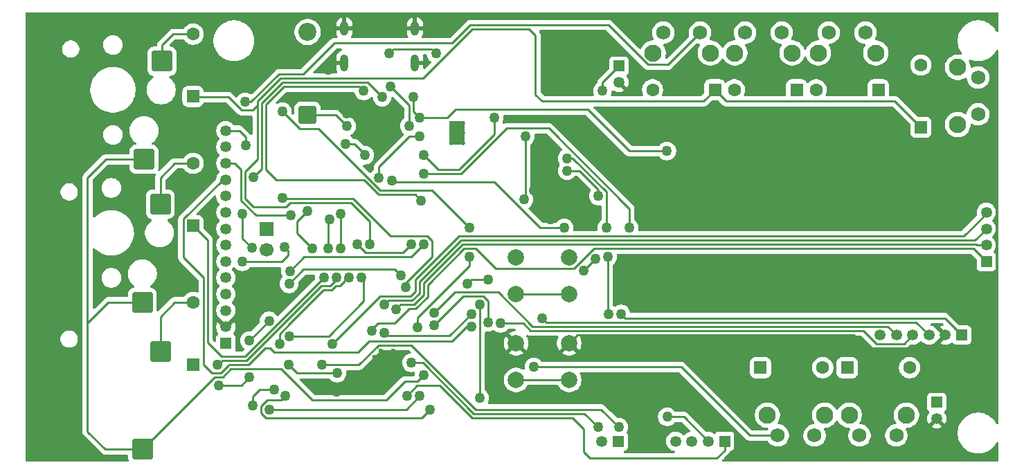
<source format=gbr>
%TF.GenerationSoftware,KiCad,Pcbnew,9.0.6*%
%TF.CreationDate,2025-12-14T23:53:19+07:00*%
%TF.ProjectId,audio_player,61756469-6f5f-4706-9c61-7965722e6b69,rev?*%
%TF.SameCoordinates,Original*%
%TF.FileFunction,Copper,L2,Bot*%
%TF.FilePolarity,Positive*%
%FSLAX46Y46*%
G04 Gerber Fmt 4.6, Leading zero omitted, Abs format (unit mm)*
G04 Created by KiCad (PCBNEW 9.0.6) date 2025-12-14 23:53:19*
%MOMM*%
%LPD*%
G01*
G04 APERTURE LIST*
G04 Aperture macros list*
%AMRoundRect*
0 Rectangle with rounded corners*
0 $1 Rounding radius*
0 $2 $3 $4 $5 $6 $7 $8 $9 X,Y pos of 4 corners*
0 Add a 4 corners polygon primitive as box body*
4,1,4,$2,$3,$4,$5,$6,$7,$8,$9,$2,$3,0*
0 Add four circle primitives for the rounded corners*
1,1,$1+$1,$2,$3*
1,1,$1+$1,$4,$5*
1,1,$1+$1,$6,$7*
1,1,$1+$1,$8,$9*
0 Add four rect primitives between the rounded corners*
20,1,$1+$1,$2,$3,$4,$5,0*
20,1,$1+$1,$4,$5,$6,$7,0*
20,1,$1+$1,$6,$7,$8,$9,0*
20,1,$1+$1,$8,$9,$2,$3,0*%
G04 Aperture macros list end*
%TA.AperFunction,SMDPad,CuDef*%
%ADD10RoundRect,0.250000X-1.000000X1.025000X-1.000000X-1.025000X1.000000X-1.025000X1.000000X1.025000X0*%
%TD*%
%TA.AperFunction,ComponentPad*%
%ADD11C,2.100000*%
%TD*%
%TA.AperFunction,ComponentPad*%
%ADD12C,1.750000*%
%TD*%
%TA.AperFunction,ComponentPad*%
%ADD13RoundRect,0.250000X-0.550000X-0.550000X0.550000X-0.550000X0.550000X0.550000X-0.550000X0.550000X0*%
%TD*%
%TA.AperFunction,ComponentPad*%
%ADD14C,1.600000*%
%TD*%
%TA.AperFunction,ComponentPad*%
%ADD15RoundRect,0.250000X0.550000X0.550000X-0.550000X0.550000X-0.550000X-0.550000X0.550000X-0.550000X0*%
%TD*%
%TA.AperFunction,ComponentPad*%
%ADD16C,2.000000*%
%TD*%
%TA.AperFunction,HeatsinkPad*%
%ADD17C,0.600000*%
%TD*%
%TA.AperFunction,ComponentPad*%
%ADD18R,1.350000X1.350000*%
%TD*%
%TA.AperFunction,ComponentPad*%
%ADD19C,1.350000*%
%TD*%
%TA.AperFunction,ComponentPad*%
%ADD20RoundRect,0.250000X0.550000X-0.550000X0.550000X0.550000X-0.550000X0.550000X-0.550000X-0.550000X0*%
%TD*%
%TA.AperFunction,HeatsinkPad*%
%ADD21C,0.500000*%
%TD*%
%TA.AperFunction,HeatsinkPad*%
%ADD22R,1.900000X2.900000*%
%TD*%
%TA.AperFunction,ComponentPad*%
%ADD23R,1.700000X1.700000*%
%TD*%
%TA.AperFunction,ComponentPad*%
%ADD24C,1.700000*%
%TD*%
%TA.AperFunction,HeatsinkPad*%
%ADD25O,1.000000X2.100000*%
%TD*%
%TA.AperFunction,HeatsinkPad*%
%ADD26O,1.000000X1.800000*%
%TD*%
%TA.AperFunction,ComponentPad*%
%ADD27RoundRect,0.249999X0.850001X-0.850001X0.850001X0.850001X-0.850001X0.850001X-0.850001X-0.850001X0*%
%TD*%
%TA.AperFunction,ComponentPad*%
%ADD28C,2.200000*%
%TD*%
%TA.AperFunction,ViaPad*%
%ADD29C,1.270000*%
%TD*%
%TA.AperFunction,Conductor*%
%ADD30C,0.254000*%
%TD*%
G04 APERTURE END LIST*
D10*
%TO.P,SW2,1,1*%
%TO.N,Net-(D2-A)*%
X108000000Y-85500000D03*
%TO.P,SW2,2,2*%
%TO.N,KEY_ROW1*%
X105800000Y-97500000D03*
%TD*%
D11*
%TO.P,SW7,*%
%TO.N,*%
X188475000Y-66990000D03*
X195485000Y-66990000D03*
D12*
%TO.P,SW7,1,1*%
%TO.N,Net-(D7-A)*%
X189725000Y-64500000D03*
%TO.P,SW7,2,2*%
%TO.N,KEY_ROW3*%
X194225000Y-64500000D03*
%TD*%
D11*
%TO.P,SW8,*%
%TO.N,*%
X178250000Y-66990000D03*
X185260000Y-66990000D03*
D12*
%TO.P,SW8,1,1*%
%TO.N,Net-(D10-A)*%
X179500000Y-64500000D03*
%TO.P,SW8,2,2*%
%TO.N,KEY_ROW3*%
X184000000Y-64500000D03*
%TD*%
D13*
%TO.P,D4,1,K*%
%TO.N,KEY_COL1*%
X192000000Y-105500000D03*
D14*
%TO.P,D4,2,A*%
%TO.N,Net-(D4-A)*%
X199620000Y-105500000D03*
%TD*%
D11*
%TO.P,SW6,*%
%TO.N,*%
X205510000Y-68750000D03*
X205510000Y-75760000D03*
D12*
%TO.P,SW6,1,1*%
%TO.N,Net-(D6-A)*%
X208000000Y-70000000D03*
%TO.P,SW6,2,2*%
%TO.N,KEY_ROW2*%
X208000000Y-74500000D03*
%TD*%
D15*
%TO.P,D11,1,K*%
%TO.N,KEY_COL3*%
X175810000Y-71500000D03*
D14*
%TO.P,D11,2,A*%
%TO.N,Net-(D11-A)*%
X168190000Y-71500000D03*
%TD*%
D16*
%TO.P,SW11,1,1*%
%TO.N,GND*%
X151500000Y-92000000D03*
X158000000Y-92000000D03*
%TO.P,SW11,2,2*%
%TO.N,RST*%
X151500000Y-96500000D03*
X158000000Y-96500000D03*
%TD*%
D17*
%TO.P,U1,41,GND*%
%TO.N,GND*%
X137225000Y-105660000D03*
X137225000Y-104160000D03*
X136475000Y-106410000D03*
X136475000Y-104910000D03*
X136475000Y-103410000D03*
X135725000Y-105660000D03*
X135725000Y-104160000D03*
X134975000Y-106410000D03*
X134975000Y-104910000D03*
X134975000Y-103410000D03*
X134225000Y-105660000D03*
X134225000Y-104160000D03*
%TD*%
D15*
%TO.P,D7,1,K*%
%TO.N,KEY_COL1*%
X195810000Y-71500000D03*
D14*
%TO.P,D7,2,A*%
%TO.N,Net-(D7-A)*%
X188190000Y-71500000D03*
%TD*%
D18*
%TO.P,J6,1,Pin_1*%
%TO.N,UART0_TX*%
X164000000Y-114500000D03*
D19*
%TO.P,J6,2,Pin_2*%
%TO.N,UART0_RX*%
X162000000Y-114500000D03*
%TD*%
D15*
%TO.P,D10,1,K*%
%TO.N,KEY_COL2*%
X185810000Y-71500000D03*
D14*
%TO.P,D10,2,A*%
%TO.N,Net-(D10-A)*%
X178190000Y-71500000D03*
%TD*%
D20*
%TO.P,D3,1,K*%
%TO.N,KEY_COL3*%
X112000000Y-72310000D03*
D14*
%TO.P,D3,2,A*%
%TO.N,Net-(D3-A)*%
X112000000Y-64690000D03*
%TD*%
D13*
%TO.P,D5,1,K*%
%TO.N,KEY_COL2*%
X181380000Y-105500000D03*
D14*
%TO.P,D5,2,A*%
%TO.N,Net-(D5-A)*%
X189000000Y-105500000D03*
%TD*%
D16*
%TO.P,SW9,1,1*%
%TO.N,GND*%
X151500000Y-102500000D03*
X158000000Y-102500000D03*
%TO.P,SW9,2,2*%
%TO.N,EN*%
X151500000Y-107000000D03*
X158000000Y-107000000D03*
%TD*%
D20*
%TO.P,D6,1,K*%
%TO.N,KEY_COL3*%
X201000000Y-76085000D03*
D14*
%TO.P,D6,2,A*%
%TO.N,Net-(D6-A)*%
X201000000Y-68465000D03*
%TD*%
D18*
%TO.P,J7,1,Pin_1*%
%TO.N,UNUSED_1*%
X177000000Y-114500000D03*
D19*
%TO.P,J7,2,Pin_2*%
%TO.N,UNUSED_2*%
X175000000Y-114500000D03*
%TO.P,J7,3,Pin_3*%
%TO.N,UNUSED_3*%
X173000000Y-114500000D03*
%TO.P,J7,4,Pin_4*%
%TO.N,UNUSED_4*%
X171000000Y-114500000D03*
%TD*%
D11*
%TO.P,SW5,*%
%TO.N,*%
X189250000Y-111297500D03*
X182240000Y-111297500D03*
D12*
%TO.P,SW5,1,1*%
%TO.N,Net-(D5-A)*%
X188000000Y-113787500D03*
%TO.P,SW5,2,2*%
%TO.N,KEY_ROW2*%
X183500000Y-113787500D03*
%TD*%
D18*
%TO.P,J9,1,Pin_1*%
%TO.N,3.3V*%
X202946000Y-109744000D03*
D19*
%TO.P,J9,2,Pin_2*%
%TO.N,GND*%
X202946000Y-111744000D03*
%TD*%
D21*
%TO.P,U2,9,EPAD*%
%TO.N,unconnected-(U2-EPAD-Pad9)_5*%
X145000000Y-78000000D03*
%TO.N,unconnected-(U2-EPAD-Pad9)_2*%
X145000000Y-76800000D03*
%TO.N,unconnected-(U2-EPAD-Pad9)_4*%
X145000000Y-75600000D03*
D22*
%TO.N,unconnected-(U2-EPAD-Pad9)_6*%
X144300000Y-76800000D03*
D21*
%TO.N,unconnected-(U2-EPAD-Pad9)_3*%
X143600000Y-78000000D03*
%TO.N,unconnected-(U2-EPAD-Pad9)*%
X143600000Y-76800000D03*
%TO.N,unconnected-(U2-EPAD-Pad9)_7*%
X143600000Y-75600000D03*
%TD*%
D11*
%TO.P,SW4,*%
%TO.N,*%
X199250000Y-111297500D03*
X192240000Y-111297500D03*
D12*
%TO.P,SW4,1,1*%
%TO.N,Net-(D4-A)*%
X198000000Y-113787500D03*
%TO.P,SW4,2,2*%
%TO.N,KEY_ROW2*%
X193500000Y-113787500D03*
%TD*%
D23*
%TO.P,J5,1,Pin_1*%
%TO.N,BATT*%
X121000000Y-88500000D03*
D24*
%TO.P,J5,2,Pin_2*%
%TO.N,Net-(J5-Pin_2)*%
X121000000Y-91040000D03*
%TD*%
D10*
%TO.P,SW1,1,1*%
%TO.N,Net-(D1-A)*%
X108000000Y-103500000D03*
%TO.P,SW1,2,2*%
%TO.N,KEY_ROW1*%
X105800000Y-115500000D03*
%TD*%
%TO.P,SW3,1,1*%
%TO.N,Net-(D3-A)*%
X108200000Y-68000000D03*
%TO.P,SW3,2,2*%
%TO.N,KEY_ROW1*%
X106000000Y-80000000D03*
%TD*%
D18*
%TO.P,J4,1,Pin_1*%
%TO.N,3.3V*%
X206000000Y-101500000D03*
D19*
%TO.P,J4,2,Pin_2*%
%TO.N,GND*%
X204000000Y-101500000D03*
%TO.P,J4,3,Pin_3*%
%TO.N,DAC_BCK*%
X202000000Y-101500000D03*
%TO.P,J4,4,Pin_4*%
%TO.N,DAC_DIN*%
X200000000Y-101500000D03*
%TO.P,J4,5,Pin_5*%
%TO.N,DAC_WS*%
X198000000Y-101500000D03*
%TO.P,J4,6,Pin_6*%
%TO.N,unconnected-(J4-Pin_6-Pad6)*%
X196000000Y-101500000D03*
%TD*%
D25*
%TO.P,J1,S1,SHIELD*%
%TO.N,GND*%
X139140000Y-68180000D03*
D26*
X139140000Y-64000000D03*
D25*
X130500000Y-68180000D03*
D26*
X130500000Y-64000000D03*
%TD*%
D11*
%TO.P,SW10,*%
%TO.N,*%
X168250000Y-66990000D03*
X175260000Y-66990000D03*
D12*
%TO.P,SW10,1,1*%
%TO.N,Net-(D11-A)*%
X169500000Y-64500000D03*
%TO.P,SW10,2,2*%
%TO.N,KEY_ROW3*%
X174000000Y-64500000D03*
%TD*%
D20*
%TO.P,D1,1,K*%
%TO.N,KEY_COL1*%
X112000000Y-105120000D03*
D14*
%TO.P,D1,2,A*%
%TO.N,Net-(D1-A)*%
X112000000Y-97500000D03*
%TD*%
D27*
%TO.P,D12,1,K*%
%TO.N,5V*%
X126000000Y-74580000D03*
D28*
%TO.P,D12,2,A*%
%TO.N,Net-(D12-A)*%
X126000000Y-64420000D03*
%TD*%
D18*
%TO.P,J8,1,Pin_1*%
%TO.N,BATT*%
X164084000Y-68596000D03*
D19*
%TO.P,J8,2,Pin_2*%
%TO.N,GND*%
X164084000Y-70596000D03*
%TD*%
D20*
%TO.P,D2,1,K*%
%TO.N,KEY_COL2*%
X112000000Y-88120000D03*
D14*
%TO.P,D2,2,A*%
%TO.N,Net-(D2-A)*%
X112000000Y-80500000D03*
%TD*%
D18*
%TO.P,J3,1,Pin_1*%
%TO.N,SD_CS*%
X209000000Y-92500000D03*
D19*
%TO.P,J3,2,Pin_2*%
%TO.N,SD_MOSI*%
X209000000Y-90500000D03*
%TO.P,J3,3,Pin_3*%
%TO.N,SD_MISO*%
X209000000Y-88500000D03*
%TO.P,J3,4,Pin_4*%
%TO.N,SD_SCK*%
X209000000Y-86500000D03*
%TD*%
D18*
%TO.P,J2,1,Pin_1*%
%TO.N,3.3V*%
X116000000Y-102500000D03*
D19*
%TO.P,J2,2,Pin_2*%
%TO.N,GND*%
X116000000Y-100500000D03*
%TO.P,J2,3,Pin_3*%
%TO.N,TFT_CS*%
X116000000Y-98500000D03*
%TO.P,J2,4,Pin_4*%
%TO.N,TFT_RST*%
X116000000Y-96500000D03*
%TO.P,J2,5,Pin_5*%
%TO.N,TFT_DC*%
X116000000Y-94500000D03*
%TO.P,J2,6,Pin_6*%
%TO.N,TFT_MOSI*%
X116000000Y-92500000D03*
%TO.P,J2,7,Pin_7*%
%TO.N,TFT_CLK*%
X116000000Y-90500000D03*
%TO.P,J2,8,Pin_8*%
%TO.N,TFT_BL*%
X116000000Y-88500000D03*
%TO.P,J2,9,Pin_9*%
%TO.N,unconnected-(J2-Pin_9-Pad9)*%
X116000000Y-86500000D03*
%TO.P,J2,10,Pin_10*%
%TO.N,unconnected-(J2-Pin_10-Pad10)*%
X116000000Y-84500000D03*
%TO.P,J2,11,Pin_11*%
%TO.N,TOUCH_SDA*%
X116000000Y-82500000D03*
%TO.P,J2,12,Pin_12*%
%TO.N,TOUCH_SCK*%
X116000000Y-80500000D03*
%TO.P,J2,13,Pin_13*%
%TO.N,TOUCH_INT*%
X116000000Y-78500000D03*
%TO.P,J2,14,Pin_14*%
%TO.N,TOUCH_RST*%
X116000000Y-76500000D03*
%TD*%
D29*
%TO.N,BATT*%
X135128000Y-72402000D03*
X119380000Y-82166674D03*
X169940000Y-78994000D03*
X139700000Y-74930000D03*
X138938000Y-72402000D03*
X162052000Y-71628000D03*
%TO.N,GND*%
X157734000Y-70866000D03*
X129540000Y-108458000D03*
X153670000Y-83820000D03*
X155702000Y-87375001D03*
X154178000Y-79000000D03*
X159214421Y-69385579D03*
X130810000Y-74434000D03*
X128526391Y-69087000D03*
X128778000Y-72402000D03*
X131433340Y-106564660D03*
%TO.N,3.3V*%
X164338000Y-98918000D03*
X139700000Y-108966000D03*
X147066000Y-109220000D03*
X121360452Y-110605294D03*
X147066000Y-97790000D03*
%TO.N,Net-(U4-VCC)*%
X130623502Y-78132661D03*
X133016000Y-79495543D03*
%TO.N,Net-(J5-Pin_2)*%
X119184840Y-90823999D03*
X118047662Y-86676338D03*
%TO.N,KEY_COL1*%
X129541003Y-94487000D03*
X165354000Y-88391000D03*
X140208000Y-81788000D03*
X130048000Y-86641000D03*
X114984000Y-105113977D03*
X130048000Y-90934000D03*
%TO.N,KEY_COL2*%
X161544000Y-84493405D03*
X157734000Y-81400392D03*
X128524000Y-90932000D03*
X128016000Y-94488000D03*
X128711304Y-87373000D03*
%TO.N,KEY_COL3*%
X133604000Y-90424000D03*
%TO.N,5V*%
X140213921Y-79507921D03*
X130810000Y-75958003D03*
X148844000Y-74930000D03*
%TO.N,USB -*%
X152654000Y-77216000D03*
X135991000Y-67056000D03*
X152483421Y-84919421D03*
X141700660Y-67055999D03*
%TO.N,USB +*%
X139910421Y-85046421D03*
X132879579Y-71628000D03*
%TO.N,Net-(J1-CC1)*%
X136144000Y-71120000D03*
X138430000Y-75946000D03*
%TO.N,TFT_MOSI*%
X118026579Y-92539421D03*
X123191869Y-90763289D03*
%TO.N,TFT_CS*%
X137414000Y-94234000D03*
X123744284Y-95241234D03*
%TO.N,TFT_DC*%
X138684000Y-90424000D03*
X132080000Y-90424000D03*
%TO.N,TOUCH_RST*%
X138029568Y-95628152D03*
X122974944Y-84767648D03*
X118420480Y-78288480D03*
%TO.N,TFT_RST*%
X140208000Y-90424000D03*
X123887338Y-93661338D03*
%TO.N,TOUCH_INT*%
X122936000Y-74168000D03*
X145796000Y-88391000D03*
X139446000Y-100584000D03*
X145796000Y-91950000D03*
%TO.N,TOUCH_SCK*%
X136304410Y-82588832D03*
X161196064Y-92195222D03*
X159759222Y-93632064D03*
X157391843Y-88391001D03*
X123952000Y-86868000D03*
%TO.N,TOUCH_SDA*%
X141479000Y-100330000D03*
X148082000Y-99941026D03*
X146050000Y-100449028D03*
%TO.N,SD_MISO*%
X135382000Y-97790000D03*
%TO.N,SD_CS*%
X133873662Y-100989179D03*
%TO.N,SD_MOSI*%
X136808432Y-98326540D03*
%TO.N,SD_SCK*%
X129032000Y-102616000D03*
%TO.N,DAC_WS*%
X141479000Y-98806000D03*
%TO.N,DAC_DIN*%
X149606000Y-100076000D03*
%TO.N,DAC_BCK*%
X148103500Y-94742000D03*
X145542000Y-95248000D03*
X154686000Y-99427000D03*
%TO.N,UART0_RX*%
X129603840Y-106172001D03*
X123698000Y-105156000D03*
X161544000Y-112776000D03*
X138684000Y-104902000D03*
%TO.N,UART0_TX*%
X127754079Y-105148079D03*
X164084000Y-112776000D03*
%TO.N,UNUSED_1*%
X138176000Y-108922421D03*
%TO.N,UNUSED_4*%
X162700205Y-91950000D03*
X162560000Y-88391000D03*
X157734001Y-79876390D03*
X162814000Y-98918000D03*
X126614674Y-90934000D03*
X125984000Y-86361000D03*
%TO.N,UNUSED_2*%
X140970000Y-110606000D03*
X131065004Y-94489000D03*
X123264042Y-108922421D03*
X169984000Y-111506000D03*
X122570840Y-102617001D03*
%TO.N,UNUSED_3*%
X121920000Y-108203999D03*
X119329010Y-110143187D03*
%TO.N,Net-(U2-~{STDBY})*%
X139666080Y-77182080D03*
X134729002Y-82238001D03*
%TO.N,RST*%
X135382590Y-101203000D03*
X146049000Y-98925026D03*
%TO.N,KEY_ROW1*%
X140208000Y-106426000D03*
%TO.N,KEY_ROW2*%
X153670000Y-105410000D03*
%TO.N,KEY_ROW3*%
X118874998Y-106682999D03*
X121285000Y-99782158D03*
X118364000Y-72985158D03*
X115178421Y-107655977D03*
X132589007Y-94489000D03*
X123744807Y-101635703D03*
X118874998Y-102192160D03*
%TD*%
D30*
%TO.N,BATT*%
X133338000Y-70612000D02*
X135128000Y-72402000D01*
X119380000Y-82166674D02*
X120395000Y-81151674D01*
X132458323Y-70611000D02*
X133300835Y-70611000D01*
X120395000Y-73110834D02*
X122893834Y-70612000D01*
X162052000Y-70628000D02*
X162052000Y-71628000D01*
X143060000Y-74930000D02*
X139700000Y-74930000D01*
X122893834Y-70612000D02*
X132457323Y-70612000D01*
X133301835Y-70612000D02*
X133338000Y-70612000D01*
X165354000Y-78994000D02*
X160273000Y-73913000D01*
X164084000Y-68596000D02*
X162052000Y-70628000D01*
X138938000Y-74168000D02*
X139700000Y-74930000D01*
X120395000Y-81151674D02*
X120395000Y-73110834D01*
X169940000Y-78994000D02*
X165354000Y-78994000D01*
X160273000Y-73913000D02*
X144077000Y-73913000D01*
X133300835Y-70611000D02*
X133301835Y-70612000D01*
X138938000Y-72402000D02*
X138938000Y-74168000D01*
X132457323Y-70612000D02*
X132458323Y-70611000D01*
X144077000Y-73913000D02*
X143060000Y-74930000D01*
%TO.N,GND*%
X129794000Y-73406000D02*
X129794000Y-73418000D01*
X154178000Y-81788000D02*
X154178000Y-79000000D01*
X129432000Y-68180000D02*
X130500000Y-68180000D01*
X129540000Y-108458000D02*
X131433340Y-106564660D01*
X157734000Y-70866000D02*
X159214421Y-69385579D01*
X153670000Y-83820000D02*
X153670000Y-85343001D01*
X128526391Y-69085609D02*
X129432000Y-68180000D01*
X158566000Y-103066000D02*
X158000000Y-102500000D01*
X128778000Y-72402000D02*
X128790000Y-72402000D01*
X159039000Y-101461000D02*
X192786000Y-101461000D01*
X128526391Y-69087000D02*
X128526391Y-69085609D01*
X153670000Y-83820000D02*
X153670000Y-82296000D01*
X194391000Y-103066000D02*
X202434000Y-103066000D01*
X153670000Y-82296000D02*
X154178000Y-81788000D01*
X202434000Y-103066000D02*
X204000000Y-101500000D01*
X158000000Y-102500000D02*
X159039000Y-101461000D01*
X129794000Y-73418000D02*
X130810000Y-74434000D01*
X128790000Y-72402000D02*
X129794000Y-73406000D01*
X192786000Y-101461000D02*
X194391000Y-103066000D01*
X153670000Y-85343001D02*
X155702000Y-87375001D01*
%TO.N,3.3V*%
X147066000Y-97790000D02*
X147066000Y-109220000D01*
X164845000Y-99425000D02*
X164338000Y-98918000D01*
X121360452Y-110605294D02*
X138060706Y-110605294D01*
X196088000Y-99425000D02*
X166878000Y-99425000D01*
X203925000Y-99425000D02*
X196088000Y-99425000D01*
X166878000Y-99425000D02*
X164845000Y-99425000D01*
X138060706Y-110605294D02*
X139700000Y-108966000D01*
X206000000Y-101500000D02*
X203925000Y-99425000D01*
%TO.N,Net-(U4-VCC)*%
X131752575Y-78132661D02*
X130623502Y-78132661D01*
X133016000Y-79396086D02*
X131752575Y-78132661D01*
X133016000Y-79495543D02*
X133016000Y-79396086D01*
%TO.N,Net-(J5-Pin_2)*%
X119184840Y-90823999D02*
X118047662Y-89686821D01*
X118047662Y-89686821D02*
X118047662Y-86676338D01*
%TO.N,KEY_COL1*%
X115569000Y-104649000D02*
X115104023Y-105113977D01*
X129541003Y-94487000D02*
X129540002Y-94488001D01*
X144779001Y-81788000D02*
X140208000Y-81788000D01*
X129540002Y-94488001D02*
X129540002Y-94741998D01*
X155495867Y-76200000D02*
X150367001Y-76200000D01*
X165354000Y-86058133D02*
X155495867Y-76200000D01*
X118574835Y-104649000D02*
X115569000Y-104649000D01*
X127718834Y-95505000D02*
X118574835Y-104649000D01*
X129540002Y-94741998D02*
X128777000Y-95505000D01*
X128777000Y-95505000D02*
X127718834Y-95505000D01*
X150367001Y-76200000D02*
X144779001Y-81788000D01*
X130048000Y-86641000D02*
X130048000Y-86868000D01*
X115104023Y-105113977D02*
X114984000Y-105113977D01*
X165354000Y-88391000D02*
X165354000Y-86058133D01*
X130048000Y-86641000D02*
X130048000Y-90934000D01*
%TO.N,Net-(D1-A)*%
X108000000Y-103500000D02*
X108000000Y-99264000D01*
X109764000Y-97500000D02*
X112000000Y-97500000D01*
X108000000Y-99264000D02*
X109764000Y-97500000D01*
%TO.N,KEY_COL2*%
X128524000Y-90932000D02*
X128524000Y-87560304D01*
X113792000Y-89912000D02*
X113792000Y-102406000D01*
X157734000Y-81400392D02*
X159256591Y-81400392D01*
X115526000Y-104140000D02*
X118364000Y-104140000D01*
X128524000Y-87560304D02*
X128711304Y-87373000D01*
X118364000Y-104140000D02*
X128016000Y-94488000D01*
X161544000Y-83687801D02*
X161544000Y-84493405D01*
X113792000Y-102406000D02*
X115526000Y-104140000D01*
X159256591Y-81400392D02*
X161544000Y-83687801D01*
X112000000Y-88120000D02*
X113792000Y-89912000D01*
%TO.N,Net-(D2-A)*%
X108000000Y-85500000D02*
X108000000Y-82246000D01*
X108000000Y-82246000D02*
X109746000Y-80500000D01*
X109746000Y-80500000D02*
X112000000Y-80500000D01*
%TO.N,KEY_COL3*%
X119381000Y-85853000D02*
X118364000Y-84836000D01*
X123357256Y-85853000D02*
X119381000Y-85853000D01*
X153874500Y-72086500D02*
X153874500Y-64849732D01*
X119886000Y-73406000D02*
X119886000Y-72900000D01*
X133604000Y-87630000D02*
X131319000Y-85345000D01*
X131319000Y-85345000D02*
X123865256Y-85345000D01*
X123865256Y-85345000D02*
X123357256Y-85853000D01*
X146125500Y-64068000D02*
X140090500Y-70103000D01*
X119289842Y-74002158D02*
X119886000Y-73406000D01*
X175810000Y-71500000D02*
X174412000Y-72898000D01*
X119886000Y-80012000D02*
X119886000Y-73406000D01*
X118364000Y-81534000D02*
X119886000Y-80012000D01*
X154686000Y-72898000D02*
X153874500Y-72086500D01*
X197813000Y-72898000D02*
X201000000Y-76085000D01*
X140090500Y-70103000D02*
X138684000Y-70103000D01*
X117944158Y-74002158D02*
X119289842Y-74002158D01*
X153874500Y-64849732D02*
X153092768Y-64068000D01*
X153092768Y-64068000D02*
X146125500Y-64068000D01*
X118364000Y-84836000D02*
X118364000Y-81534000D01*
X175810000Y-71500000D02*
X177208000Y-72898000D01*
X177208000Y-72898000D02*
X197813000Y-72898000D01*
X112080000Y-72390000D02*
X116332000Y-72390000D01*
X122683000Y-70103000D02*
X119886000Y-72900000D01*
X116332000Y-72390000D02*
X117944158Y-74002158D01*
X174412000Y-72898000D02*
X154686000Y-72898000D01*
X133604000Y-90424000D02*
X133604000Y-87630000D01*
X138684000Y-70103000D02*
X122683000Y-70103000D01*
X112000000Y-72310000D02*
X112080000Y-72390000D01*
%TO.N,Net-(D3-A)*%
X108200000Y-68000000D02*
X108200000Y-66044000D01*
X108200000Y-66044000D02*
X109554000Y-64690000D01*
X109554000Y-64690000D02*
X112000000Y-64690000D01*
%TO.N,5V*%
X139965842Y-79756000D02*
X139700000Y-79756000D01*
X129431997Y-74580000D02*
X126000000Y-74580000D01*
X139948079Y-79507921D02*
X139700000Y-79756000D01*
X148844000Y-76962000D02*
X148844000Y-74930000D01*
X140213921Y-79507921D02*
X139948079Y-79507921D01*
X144527000Y-81279000D02*
X148844000Y-76962000D01*
X140213921Y-79507921D02*
X141985000Y-81279000D01*
X130810000Y-75958003D02*
X129431997Y-74580000D01*
X141985000Y-81279000D02*
X144527000Y-81279000D01*
%TO.N,USB -*%
X141155561Y-66510900D02*
X141700660Y-67055999D01*
X135991000Y-67056000D02*
X136536100Y-66510900D01*
X152654000Y-77216000D02*
X152654000Y-84748842D01*
X136536100Y-66510900D02*
X141155561Y-66510900D01*
X152654000Y-84748842D02*
X152483421Y-84919421D01*
%TO.N,USB +*%
X122174000Y-82550000D02*
X120904000Y-81280000D01*
X139910421Y-85046421D02*
X139193001Y-84329001D01*
X120904000Y-81280000D02*
X120904000Y-73321668D01*
X120904000Y-73321668D02*
X123104668Y-71121000D01*
X123104668Y-71121000D02*
X132372579Y-71121000D01*
X132372579Y-71121000D02*
X132879579Y-71628000D01*
X134663166Y-84329001D02*
X132884166Y-82550000D01*
X139193001Y-84329001D02*
X134663166Y-84329001D01*
X132884166Y-82550000D02*
X122174000Y-82550000D01*
%TO.N,Net-(J1-CC1)*%
X138430000Y-73406000D02*
X136144000Y-71120000D01*
X138430000Y-75946000D02*
X138430000Y-73406000D01*
%TO.N,TFT_MOSI*%
X123614579Y-91777421D02*
X122852579Y-92539421D01*
X123614579Y-91185999D02*
X123614579Y-91777421D01*
X122852579Y-92539421D02*
X118026579Y-92539421D01*
X123191869Y-90763289D02*
X123614579Y-91185999D01*
%TO.N,TFT_CS*%
X123744284Y-95241234D02*
X125514518Y-93471000D01*
X125514518Y-93471000D02*
X136651000Y-93471000D01*
X136651000Y-93471000D02*
X137414000Y-94234000D01*
%TO.N,TFT_DC*%
X133097000Y-91441000D02*
X137667000Y-91441000D01*
X137667000Y-91441000D02*
X138684000Y-90424000D01*
X132080000Y-90424000D02*
X133097000Y-91441000D01*
%TO.N,TOUCH_RST*%
X138029568Y-95628152D02*
X138029568Y-95142432D01*
X136101834Y-89408000D02*
X131529834Y-84836000D01*
X141225000Y-91947000D02*
X141225000Y-90002744D01*
X138029568Y-95142432D02*
X141225000Y-91947000D01*
X141225000Y-90002744D02*
X140630256Y-89408000D01*
X118420480Y-78288480D02*
X118420480Y-77272480D01*
X131529834Y-84836000D02*
X123043296Y-84836000D01*
X117648000Y-76500000D02*
X116000000Y-76500000D01*
X140630256Y-89408000D02*
X136101834Y-89408000D01*
X118420480Y-77272480D02*
X117648000Y-76500000D01*
X123043296Y-84836000D02*
X122974944Y-84767648D01*
%TO.N,TFT_RST*%
X138682000Y-91950000D02*
X140208000Y-90424000D01*
X123887338Y-93661338D02*
X125598676Y-91950000D01*
X125598676Y-91950000D02*
X138682000Y-91950000D01*
%TO.N,TOUCH_INT*%
X122936000Y-74168000D02*
X125066203Y-76298203D01*
X134874001Y-83820001D02*
X141225001Y-83820001D01*
X125066203Y-76298203D02*
X127352203Y-76298203D01*
X139446000Y-100584000D02*
X139446000Y-99400744D01*
X145796000Y-91694000D02*
X145796000Y-91950000D01*
X139446000Y-99400744D02*
X145796000Y-93050744D01*
X145796000Y-93050744D02*
X145796000Y-91694000D01*
X141225001Y-83820001D02*
X145796000Y-88391000D01*
X127352203Y-76298203D02*
X134874001Y-83820001D01*
%TO.N,TOUCH_SCK*%
X154453084Y-88391001D02*
X157391843Y-88391001D01*
X159759222Y-93632064D02*
X161196064Y-92195222D01*
X117856000Y-81280000D02*
X117856000Y-85047835D01*
X117076000Y-80500000D02*
X117856000Y-81280000D01*
X148866084Y-82804001D02*
X154453084Y-88391001D01*
X119676165Y-86868000D02*
X123952000Y-86868000D01*
X116000000Y-80500000D02*
X117076000Y-80500000D01*
X117856000Y-85047835D02*
X119676165Y-86868000D01*
X136304410Y-82588832D02*
X136519579Y-82804001D01*
X136519579Y-82804001D02*
X148866084Y-82804001D01*
%TO.N,TOUCH_SDA*%
X115619290Y-82500000D02*
X110818000Y-87301290D01*
X118785669Y-105158000D02*
X120819669Y-103124000D01*
X133556842Y-102219000D02*
X132836000Y-102939842D01*
X143653000Y-102219000D02*
X133556842Y-102219000D01*
X121412000Y-103124000D02*
X121921000Y-103633000D01*
X148082000Y-97367744D02*
X147487256Y-96773000D01*
X110818000Y-87301290D02*
X110818000Y-92022000D01*
X132142842Y-103633000D02*
X132836000Y-102939842D01*
X113283000Y-105155000D02*
X114258977Y-106130977D01*
X121921000Y-103633000D02*
X132142842Y-103633000D01*
X116332000Y-105158000D02*
X118785669Y-105158000D01*
X116000000Y-82500000D02*
X115619290Y-82500000D01*
X145422972Y-100449028D02*
X143653000Y-102219000D01*
X115405256Y-106130977D02*
X116332000Y-105204233D01*
X120819669Y-103124000D02*
X121412000Y-103124000D01*
X114258977Y-106130977D02*
X115405256Y-106130977D01*
X145036000Y-96773000D02*
X141479000Y-100330000D01*
X110818000Y-92022000D02*
X113283000Y-94487000D01*
X116332000Y-105204233D02*
X116332000Y-105158000D01*
X113283000Y-94487000D02*
X113283000Y-105155000D01*
X147487256Y-96773000D02*
X145036000Y-96773000D01*
X146050000Y-100449028D02*
X145422972Y-100449028D01*
X148082000Y-99941026D02*
X148082000Y-97367744D01*
%TO.N,SD_MISO*%
X135382000Y-97790000D02*
X135889000Y-97283000D01*
X137526325Y-97283000D02*
X137535617Y-97292291D01*
X144737834Y-89916000D02*
X207584000Y-89916000D01*
X135889000Y-97283000D02*
X137526325Y-97283000D01*
X139693707Y-94960127D02*
X144737834Y-89916000D01*
X138799798Y-97292291D02*
X139693707Y-96398381D01*
X207584000Y-89916000D02*
X209000000Y-88500000D01*
X139693707Y-96398381D02*
X139693707Y-94960127D01*
X137535617Y-97292291D02*
X138799798Y-97292291D01*
%TO.N,SD_CS*%
X161020444Y-90934000D02*
X158572444Y-93382000D01*
X140711708Y-96820049D02*
X140711708Y-95381794D01*
X149006000Y-93382000D02*
X146558000Y-90934000D01*
X138417709Y-98310291D02*
X139221468Y-98310291D01*
X139221468Y-98310291D02*
X140711708Y-96820049D01*
X207434000Y-90934000D02*
X161020444Y-90934000D01*
X158572444Y-93382000D02*
X149006000Y-93382000D01*
X136652000Y-100076000D02*
X138417709Y-98310291D01*
X134620000Y-100076000D02*
X136652000Y-100076000D01*
X140711708Y-95381794D02*
X145159502Y-90934000D01*
X133873662Y-100822338D02*
X134620000Y-100076000D01*
X133873662Y-100989179D02*
X133873662Y-100822338D01*
X145159502Y-90934000D02*
X146558000Y-90934000D01*
X209000000Y-92500000D02*
X207434000Y-90934000D01*
%TO.N,SD_MOSI*%
X139010633Y-97801291D02*
X140202708Y-96609215D01*
X207794835Y-90425000D02*
X207869835Y-90500000D01*
X137333681Y-97801291D02*
X139010633Y-97801291D01*
X136808432Y-98326540D02*
X137333681Y-97801291D01*
X144948668Y-90425000D02*
X207794835Y-90425000D01*
X140202708Y-96609215D02*
X140202708Y-95170960D01*
X140202708Y-95170960D02*
X144948668Y-90425000D01*
X207869835Y-90500000D02*
X209000000Y-90500000D01*
%TO.N,SD_SCK*%
X138588963Y-96783291D02*
X137746451Y-96783291D01*
X134874000Y-96774000D02*
X129032000Y-102616000D01*
X144527000Y-89407000D02*
X139184707Y-94749293D01*
X209000000Y-86656000D02*
X206249000Y-89407000D01*
X137737160Y-96774000D02*
X134874000Y-96774000D01*
X139184707Y-94749293D02*
X139184707Y-96187547D01*
X206249000Y-89407000D02*
X144527000Y-89407000D01*
X139184707Y-96187547D02*
X138588963Y-96783291D01*
X137746451Y-96783291D02*
X137737160Y-96774000D01*
X209000000Y-86500000D02*
X209000000Y-86656000D01*
%TO.N,DAC_WS*%
X141479000Y-98806000D02*
X144021000Y-96264000D01*
X153488556Y-100443000D02*
X196943000Y-100443000D01*
X149309556Y-96264000D02*
X153488556Y-100443000D01*
X144021000Y-96264000D02*
X149309556Y-96264000D01*
X196943000Y-100443000D02*
X198000000Y-101500000D01*
%TO.N,DAC_DIN*%
X153277722Y-100952000D02*
X193957176Y-100952000D01*
X149606000Y-100076000D02*
X152401722Y-100076000D01*
X193957176Y-100952000D02*
X195562176Y-102557000D01*
X195562176Y-102557000D02*
X198943000Y-102557000D01*
X198943000Y-102557000D02*
X200000000Y-101500000D01*
X152401722Y-100076000D02*
X153277722Y-100952000D01*
%TO.N,DAC_BCK*%
X155193000Y-99934000D02*
X154686000Y-99427000D01*
X202000000Y-101500000D02*
X200434000Y-99934000D01*
X148103500Y-94742000D02*
X146048000Y-94742000D01*
X146048000Y-94742000D02*
X145542000Y-95248000D01*
X200434000Y-99934000D02*
X155193000Y-99934000D01*
%TO.N,UART0_RX*%
X124714001Y-106172001D02*
X123698000Y-105156000D01*
X138684000Y-104902000D02*
X140122256Y-104902000D01*
X159881000Y-111113000D02*
X161544000Y-112776000D01*
X140122256Y-104902000D02*
X146333256Y-111113000D01*
X146333256Y-111113000D02*
X159881000Y-111113000D01*
X129603840Y-106172001D02*
X124714001Y-106172001D01*
%TO.N,UART0_TX*%
X127754079Y-105148079D02*
X132272427Y-105148079D01*
X132272427Y-105148079D02*
X134692506Y-102728000D01*
X134692506Y-102728000D02*
X138711872Y-102728000D01*
X138711872Y-102728000D02*
X146587872Y-110604000D01*
X146587872Y-110604000D02*
X161912000Y-110604000D01*
X161912000Y-110604000D02*
X164084000Y-112776000D01*
%TO.N,UNUSED_1*%
X158418020Y-111622000D02*
X159766000Y-112969980D01*
X146122422Y-111622000D02*
X158418020Y-111622000D01*
X159766000Y-112969980D02*
X159766000Y-115824000D01*
X177000000Y-115608000D02*
X177000000Y-114500000D01*
X139402421Y-107696000D02*
X142196422Y-107696000D01*
X138176000Y-108922421D02*
X139402421Y-107696000D01*
X176022000Y-116586000D02*
X177000000Y-115608000D01*
X160528000Y-116586000D02*
X176022000Y-116586000D01*
X159766000Y-115824000D02*
X160528000Y-116586000D01*
X142196422Y-107696000D02*
X146122422Y-111622000D01*
%TO.N,UNUSED_4*%
X162560000Y-83983967D02*
X162560000Y-88391000D01*
X157734001Y-79876390D02*
X158452423Y-79876390D01*
X124714000Y-89033326D02*
X126614674Y-90934000D01*
X162700205Y-98804205D02*
X162814000Y-98918000D01*
X125984000Y-86361000D02*
X124714000Y-87631000D01*
X162700205Y-91950000D02*
X162700205Y-98804205D01*
X158452423Y-79876390D02*
X162560000Y-83983967D01*
X124714000Y-87631000D02*
X124714000Y-89033326D01*
%TO.N,UNUSED_2*%
X123782834Y-100160834D02*
X122570840Y-101372828D01*
X139953000Y-111623000D02*
X140970000Y-110606000D01*
X127929668Y-96014000D02*
X123782834Y-100160834D01*
X129961258Y-95506000D02*
X129495835Y-95506000D01*
X169984000Y-111506000D02*
X172006000Y-111506000D01*
X122570840Y-101372828D02*
X122570840Y-102617001D01*
X123264042Y-108922421D02*
X122757042Y-109429421D01*
X172006000Y-111506000D02*
X175000000Y-114500000D01*
X121099483Y-109429421D02*
X120344160Y-110184744D01*
X120344160Y-111027256D02*
X120939904Y-111623000D01*
X130557002Y-94910256D02*
X129961258Y-95506000D01*
X120939904Y-111623000D02*
X139953000Y-111623000D01*
X120344160Y-110184744D02*
X120344160Y-111027256D01*
X131065004Y-94489000D02*
X130557002Y-94489000D01*
X129495835Y-95506000D02*
X128987834Y-96014000D01*
X128987834Y-96014000D02*
X127929668Y-96014000D01*
X122757042Y-109429421D02*
X121099483Y-109429421D01*
X130557002Y-94489000D02*
X130557002Y-94910256D01*
%TO.N,UNUSED_3*%
X120142000Y-108204000D02*
X121919999Y-108204000D01*
X119329010Y-110143187D02*
X119329010Y-109016990D01*
X121919999Y-108204000D02*
X121920000Y-108203999D01*
X119329010Y-109016990D02*
X120142000Y-108204000D01*
%TO.N,Net-(U2-~{STDBY})*%
X134729002Y-80916998D02*
X138463920Y-77182080D01*
X138463920Y-77182080D02*
X139666080Y-77182080D01*
X134729002Y-82238001D02*
X134729002Y-80916998D01*
%TO.N,EN*%
X151500000Y-107000000D02*
X158000000Y-107000000D01*
%TO.N,RST*%
X135779590Y-101600000D02*
X143374026Y-101600000D01*
X151500000Y-96500000D02*
X158000000Y-96500000D01*
X143374026Y-101600000D02*
X146049000Y-98925026D01*
X135382590Y-101203000D02*
X135779590Y-101600000D01*
%TO.N,KEY_ROW1*%
X116589068Y-105667000D02*
X118996503Y-105667000D01*
X99097000Y-100039000D02*
X101636000Y-97500000D01*
X101636000Y-97500000D02*
X105800000Y-97500000D01*
X101276000Y-115500000D02*
X99097000Y-113321000D01*
X114660023Y-106639977D02*
X115616090Y-106639977D01*
X118999504Y-105664000D02*
X122767744Y-105664000D01*
X99097000Y-113321000D02*
X99097000Y-102524924D01*
X126578744Y-109475000D02*
X135635000Y-109475000D01*
X101356000Y-80000000D02*
X99097000Y-82259000D01*
X105800000Y-115500000D02*
X114660023Y-106639977D01*
X135635000Y-109475000D02*
X137922000Y-107188000D01*
X99097000Y-82259000D02*
X99097000Y-102524924D01*
X105800000Y-115500000D02*
X101276000Y-115500000D01*
X118996503Y-105667000D02*
X118999504Y-105664000D01*
X139446000Y-107188000D02*
X140208000Y-106426000D01*
X137922000Y-107188000D02*
X139446000Y-107188000D01*
X106000000Y-80000000D02*
X101356000Y-80000000D01*
X115616090Y-106639977D02*
X116589068Y-105667000D01*
X99097000Y-102524924D02*
X99097000Y-100039000D01*
X122767744Y-105664000D02*
X126578744Y-109475000D01*
%TO.N,KEY_ROW2*%
X180081500Y-113787500D02*
X183500000Y-113787500D01*
X171704000Y-105410000D02*
X180081500Y-113787500D01*
X153670000Y-105410000D02*
X171704000Y-105410000D01*
%TO.N,KEY_ROW3*%
X118874998Y-106682999D02*
X117902020Y-107655977D01*
X129286000Y-65786000D02*
X143687665Y-65786000D01*
X170078000Y-68422000D02*
X174000000Y-64500000D01*
X132842003Y-97367741D02*
X128574041Y-101635703D01*
X125478000Y-69594000D02*
X129286000Y-65786000D01*
X117902020Y-107655977D02*
X115178421Y-107655977D01*
X128574041Y-101635703D02*
X123744807Y-101635703D01*
X162793846Y-63559000D02*
X167656846Y-68422000D01*
X143687665Y-65786000D02*
X145914665Y-63559000D01*
X145914665Y-63559000D02*
X162793846Y-63559000D01*
X122472165Y-69594000D02*
X125478000Y-69594000D01*
X167656846Y-68422000D02*
X170078000Y-68422000D01*
X132589007Y-94489000D02*
X132842003Y-94741996D01*
X118364000Y-72985158D02*
X119081008Y-72985158D01*
X119081008Y-72985158D02*
X122472165Y-69594000D01*
X121285000Y-99782158D02*
X118874998Y-102192160D01*
X132842003Y-94741996D02*
X132842003Y-97367741D01*
%TD*%
%TA.AperFunction,Conductor*%
%TO.N,GND*%
G36*
X210423800Y-62020784D02*
G01*
X210479216Y-62076200D01*
X210499500Y-62151900D01*
X210499500Y-64263872D01*
X210479216Y-64339572D01*
X210423800Y-64394988D01*
X210348100Y-64415272D01*
X210272400Y-64394988D01*
X210216984Y-64339572D01*
X210211693Y-64329562D01*
X210191946Y-64288557D01*
X210191944Y-64288554D01*
X210176435Y-64263872D01*
X210094778Y-64133915D01*
X210042523Y-64050751D01*
X210042519Y-64050747D01*
X209867426Y-63831186D01*
X209867417Y-63831176D01*
X209668823Y-63632582D01*
X209668813Y-63632573D01*
X209449252Y-63457480D01*
X209449248Y-63457476D01*
X209211445Y-63308055D01*
X209211442Y-63308053D01*
X208958406Y-63186198D01*
X208693321Y-63093440D01*
X208693311Y-63093438D01*
X208419512Y-63030945D01*
X208140428Y-62999500D01*
X208140425Y-62999500D01*
X207859575Y-62999500D01*
X207859572Y-62999500D01*
X207580487Y-63030945D01*
X207306688Y-63093438D01*
X207306678Y-63093440D01*
X207041593Y-63186198D01*
X206788557Y-63308053D01*
X206788554Y-63308055D01*
X206550751Y-63457476D01*
X206550747Y-63457480D01*
X206331186Y-63632573D01*
X206331176Y-63632582D01*
X206132582Y-63831176D01*
X206132573Y-63831186D01*
X205957480Y-64050747D01*
X205957476Y-64050751D01*
X205808055Y-64288554D01*
X205808053Y-64288557D01*
X205686198Y-64541593D01*
X205593440Y-64806678D01*
X205593438Y-64806688D01*
X205530945Y-65080487D01*
X205499500Y-65359572D01*
X205499500Y-65640427D01*
X205530945Y-65919512D01*
X205593438Y-66193311D01*
X205593440Y-66193321D01*
X205686198Y-66458406D01*
X205808053Y-66711442D01*
X205808055Y-66711445D01*
X205957476Y-66949248D01*
X205957480Y-66949252D01*
X205989758Y-66989728D01*
X206021098Y-67061559D01*
X206012323Y-67139437D01*
X205965785Y-67202493D01*
X205893954Y-67233833D01*
X205847705Y-67233660D01*
X205632034Y-67199500D01*
X205632027Y-67199500D01*
X205387973Y-67199500D01*
X205387967Y-67199500D01*
X205146921Y-67237679D01*
X204914818Y-67313094D01*
X204914810Y-67313098D01*
X204697363Y-67423892D01*
X204697361Y-67423893D01*
X204499917Y-67567344D01*
X204327344Y-67739917D01*
X204183893Y-67937361D01*
X204183892Y-67937363D01*
X204073098Y-68154810D01*
X204073094Y-68154818D01*
X203997679Y-68386921D01*
X203959500Y-68627967D01*
X203959500Y-68872032D01*
X203997679Y-69113078D01*
X204073094Y-69345181D01*
X204073098Y-69345189D01*
X204183892Y-69562636D01*
X204183893Y-69562638D01*
X204309830Y-69735975D01*
X204327345Y-69760083D01*
X204499917Y-69932655D01*
X204697361Y-70076106D01*
X204914815Y-70186904D01*
X204914817Y-70186904D01*
X204914818Y-70186905D01*
X204953581Y-70199500D01*
X205146924Y-70262321D01*
X205387973Y-70300500D01*
X205387974Y-70300500D01*
X205632026Y-70300500D01*
X205632027Y-70300500D01*
X205873076Y-70262321D01*
X206105185Y-70186904D01*
X206322639Y-70076106D01*
X206388907Y-70027959D01*
X206462068Y-69999876D01*
X206539474Y-70012135D01*
X206600380Y-70061454D01*
X206627431Y-70126761D01*
X206630314Y-70144963D01*
X206658370Y-70322097D01*
X206658372Y-70322103D01*
X206725270Y-70527999D01*
X206725278Y-70528019D01*
X206823560Y-70720907D01*
X206823567Y-70720919D01*
X206950822Y-70896072D01*
X207103927Y-71049177D01*
X207246652Y-71152872D01*
X207279081Y-71176433D01*
X207279086Y-71176435D01*
X207279092Y-71176439D01*
X207471980Y-71274721D01*
X207471985Y-71274723D01*
X207471991Y-71274726D01*
X207677903Y-71341630D01*
X207891746Y-71375500D01*
X207891747Y-71375500D01*
X208108253Y-71375500D01*
X208108254Y-71375500D01*
X208322097Y-71341630D01*
X208528009Y-71274726D01*
X208544154Y-71266500D01*
X208656285Y-71209366D01*
X208720919Y-71176433D01*
X208860273Y-71075186D01*
X208896072Y-71049177D01*
X208896074Y-71049174D01*
X208896078Y-71049172D01*
X209049172Y-70896078D01*
X209049174Y-70896074D01*
X209049177Y-70896072D01*
X209110286Y-70811962D01*
X209176433Y-70720919D01*
X209274726Y-70528009D01*
X209341630Y-70322097D01*
X209375500Y-70108254D01*
X209375500Y-69891746D01*
X209341630Y-69677903D01*
X209274726Y-69471991D01*
X209274723Y-69471985D01*
X209274721Y-69471980D01*
X209176439Y-69279092D01*
X209176432Y-69279080D01*
X209049177Y-69103927D01*
X208896072Y-68950822D01*
X208720919Y-68823567D01*
X208720907Y-68823560D01*
X208528019Y-68725278D01*
X208527999Y-68725270D01*
X208322103Y-68658372D01*
X208322097Y-68658370D01*
X208241905Y-68645668D01*
X208108259Y-68624500D01*
X208108254Y-68624500D01*
X207891746Y-68624500D01*
X207891740Y-68624500D01*
X207731363Y-68649902D01*
X207677903Y-68658370D01*
X207677898Y-68658371D01*
X207677896Y-68658372D01*
X207472000Y-68725270D01*
X207471990Y-68725274D01*
X207280634Y-68822775D01*
X207203976Y-68839068D01*
X207129441Y-68814850D01*
X207077001Y-68756610D01*
X207060500Y-68687876D01*
X207060500Y-68627974D01*
X207060499Y-68627967D01*
X207040598Y-68502320D01*
X207022321Y-68386924D01*
X206946904Y-68154815D01*
X206946903Y-68154814D01*
X206946902Y-68154810D01*
X206886255Y-68035784D01*
X206869960Y-67959127D01*
X206894178Y-67884592D01*
X206952419Y-67832152D01*
X207029076Y-67815857D01*
X207071155Y-67824145D01*
X207211113Y-67873119D01*
X207294027Y-67902132D01*
X207306682Y-67906560D01*
X207580491Y-67969055D01*
X207753258Y-67988521D01*
X207859572Y-68000500D01*
X207859575Y-68000500D01*
X208140428Y-68000500D01*
X208234763Y-67989870D01*
X208419509Y-67969055D01*
X208693318Y-67906560D01*
X208705973Y-67902132D01*
X208756099Y-67884592D01*
X208958408Y-67813801D01*
X209211445Y-67691945D01*
X209449248Y-67542523D01*
X209640581Y-67389940D01*
X209668813Y-67367426D01*
X209668817Y-67367422D01*
X209668825Y-67367416D01*
X209867416Y-67168825D01*
X209872455Y-67162507D01*
X210003965Y-66997598D01*
X210042523Y-66949248D01*
X210191945Y-66711445D01*
X210211693Y-66670438D01*
X210262812Y-66611035D01*
X210336785Y-66585150D01*
X210413789Y-66599720D01*
X210473192Y-66650839D01*
X210499077Y-66724812D01*
X210499500Y-66736127D01*
X210499500Y-112263872D01*
X210479216Y-112339572D01*
X210423800Y-112394988D01*
X210348100Y-112415272D01*
X210272400Y-112394988D01*
X210216984Y-112339572D01*
X210211693Y-112329562D01*
X210191946Y-112288557D01*
X210191944Y-112288554D01*
X210176435Y-112263872D01*
X210124281Y-112180868D01*
X210042523Y-112050751D01*
X210042519Y-112050747D01*
X209867426Y-111831186D01*
X209867417Y-111831176D01*
X209668823Y-111632582D01*
X209668813Y-111632573D01*
X209449252Y-111457480D01*
X209449248Y-111457476D01*
X209211445Y-111308055D01*
X209211442Y-111308053D01*
X208958406Y-111186198D01*
X208693321Y-111093440D01*
X208693311Y-111093438D01*
X208419512Y-111030945D01*
X208140428Y-110999500D01*
X208140425Y-110999500D01*
X207859575Y-110999500D01*
X207859572Y-110999500D01*
X207580487Y-111030945D01*
X207306688Y-111093438D01*
X207306678Y-111093440D01*
X207041593Y-111186198D01*
X206788557Y-111308053D01*
X206788554Y-111308055D01*
X206550751Y-111457476D01*
X206550747Y-111457480D01*
X206331186Y-111632573D01*
X206331176Y-111632582D01*
X206132582Y-111831176D01*
X206132573Y-111831186D01*
X205957480Y-112050747D01*
X205957476Y-112050751D01*
X205808055Y-112288554D01*
X205808053Y-112288557D01*
X205686198Y-112541593D01*
X205593440Y-112806678D01*
X205593438Y-112806688D01*
X205530945Y-113080487D01*
X205499500Y-113359572D01*
X205499500Y-113640427D01*
X205530945Y-113919512D01*
X205593438Y-114193311D01*
X205593440Y-114193321D01*
X205686198Y-114458406D01*
X205808053Y-114711442D01*
X205808055Y-114711445D01*
X205957476Y-114949248D01*
X205957480Y-114949252D01*
X206132573Y-115168813D01*
X206132582Y-115168823D01*
X206331176Y-115367417D01*
X206331186Y-115367426D01*
X206550747Y-115542519D01*
X206550751Y-115542523D01*
X206648036Y-115603651D01*
X206788555Y-115691945D01*
X207041592Y-115813801D01*
X207165339Y-115857102D01*
X207306678Y-115906559D01*
X207306680Y-115906559D01*
X207306682Y-115906560D01*
X207580491Y-115969055D01*
X207743406Y-115987411D01*
X207859572Y-116000500D01*
X207859575Y-116000500D01*
X208140428Y-116000500D01*
X208238710Y-115989426D01*
X208419509Y-115969055D01*
X208693318Y-115906560D01*
X208958408Y-115813801D01*
X209211445Y-115691945D01*
X209449248Y-115542523D01*
X209632203Y-115396621D01*
X209668813Y-115367426D01*
X209668817Y-115367422D01*
X209668825Y-115367416D01*
X209867416Y-115168825D01*
X209872062Y-115163000D01*
X209928167Y-115092645D01*
X210042523Y-114949248D01*
X210191945Y-114711445D01*
X210211693Y-114670438D01*
X210262812Y-114611035D01*
X210336785Y-114585150D01*
X210413789Y-114599720D01*
X210473192Y-114650839D01*
X210499077Y-114724812D01*
X210499500Y-114736127D01*
X210499500Y-116848100D01*
X210479216Y-116923800D01*
X210423800Y-116979216D01*
X210348100Y-116999500D01*
X176861431Y-116999500D01*
X176785731Y-116979216D01*
X176730315Y-116923800D01*
X176710031Y-116848100D01*
X176730315Y-116772400D01*
X176754375Y-116741044D01*
X176920411Y-116575008D01*
X177487411Y-116008008D01*
X177504378Y-115982615D01*
X177556083Y-115905233D01*
X177600818Y-115797233D01*
X177603386Y-115791034D01*
X177603387Y-115791028D01*
X177605547Y-115783911D01*
X177607139Y-115784394D01*
X177608761Y-115782628D01*
X177637206Y-115724931D01*
X177702363Y-115681383D01*
X177734858Y-115674210D01*
X177782483Y-115669091D01*
X177917331Y-115618796D01*
X178032546Y-115532546D01*
X178118796Y-115417331D01*
X178169091Y-115282483D01*
X178175500Y-115222873D01*
X178175499Y-113777128D01*
X178169091Y-113717517D01*
X178158623Y-113689452D01*
X178140338Y-113640427D01*
X178118796Y-113582669D01*
X178032546Y-113467454D01*
X177917331Y-113381204D01*
X177890327Y-113371132D01*
X177782482Y-113330908D01*
X177722877Y-113324500D01*
X176277132Y-113324500D01*
X176217517Y-113330909D01*
X176217508Y-113330911D01*
X176082673Y-113381202D01*
X176082664Y-113381207D01*
X175967453Y-113467454D01*
X175967452Y-113467455D01*
X175919945Y-113530916D01*
X175858341Y-113579360D01*
X175780768Y-113590512D01*
X175709755Y-113562668D01*
X175616101Y-113494625D01*
X175616093Y-113494620D01*
X175451245Y-113410625D01*
X175451228Y-113410618D01*
X175275266Y-113353445D01*
X175092519Y-113324500D01*
X175092514Y-113324500D01*
X174907486Y-113324500D01*
X174907476Y-113324500D01*
X174814849Y-113339171D01*
X174736908Y-113330979D01*
X174684110Y-113296691D01*
X172406008Y-111018589D01*
X172387179Y-111006008D01*
X172303233Y-110949917D01*
X172265829Y-110934424D01*
X172230525Y-110919800D01*
X172189034Y-110902613D01*
X172067803Y-110878500D01*
X171008791Y-110878500D01*
X170933091Y-110858216D01*
X170886308Y-110816093D01*
X170850111Y-110766272D01*
X170723728Y-110639889D01*
X170579132Y-110534833D01*
X170419881Y-110453691D01*
X170419874Y-110453688D01*
X170249899Y-110398460D01*
X170073371Y-110370500D01*
X170073366Y-110370500D01*
X169894634Y-110370500D01*
X169894628Y-110370500D01*
X169718100Y-110398460D01*
X169548125Y-110453688D01*
X169548118Y-110453691D01*
X169388869Y-110534832D01*
X169346927Y-110565305D01*
X169244272Y-110639889D01*
X169244269Y-110639891D01*
X169244266Y-110639894D01*
X169117894Y-110766266D01*
X169117893Y-110766268D01*
X169117889Y-110766272D01*
X169073900Y-110826817D01*
X169012832Y-110910869D01*
X168931691Y-111070118D01*
X168931688Y-111070125D01*
X168876460Y-111240100D01*
X168848500Y-111416628D01*
X168848500Y-111595371D01*
X168876460Y-111771899D01*
X168931688Y-111941874D01*
X168931691Y-111941881D01*
X169012833Y-112101132D01*
X169117889Y-112245728D01*
X169244272Y-112372111D01*
X169388868Y-112477167D01*
X169548119Y-112558309D01*
X169718103Y-112613540D01*
X169894634Y-112641500D01*
X169894635Y-112641500D01*
X170073365Y-112641500D01*
X170073366Y-112641500D01*
X170249897Y-112613540D01*
X170419881Y-112558309D01*
X170579132Y-112477167D01*
X170723728Y-112372111D01*
X170850111Y-112245728D01*
X170886308Y-112195907D01*
X170947211Y-112146589D01*
X171008791Y-112133500D01*
X171683369Y-112133500D01*
X171759069Y-112153784D01*
X171790425Y-112177844D01*
X172732153Y-113119572D01*
X172771338Y-113187443D01*
X172771338Y-113265813D01*
X172732153Y-113333684D01*
X172671882Y-113370618D01*
X172548771Y-113410618D01*
X172548754Y-113410625D01*
X172383906Y-113494620D01*
X172383904Y-113494621D01*
X172234213Y-113603378D01*
X172107056Y-113730536D01*
X172039185Y-113769721D01*
X171960815Y-113769721D01*
X171892944Y-113730536D01*
X171765786Y-113603378D01*
X171616095Y-113494621D01*
X171616093Y-113494620D01*
X171451245Y-113410625D01*
X171451228Y-113410618D01*
X171275266Y-113353445D01*
X171092519Y-113324500D01*
X171092514Y-113324500D01*
X170907486Y-113324500D01*
X170907480Y-113324500D01*
X170724733Y-113353445D01*
X170548771Y-113410618D01*
X170548754Y-113410625D01*
X170383906Y-113494620D01*
X170383904Y-113494621D01*
X170234213Y-113603378D01*
X170103378Y-113734213D01*
X169994621Y-113883904D01*
X169994620Y-113883906D01*
X169910625Y-114048754D01*
X169910618Y-114048771D01*
X169853445Y-114224733D01*
X169824500Y-114407480D01*
X169824500Y-114592519D01*
X169853445Y-114775266D01*
X169910618Y-114951228D01*
X169910625Y-114951245D01*
X169994620Y-115116093D01*
X169994621Y-115116095D01*
X170103378Y-115265786D01*
X170234213Y-115396621D01*
X170383904Y-115505378D01*
X170383906Y-115505379D01*
X170548754Y-115589374D01*
X170548760Y-115589376D01*
X170548765Y-115589379D01*
X170724736Y-115646555D01*
X170794245Y-115657564D01*
X170865840Y-115689441D01*
X170911904Y-115752844D01*
X170920096Y-115830785D01*
X170888219Y-115902380D01*
X170824816Y-115948444D01*
X170770560Y-115958500D01*
X164845701Y-115958500D01*
X164770001Y-115938216D01*
X164714585Y-115882800D01*
X164694301Y-115807100D01*
X164714585Y-115731400D01*
X164770001Y-115675984D01*
X164792793Y-115665246D01*
X164842908Y-115646554D01*
X164917331Y-115618796D01*
X165032546Y-115532546D01*
X165118796Y-115417331D01*
X165169091Y-115282483D01*
X165175500Y-115222873D01*
X165175499Y-113777128D01*
X165169091Y-113717517D01*
X165158623Y-113689452D01*
X165140338Y-113640427D01*
X165118796Y-113582669D01*
X165073298Y-113521892D01*
X165044171Y-113449137D01*
X165055323Y-113371564D01*
X165059591Y-113362447D01*
X165136309Y-113211881D01*
X165191540Y-113041897D01*
X165219500Y-112865366D01*
X165219500Y-112686634D01*
X165191540Y-112510103D01*
X165160155Y-112413510D01*
X165136311Y-112340125D01*
X165136310Y-112340124D01*
X165136309Y-112340119D01*
X165055167Y-112180868D01*
X164950111Y-112036272D01*
X164823728Y-111909889D01*
X164679132Y-111804833D01*
X164519881Y-111723691D01*
X164519874Y-111723688D01*
X164349899Y-111668460D01*
X164173371Y-111640500D01*
X164173366Y-111640500D01*
X163994634Y-111640500D01*
X163994628Y-111640500D01*
X163933813Y-111650133D01*
X163855872Y-111641941D01*
X163803072Y-111607653D01*
X163058215Y-110862796D01*
X162312008Y-110116589D01*
X162312004Y-110116586D01*
X162312000Y-110116583D01*
X162290924Y-110102501D01*
X162290922Y-110102500D01*
X162209233Y-110047917D01*
X162165882Y-110029960D01*
X162095034Y-110000613D01*
X161973803Y-109976500D01*
X148202008Y-109976500D01*
X148126308Y-109956216D01*
X148070892Y-109900800D01*
X148050608Y-109825100D01*
X148067110Y-109756366D01*
X148118304Y-109655891D01*
X148118304Y-109655890D01*
X148118309Y-109655881D01*
X148173540Y-109485897D01*
X148201500Y-109309366D01*
X148201500Y-109130634D01*
X148173540Y-108954103D01*
X148129827Y-108819568D01*
X148118311Y-108784125D01*
X148118310Y-108784124D01*
X148118309Y-108784119D01*
X148037167Y-108624868D01*
X147932111Y-108480272D01*
X147805728Y-108353889D01*
X147755907Y-108317691D01*
X147706588Y-108256784D01*
X147693500Y-108195207D01*
X147693500Y-106881903D01*
X149999500Y-106881903D01*
X149999500Y-107118096D01*
X150016323Y-107224309D01*
X150036447Y-107351368D01*
X150036448Y-107351371D01*
X150109430Y-107575988D01*
X150109433Y-107575996D01*
X150216655Y-107786430D01*
X150216656Y-107786432D01*
X150355482Y-107977509D01*
X150522490Y-108144517D01*
X150713567Y-108283343D01*
X150713569Y-108283344D01*
X150924003Y-108390566D01*
X150924007Y-108390567D01*
X150924008Y-108390568D01*
X151148632Y-108463553D01*
X151381908Y-108500500D01*
X151381909Y-108500500D01*
X151618091Y-108500500D01*
X151618092Y-108500500D01*
X151851368Y-108463553D01*
X152075992Y-108390568D01*
X152286433Y-108283343D01*
X152477510Y-108144517D01*
X152644517Y-107977510D01*
X152783343Y-107786433D01*
X152806082Y-107741804D01*
X152822204Y-107710165D01*
X152874644Y-107651925D01*
X152949179Y-107627707D01*
X152957102Y-107627500D01*
X156542898Y-107627500D01*
X156618598Y-107647784D01*
X156674014Y-107703200D01*
X156677796Y-107710165D01*
X156716657Y-107786433D01*
X156855482Y-107977509D01*
X157022490Y-108144517D01*
X157213567Y-108283343D01*
X157213569Y-108283344D01*
X157424003Y-108390566D01*
X157424007Y-108390567D01*
X157424008Y-108390568D01*
X157648632Y-108463553D01*
X157881908Y-108500500D01*
X157881909Y-108500500D01*
X158118091Y-108500500D01*
X158118092Y-108500500D01*
X158351368Y-108463553D01*
X158575992Y-108390568D01*
X158786433Y-108283343D01*
X158977510Y-108144517D01*
X159144517Y-107977510D01*
X159283343Y-107786433D01*
X159384687Y-107587534D01*
X159390566Y-107575996D01*
X159390569Y-107575988D01*
X159463553Y-107351368D01*
X159500500Y-107118092D01*
X159500500Y-106881908D01*
X159463553Y-106648632D01*
X159390568Y-106424008D01*
X159351070Y-106346488D01*
X159305797Y-106257634D01*
X159289502Y-106180976D01*
X159313720Y-106106441D01*
X159371961Y-106054002D01*
X159440695Y-106037500D01*
X171381369Y-106037500D01*
X171457069Y-106057784D01*
X171488425Y-106081844D01*
X179681492Y-114274911D01*
X179784267Y-114343583D01*
X179898463Y-114390884D01*
X179898465Y-114390885D01*
X180019697Y-114415000D01*
X180143303Y-114415000D01*
X182183190Y-114415000D01*
X182258890Y-114435284D01*
X182314306Y-114490700D01*
X182318079Y-114497649D01*
X182323561Y-114508407D01*
X182323568Y-114508420D01*
X182450827Y-114683577D01*
X182603927Y-114836677D01*
X182749887Y-114942722D01*
X182779081Y-114963933D01*
X182779086Y-114963935D01*
X182779092Y-114963939D01*
X182971980Y-115062221D01*
X182971985Y-115062223D01*
X182971991Y-115062226D01*
X183177903Y-115129130D01*
X183391746Y-115163000D01*
X183391747Y-115163000D01*
X183608253Y-115163000D01*
X183608254Y-115163000D01*
X183822097Y-115129130D01*
X184028009Y-115062226D01*
X184220919Y-114963933D01*
X184374684Y-114852216D01*
X184396072Y-114836677D01*
X184396074Y-114836674D01*
X184396078Y-114836672D01*
X184549172Y-114683578D01*
X184549174Y-114683574D01*
X184549177Y-114683572D01*
X184610099Y-114599720D01*
X184676433Y-114508419D01*
X184774726Y-114315509D01*
X184841630Y-114109597D01*
X184875500Y-113895754D01*
X184875500Y-113679246D01*
X184875499Y-113679240D01*
X186624500Y-113679240D01*
X186624500Y-113895759D01*
X186642016Y-114006342D01*
X186658370Y-114109597D01*
X186658372Y-114109603D01*
X186725270Y-114315499D01*
X186725278Y-114315519D01*
X186823560Y-114508407D01*
X186823567Y-114508419D01*
X186950822Y-114683572D01*
X187103927Y-114836677D01*
X187249887Y-114942722D01*
X187279081Y-114963933D01*
X187279086Y-114963935D01*
X187279092Y-114963939D01*
X187471980Y-115062221D01*
X187471985Y-115062223D01*
X187471991Y-115062226D01*
X187677903Y-115129130D01*
X187891746Y-115163000D01*
X187891747Y-115163000D01*
X188108253Y-115163000D01*
X188108254Y-115163000D01*
X188322097Y-115129130D01*
X188528009Y-115062226D01*
X188720919Y-114963933D01*
X188874684Y-114852216D01*
X188896072Y-114836677D01*
X188896074Y-114836674D01*
X188896078Y-114836672D01*
X189049172Y-114683578D01*
X189049174Y-114683574D01*
X189049177Y-114683572D01*
X189110099Y-114599720D01*
X189176433Y-114508419D01*
X189274726Y-114315509D01*
X189341630Y-114109597D01*
X189375500Y-113895754D01*
X189375500Y-113679246D01*
X189341630Y-113465403D01*
X189274726Y-113259491D01*
X189274723Y-113259485D01*
X189274721Y-113259480D01*
X189177225Y-113068134D01*
X189160930Y-112991476D01*
X189185148Y-112916942D01*
X189243389Y-112864502D01*
X189312123Y-112848000D01*
X189372026Y-112848000D01*
X189372027Y-112848000D01*
X189613076Y-112809821D01*
X189845185Y-112734404D01*
X190062639Y-112623606D01*
X190260083Y-112480155D01*
X190432655Y-112307583D01*
X190576106Y-112110139D01*
X190610101Y-112043417D01*
X190662541Y-111985178D01*
X190737075Y-111960960D01*
X190813733Y-111977253D01*
X190871974Y-112029693D01*
X190879895Y-112043412D01*
X190883635Y-112050752D01*
X190913894Y-112110139D01*
X191043519Y-112288554D01*
X191057345Y-112307583D01*
X191229917Y-112480155D01*
X191427361Y-112623606D01*
X191644815Y-112734404D01*
X191876924Y-112809821D01*
X192117973Y-112848000D01*
X192117974Y-112848000D01*
X192187877Y-112848000D01*
X192263577Y-112868284D01*
X192318993Y-112923700D01*
X192339277Y-112999400D01*
X192322775Y-113068134D01*
X192225278Y-113259480D01*
X192225270Y-113259500D01*
X192158543Y-113464870D01*
X192158370Y-113465403D01*
X192153742Y-113494621D01*
X192124500Y-113679240D01*
X192124500Y-113895759D01*
X192142016Y-114006342D01*
X192158370Y-114109597D01*
X192158372Y-114109603D01*
X192225270Y-114315499D01*
X192225278Y-114315519D01*
X192323560Y-114508407D01*
X192323567Y-114508419D01*
X192450822Y-114683572D01*
X192603927Y-114836677D01*
X192749887Y-114942722D01*
X192779081Y-114963933D01*
X192779086Y-114963935D01*
X192779092Y-114963939D01*
X192971980Y-115062221D01*
X192971985Y-115062223D01*
X192971991Y-115062226D01*
X193177903Y-115129130D01*
X193391746Y-115163000D01*
X193391747Y-115163000D01*
X193608253Y-115163000D01*
X193608254Y-115163000D01*
X193822097Y-115129130D01*
X194028009Y-115062226D01*
X194220919Y-114963933D01*
X194374684Y-114852216D01*
X194396072Y-114836677D01*
X194396074Y-114836674D01*
X194396078Y-114836672D01*
X194549172Y-114683578D01*
X194549174Y-114683574D01*
X194549177Y-114683572D01*
X194610099Y-114599720D01*
X194676433Y-114508419D01*
X194774726Y-114315509D01*
X194841630Y-114109597D01*
X194875500Y-113895754D01*
X194875500Y-113679246D01*
X194875499Y-113679240D01*
X196624500Y-113679240D01*
X196624500Y-113895759D01*
X196642016Y-114006342D01*
X196658370Y-114109597D01*
X196658372Y-114109603D01*
X196725270Y-114315499D01*
X196725278Y-114315519D01*
X196823560Y-114508407D01*
X196823567Y-114508419D01*
X196950822Y-114683572D01*
X197103927Y-114836677D01*
X197249887Y-114942722D01*
X197279081Y-114963933D01*
X197279086Y-114963935D01*
X197279092Y-114963939D01*
X197471980Y-115062221D01*
X197471985Y-115062223D01*
X197471991Y-115062226D01*
X197677903Y-115129130D01*
X197891746Y-115163000D01*
X197891747Y-115163000D01*
X198108253Y-115163000D01*
X198108254Y-115163000D01*
X198322097Y-115129130D01*
X198528009Y-115062226D01*
X198720919Y-114963933D01*
X198874684Y-114852216D01*
X198896072Y-114836677D01*
X198896074Y-114836674D01*
X198896078Y-114836672D01*
X199049172Y-114683578D01*
X199049174Y-114683574D01*
X199049177Y-114683572D01*
X199110099Y-114599720D01*
X199176433Y-114508419D01*
X199274726Y-114315509D01*
X199341630Y-114109597D01*
X199375500Y-113895754D01*
X199375500Y-113679246D01*
X199341630Y-113465403D01*
X199274726Y-113259491D01*
X199274723Y-113259485D01*
X199274721Y-113259480D01*
X199177225Y-113068134D01*
X199160930Y-112991476D01*
X199185148Y-112916942D01*
X199243389Y-112864502D01*
X199312123Y-112848000D01*
X199372026Y-112848000D01*
X199372027Y-112848000D01*
X199613076Y-112809821D01*
X199845185Y-112734404D01*
X200062639Y-112623606D01*
X200260083Y-112480155D01*
X200432655Y-112307583D01*
X200576106Y-112110139D01*
X200686904Y-111892685D01*
X200762321Y-111660576D01*
X200800500Y-111419527D01*
X200800500Y-111175473D01*
X200762321Y-110934424D01*
X200686904Y-110702315D01*
X200576106Y-110484861D01*
X200432655Y-110287417D01*
X200260083Y-110114845D01*
X200243834Y-110103039D01*
X200062638Y-109971393D01*
X200062636Y-109971392D01*
X199845189Y-109860598D01*
X199845181Y-109860594D01*
X199613078Y-109785179D01*
X199372032Y-109747000D01*
X199372027Y-109747000D01*
X199127973Y-109747000D01*
X199127967Y-109747000D01*
X198886921Y-109785179D01*
X198654818Y-109860594D01*
X198654810Y-109860598D01*
X198437363Y-109971392D01*
X198437361Y-109971393D01*
X198239917Y-110114844D01*
X198067344Y-110287417D01*
X197923893Y-110484861D01*
X197923892Y-110484863D01*
X197813098Y-110702310D01*
X197813094Y-110702318D01*
X197737679Y-110934421D01*
X197699500Y-111175467D01*
X197699500Y-111419532D01*
X197737679Y-111660578D01*
X197813094Y-111892681D01*
X197813098Y-111892689D01*
X197923892Y-112110136D01*
X197923897Y-112110144D01*
X197972038Y-112176405D01*
X198000124Y-112249570D01*
X197987864Y-112326975D01*
X197938543Y-112387880D01*
X197873238Y-112414931D01*
X197760672Y-112432760D01*
X197677903Y-112445870D01*
X197677898Y-112445871D01*
X197677896Y-112445872D01*
X197472000Y-112512770D01*
X197471980Y-112512778D01*
X197279092Y-112611060D01*
X197279080Y-112611067D01*
X197103927Y-112738322D01*
X196950822Y-112891427D01*
X196823567Y-113066580D01*
X196823560Y-113066592D01*
X196725278Y-113259480D01*
X196725270Y-113259500D01*
X196658543Y-113464870D01*
X196658370Y-113465403D01*
X196653742Y-113494621D01*
X196624500Y-113679240D01*
X194875499Y-113679240D01*
X194841630Y-113465403D01*
X194774726Y-113259491D01*
X194774723Y-113259485D01*
X194774721Y-113259480D01*
X194676439Y-113066592D01*
X194676432Y-113066580D01*
X194549177Y-112891427D01*
X194396072Y-112738322D01*
X194220919Y-112611067D01*
X194220907Y-112611060D01*
X194028019Y-112512778D01*
X194027999Y-112512770D01*
X193822103Y-112445872D01*
X193822104Y-112445872D01*
X193822097Y-112445870D01*
X193784283Y-112439880D01*
X193617792Y-112413510D01*
X193546198Y-112381633D01*
X193500133Y-112318230D01*
X193491942Y-112240288D01*
X193518992Y-112174985D01*
X193566106Y-112110139D01*
X193676904Y-111892685D01*
X193752321Y-111660576D01*
X193790500Y-111419527D01*
X193790500Y-111175473D01*
X193752321Y-110934424D01*
X193676904Y-110702315D01*
X193566106Y-110484861D01*
X193422655Y-110287417D01*
X193250083Y-110114845D01*
X193233834Y-110103039D01*
X193052638Y-109971393D01*
X193052636Y-109971392D01*
X192835189Y-109860598D01*
X192835181Y-109860594D01*
X192603078Y-109785179D01*
X192362032Y-109747000D01*
X192362027Y-109747000D01*
X192117973Y-109747000D01*
X192117967Y-109747000D01*
X191876921Y-109785179D01*
X191644818Y-109860594D01*
X191644810Y-109860598D01*
X191427363Y-109971392D01*
X191427361Y-109971393D01*
X191229917Y-110114844D01*
X191057344Y-110287417D01*
X190913893Y-110484861D01*
X190913892Y-110484863D01*
X190879898Y-110551581D01*
X190827458Y-110609822D01*
X190752924Y-110634040D01*
X190676266Y-110617745D01*
X190618025Y-110565305D01*
X190610102Y-110551581D01*
X190576107Y-110484863D01*
X190576106Y-110484861D01*
X190432655Y-110287417D01*
X190260082Y-110114844D01*
X190062638Y-109971393D01*
X190062636Y-109971392D01*
X189845189Y-109860598D01*
X189845181Y-109860594D01*
X189613078Y-109785179D01*
X189372032Y-109747000D01*
X189372027Y-109747000D01*
X189127973Y-109747000D01*
X189127967Y-109747000D01*
X188886921Y-109785179D01*
X188654818Y-109860594D01*
X188654810Y-109860598D01*
X188437363Y-109971392D01*
X188437361Y-109971393D01*
X188239917Y-110114844D01*
X188067344Y-110287417D01*
X187923893Y-110484861D01*
X187923892Y-110484863D01*
X187813098Y-110702310D01*
X187813094Y-110702318D01*
X187737679Y-110934421D01*
X187699500Y-111175467D01*
X187699500Y-111419532D01*
X187737679Y-111660578D01*
X187813094Y-111892681D01*
X187813098Y-111892689D01*
X187923892Y-112110136D01*
X187923897Y-112110144D01*
X187972038Y-112176405D01*
X188000124Y-112249570D01*
X187987864Y-112326975D01*
X187938543Y-112387880D01*
X187873238Y-112414931D01*
X187760672Y-112432760D01*
X187677903Y-112445870D01*
X187677898Y-112445871D01*
X187677896Y-112445872D01*
X187472000Y-112512770D01*
X187471980Y-112512778D01*
X187279092Y-112611060D01*
X187279080Y-112611067D01*
X187103927Y-112738322D01*
X186950822Y-112891427D01*
X186823567Y-113066580D01*
X186823560Y-113066592D01*
X186725278Y-113259480D01*
X186725270Y-113259500D01*
X186658543Y-113464870D01*
X186658370Y-113465403D01*
X186653742Y-113494621D01*
X186624500Y-113679240D01*
X184875499Y-113679240D01*
X184841630Y-113465403D01*
X184774726Y-113259491D01*
X184774723Y-113259485D01*
X184774721Y-113259480D01*
X184676439Y-113066592D01*
X184676432Y-113066580D01*
X184549177Y-112891427D01*
X184396072Y-112738322D01*
X184220919Y-112611067D01*
X184220907Y-112611060D01*
X184028019Y-112512778D01*
X184027999Y-112512770D01*
X183822103Y-112445872D01*
X183822104Y-112445872D01*
X183822097Y-112445870D01*
X183784283Y-112439880D01*
X183617792Y-112413510D01*
X183546198Y-112381633D01*
X183500133Y-112318230D01*
X183491942Y-112240288D01*
X183518992Y-112174985D01*
X183566106Y-112110139D01*
X183676904Y-111892685D01*
X183752321Y-111660576D01*
X183790500Y-111419527D01*
X183790500Y-111175473D01*
X183752321Y-110934424D01*
X183676904Y-110702315D01*
X183566106Y-110484861D01*
X183422655Y-110287417D01*
X183250083Y-110114845D01*
X183233834Y-110103039D01*
X183052638Y-109971393D01*
X183052636Y-109971392D01*
X182835189Y-109860598D01*
X182835181Y-109860594D01*
X182603078Y-109785179D01*
X182362032Y-109747000D01*
X182362027Y-109747000D01*
X182117973Y-109747000D01*
X182117967Y-109747000D01*
X181876921Y-109785179D01*
X181644818Y-109860594D01*
X181644810Y-109860598D01*
X181427363Y-109971392D01*
X181427361Y-109971393D01*
X181229917Y-110114844D01*
X181057344Y-110287417D01*
X180913893Y-110484861D01*
X180913892Y-110484863D01*
X180803098Y-110702310D01*
X180803094Y-110702318D01*
X180727679Y-110934421D01*
X180689500Y-111175467D01*
X180689500Y-111419532D01*
X180727679Y-111660578D01*
X180803094Y-111892681D01*
X180803098Y-111892689D01*
X180913892Y-112110136D01*
X180913893Y-112110138D01*
X181043520Y-112288554D01*
X181057345Y-112307583D01*
X181229917Y-112480155D01*
X181427361Y-112623606D01*
X181644815Y-112734404D01*
X181876924Y-112809821D01*
X182117973Y-112848000D01*
X182117974Y-112848000D01*
X182187878Y-112848000D01*
X182222030Y-112857151D01*
X182256616Y-112864504D01*
X182259642Y-112867229D01*
X182263578Y-112868284D01*
X182288583Y-112893289D01*
X182314855Y-112916946D01*
X182316113Y-112920819D01*
X182318994Y-112923700D01*
X182328145Y-112957851D01*
X182339071Y-112991481D01*
X182338223Y-112995465D01*
X182339278Y-112999400D01*
X182322775Y-113068134D01*
X182322774Y-113068138D01*
X182318086Y-113077338D01*
X182265644Y-113135577D01*
X182191109Y-113159793D01*
X182183190Y-113160000D01*
X180404131Y-113160000D01*
X180328431Y-113139716D01*
X180297075Y-113115656D01*
X176202538Y-109021119D01*
X201770500Y-109021119D01*
X201770500Y-110466867D01*
X201776909Y-110526482D01*
X201776911Y-110526491D01*
X201827202Y-110661326D01*
X201827204Y-110661331D01*
X201827207Y-110661335D01*
X201913454Y-110776546D01*
X201913456Y-110776548D01*
X201977315Y-110824353D01*
X202025760Y-110885956D01*
X202036913Y-110963529D01*
X202009069Y-111034544D01*
X201941053Y-111128160D01*
X201941048Y-111128168D01*
X201857089Y-111292946D01*
X201857082Y-111292963D01*
X201799933Y-111468851D01*
X201771000Y-111651521D01*
X201771000Y-111836478D01*
X201799933Y-112019148D01*
X201857082Y-112195036D01*
X201857089Y-112195053D01*
X201941046Y-112359828D01*
X201956014Y-112380430D01*
X202546000Y-111790444D01*
X202546000Y-111796661D01*
X202573259Y-111898394D01*
X202625920Y-111989606D01*
X202700394Y-112064080D01*
X202791606Y-112116741D01*
X202893339Y-112144000D01*
X202899554Y-112144000D01*
X202309567Y-112733985D01*
X202330159Y-112748945D01*
X202330177Y-112748956D01*
X202494946Y-112832910D01*
X202494963Y-112832917D01*
X202670851Y-112890066D01*
X202853521Y-112918999D01*
X202853527Y-112919000D01*
X203038473Y-112919000D01*
X203038478Y-112918999D01*
X203221148Y-112890066D01*
X203397036Y-112832917D01*
X203397043Y-112832914D01*
X203561834Y-112748949D01*
X203582431Y-112733985D01*
X202992446Y-112144000D01*
X202998661Y-112144000D01*
X203100394Y-112116741D01*
X203191606Y-112064080D01*
X203266080Y-111989606D01*
X203318741Y-111898394D01*
X203346000Y-111796661D01*
X203346000Y-111790446D01*
X203935985Y-112380431D01*
X203950949Y-112359834D01*
X204034914Y-112195043D01*
X204034917Y-112195036D01*
X204092066Y-112019148D01*
X204120999Y-111836478D01*
X204121000Y-111836472D01*
X204121000Y-111651527D01*
X204120999Y-111651521D01*
X204092066Y-111468851D01*
X204034917Y-111292963D01*
X204034910Y-111292946D01*
X203950951Y-111128168D01*
X203950950Y-111128166D01*
X203882930Y-111034545D01*
X203854844Y-110961380D01*
X203867104Y-110883975D01*
X203914681Y-110824354D01*
X203978546Y-110776546D01*
X204064796Y-110661331D01*
X204115091Y-110526483D01*
X204121500Y-110466873D01*
X204121499Y-109021128D01*
X204115091Y-108961517D01*
X204109298Y-108945986D01*
X204074378Y-108852361D01*
X204064796Y-108826669D01*
X204064791Y-108826663D01*
X204064790Y-108826660D01*
X204017520Y-108763517D01*
X203978546Y-108711454D01*
X203863331Y-108625204D01*
X203818902Y-108608633D01*
X203728482Y-108574908D01*
X203668877Y-108568500D01*
X202223132Y-108568500D01*
X202163517Y-108574909D01*
X202163508Y-108574911D01*
X202028673Y-108625202D01*
X202028664Y-108625207D01*
X201913454Y-108711454D01*
X201827210Y-108826660D01*
X201827203Y-108826671D01*
X201776908Y-108961517D01*
X201776908Y-108961518D01*
X201770500Y-109021119D01*
X176202538Y-109021119D01*
X172187776Y-105006357D01*
X172104008Y-104922589D01*
X172070189Y-104899992D01*
X172070183Y-104899988D01*
X180079500Y-104899988D01*
X180079500Y-106100010D01*
X180079501Y-106100011D01*
X180090000Y-106202791D01*
X180090002Y-106202803D01*
X180145184Y-106369333D01*
X180145185Y-106369334D01*
X180224521Y-106497957D01*
X180237288Y-106518656D01*
X180361344Y-106642712D01*
X180402363Y-106668012D01*
X180510665Y-106734814D01*
X180510666Y-106734815D01*
X180608192Y-106767131D01*
X180677203Y-106789999D01*
X180779991Y-106800500D01*
X181980008Y-106800499D01*
X181980010Y-106800499D01*
X181980010Y-106800498D01*
X182082797Y-106789999D01*
X182143087Y-106770021D01*
X182249333Y-106734815D01*
X182249334Y-106734814D01*
X182297312Y-106705221D01*
X182398656Y-106642712D01*
X182522712Y-106518656D01*
X182614814Y-106369334D01*
X182614815Y-106369333D01*
X182638849Y-106296800D01*
X182669999Y-106202797D01*
X182680500Y-106100009D01*
X182680499Y-105397642D01*
X187699500Y-105397642D01*
X187699500Y-105602357D01*
X187731523Y-105804536D01*
X187794778Y-105999215D01*
X187794781Y-105999223D01*
X187887711Y-106181607D01*
X187887716Y-106181615D01*
X188008028Y-106347213D01*
X188152786Y-106491971D01*
X188318384Y-106612283D01*
X188318392Y-106612288D01*
X188500776Y-106705218D01*
X188500780Y-106705219D01*
X188500781Y-106705220D01*
X188695466Y-106768477D01*
X188897648Y-106800500D01*
X188897649Y-106800500D01*
X189102351Y-106800500D01*
X189102352Y-106800500D01*
X189304534Y-106768477D01*
X189499219Y-106705220D01*
X189681610Y-106612287D01*
X189780808Y-106540216D01*
X189847213Y-106491971D01*
X189847215Y-106491968D01*
X189847219Y-106491966D01*
X189991966Y-106347219D01*
X189991968Y-106347215D01*
X189991971Y-106347213D01*
X190083596Y-106221100D01*
X190112287Y-106181610D01*
X190205220Y-105999219D01*
X190268477Y-105804534D01*
X190300500Y-105602352D01*
X190300500Y-105397648D01*
X190268477Y-105195466D01*
X190205220Y-105000781D01*
X190153863Y-104899988D01*
X190699500Y-104899988D01*
X190699500Y-106100010D01*
X190699501Y-106100011D01*
X190710000Y-106202791D01*
X190710002Y-106202803D01*
X190765184Y-106369333D01*
X190765185Y-106369334D01*
X190844521Y-106497957D01*
X190857288Y-106518656D01*
X190981344Y-106642712D01*
X191022363Y-106668012D01*
X191130665Y-106734814D01*
X191130666Y-106734815D01*
X191228192Y-106767131D01*
X191297203Y-106789999D01*
X191399991Y-106800500D01*
X192600008Y-106800499D01*
X192600010Y-106800499D01*
X192600010Y-106800498D01*
X192702797Y-106789999D01*
X192763087Y-106770021D01*
X192869333Y-106734815D01*
X192869334Y-106734814D01*
X192917312Y-106705221D01*
X193018656Y-106642712D01*
X193142712Y-106518656D01*
X193234814Y-106369334D01*
X193234815Y-106369333D01*
X193258849Y-106296800D01*
X193289999Y-106202797D01*
X193300500Y-106100009D01*
X193300499Y-105397642D01*
X198319500Y-105397642D01*
X198319500Y-105602357D01*
X198351523Y-105804536D01*
X198414778Y-105999215D01*
X198414781Y-105999223D01*
X198507711Y-106181607D01*
X198507716Y-106181615D01*
X198628028Y-106347213D01*
X198772786Y-106491971D01*
X198938384Y-106612283D01*
X198938392Y-106612288D01*
X199120776Y-106705218D01*
X199120780Y-106705219D01*
X199120781Y-106705220D01*
X199315466Y-106768477D01*
X199517648Y-106800500D01*
X199517649Y-106800500D01*
X199722351Y-106800500D01*
X199722352Y-106800500D01*
X199924534Y-106768477D01*
X200119219Y-106705220D01*
X200301610Y-106612287D01*
X200400808Y-106540216D01*
X200467213Y-106491971D01*
X200467215Y-106491968D01*
X200467219Y-106491966D01*
X200611966Y-106347219D01*
X200611968Y-106347215D01*
X200611971Y-106347213D01*
X200703596Y-106221100D01*
X200732287Y-106181610D01*
X200825220Y-105999219D01*
X200888477Y-105804534D01*
X200920500Y-105602352D01*
X200920500Y-105397648D01*
X200888477Y-105195466D01*
X200825220Y-105000781D01*
X200825219Y-105000780D01*
X200825218Y-105000776D01*
X200732288Y-104818392D01*
X200732283Y-104818384D01*
X200611971Y-104652786D01*
X200467213Y-104508028D01*
X200301615Y-104387716D01*
X200301607Y-104387711D01*
X200119223Y-104294781D01*
X200119215Y-104294778D01*
X199924536Y-104231523D01*
X199722357Y-104199500D01*
X199722352Y-104199500D01*
X199517648Y-104199500D01*
X199517642Y-104199500D01*
X199315463Y-104231523D01*
X199120784Y-104294778D01*
X199120776Y-104294781D01*
X198938392Y-104387711D01*
X198938384Y-104387716D01*
X198772786Y-104508028D01*
X198628028Y-104652786D01*
X198507716Y-104818384D01*
X198507711Y-104818392D01*
X198414781Y-105000776D01*
X198414778Y-105000784D01*
X198351523Y-105195463D01*
X198319500Y-105397642D01*
X193300499Y-105397642D01*
X193300499Y-104899992D01*
X193289999Y-104797203D01*
X193285127Y-104782500D01*
X193234815Y-104630666D01*
X193234814Y-104630665D01*
X193142713Y-104481346D01*
X193142712Y-104481344D01*
X193018656Y-104357288D01*
X193018653Y-104357286D01*
X192869334Y-104265185D01*
X192869333Y-104265184D01*
X192702797Y-104210001D01*
X192600011Y-104199500D01*
X191399989Y-104199500D01*
X191399988Y-104199501D01*
X191297208Y-104210000D01*
X191297196Y-104210002D01*
X191130666Y-104265184D01*
X191130665Y-104265185D01*
X190981346Y-104357286D01*
X190981342Y-104357289D01*
X190857289Y-104481342D01*
X190857286Y-104481346D01*
X190765185Y-104630665D01*
X190765184Y-104630666D01*
X190710001Y-104797202D01*
X190699500Y-104899988D01*
X190153863Y-104899988D01*
X190112287Y-104818390D01*
X190109729Y-104814869D01*
X189991971Y-104652786D01*
X189847213Y-104508028D01*
X189681615Y-104387716D01*
X189681607Y-104387711D01*
X189499223Y-104294781D01*
X189499215Y-104294778D01*
X189304536Y-104231523D01*
X189102357Y-104199500D01*
X189102352Y-104199500D01*
X188897648Y-104199500D01*
X188897642Y-104199500D01*
X188695463Y-104231523D01*
X188500784Y-104294778D01*
X188500776Y-104294781D01*
X188318392Y-104387711D01*
X188318384Y-104387716D01*
X188152786Y-104508028D01*
X188008028Y-104652786D01*
X187887716Y-104818384D01*
X187887711Y-104818392D01*
X187794781Y-105000776D01*
X187794778Y-105000784D01*
X187731523Y-105195463D01*
X187699500Y-105397642D01*
X182680499Y-105397642D01*
X182680499Y-104899992D01*
X182669999Y-104797203D01*
X182665127Y-104782500D01*
X182614815Y-104630666D01*
X182614814Y-104630665D01*
X182522713Y-104481346D01*
X182522712Y-104481344D01*
X182398656Y-104357288D01*
X182398653Y-104357286D01*
X182249334Y-104265185D01*
X182249333Y-104265184D01*
X182082797Y-104210001D01*
X181980011Y-104199500D01*
X180779989Y-104199500D01*
X180779988Y-104199501D01*
X180677208Y-104210000D01*
X180677196Y-104210002D01*
X180510666Y-104265184D01*
X180510665Y-104265185D01*
X180361346Y-104357286D01*
X180361342Y-104357289D01*
X180237289Y-104481342D01*
X180237286Y-104481346D01*
X180145185Y-104630665D01*
X180145184Y-104630666D01*
X180090001Y-104797202D01*
X180079500Y-104899988D01*
X172070183Y-104899988D01*
X172047902Y-104885100D01*
X172001232Y-104853916D01*
X171948406Y-104832035D01*
X171887034Y-104806613D01*
X171765803Y-104782500D01*
X154694791Y-104782500D01*
X154619091Y-104762216D01*
X154572308Y-104720093D01*
X154536111Y-104670272D01*
X154409728Y-104543889D01*
X154265132Y-104438833D01*
X154105881Y-104357691D01*
X154105874Y-104357688D01*
X153935899Y-104302460D01*
X153759371Y-104274500D01*
X153759366Y-104274500D01*
X153580634Y-104274500D01*
X153580628Y-104274500D01*
X153404100Y-104302460D01*
X153234125Y-104357688D01*
X153234118Y-104357691D01*
X153074869Y-104438832D01*
X153037314Y-104466118D01*
X152930272Y-104543889D01*
X152930269Y-104543891D01*
X152930266Y-104543894D01*
X152803894Y-104670266D01*
X152803893Y-104670268D01*
X152803889Y-104670272D01*
X152758425Y-104732848D01*
X152698832Y-104814869D01*
X152617691Y-104974118D01*
X152617688Y-104974125D01*
X152562460Y-105144100D01*
X152534500Y-105320628D01*
X152534500Y-105499370D01*
X152548470Y-105587567D01*
X152540278Y-105665508D01*
X152494214Y-105728911D01*
X152422619Y-105760788D01*
X152344678Y-105752596D01*
X152309946Y-105733739D01*
X152286435Y-105716658D01*
X152286430Y-105716655D01*
X152075996Y-105609433D01*
X152075988Y-105609430D01*
X151851371Y-105536448D01*
X151851368Y-105536447D01*
X151745676Y-105519707D01*
X151618096Y-105499500D01*
X151618092Y-105499500D01*
X151381908Y-105499500D01*
X151381903Y-105499500D01*
X151227965Y-105523882D01*
X151148632Y-105536447D01*
X151148629Y-105536447D01*
X151148628Y-105536448D01*
X150924011Y-105609430D01*
X150924003Y-105609433D01*
X150713569Y-105716655D01*
X150713567Y-105716656D01*
X150522490Y-105855482D01*
X150355482Y-106022490D01*
X150216656Y-106213567D01*
X150216655Y-106213569D01*
X150109433Y-106424003D01*
X150109430Y-106424011D01*
X150038370Y-106642713D01*
X150036447Y-106648632D01*
X150035775Y-106652874D01*
X149999500Y-106881903D01*
X147693500Y-106881903D01*
X147693500Y-101206414D01*
X147713784Y-101130714D01*
X147769200Y-101075298D01*
X147844900Y-101055014D01*
X147868579Y-101056877D01*
X147992634Y-101076526D01*
X147992635Y-101076526D01*
X148171365Y-101076526D01*
X148171366Y-101076526D01*
X148347897Y-101048566D01*
X148517881Y-100993335D01*
X148677132Y-100912193D01*
X148677132Y-100912192D01*
X148682433Y-100909492D01*
X148683363Y-100911317D01*
X148749199Y-100891800D01*
X148825408Y-100910078D01*
X148860252Y-100936091D01*
X148866272Y-100942111D01*
X149010868Y-101047167D01*
X149170119Y-101128309D01*
X149340103Y-101183540D01*
X149516634Y-101211500D01*
X149516635Y-101211500D01*
X149695365Y-101211500D01*
X149695366Y-101211500D01*
X149871897Y-101183540D01*
X150041881Y-101128309D01*
X150201132Y-101047167D01*
X150345728Y-100942111D01*
X150472111Y-100815728D01*
X150508308Y-100765907D01*
X150569211Y-100716589D01*
X150630791Y-100703500D01*
X151330253Y-100703500D01*
X151405953Y-100723784D01*
X151461369Y-100779200D01*
X151481653Y-100854900D01*
X151461369Y-100930600D01*
X151405953Y-100986016D01*
X151353938Y-101004436D01*
X151148746Y-101036935D01*
X150924203Y-101109894D01*
X150924195Y-101109898D01*
X150713840Y-101217078D01*
X150713822Y-101217089D01*
X150630892Y-101277339D01*
X151329766Y-101976212D01*
X151287708Y-101987482D01*
X151162292Y-102059890D01*
X151059890Y-102162292D01*
X150987482Y-102287708D01*
X150976212Y-102329765D01*
X150277339Y-101630892D01*
X150217089Y-101713822D01*
X150217078Y-101713840D01*
X150109898Y-101924195D01*
X150109894Y-101924203D01*
X150036935Y-102148746D01*
X150000000Y-102381941D01*
X150000000Y-102618058D01*
X150036935Y-102851253D01*
X150109894Y-103075796D01*
X150109898Y-103075804D01*
X150217083Y-103286168D01*
X150277339Y-103369105D01*
X150976212Y-102670233D01*
X150987482Y-102712292D01*
X151059890Y-102837708D01*
X151162292Y-102940110D01*
X151287708Y-103012518D01*
X151329765Y-103023787D01*
X150630893Y-103722658D01*
X150713829Y-103782915D01*
X150713831Y-103782916D01*
X150924195Y-103890101D01*
X150924203Y-103890105D01*
X151148746Y-103963064D01*
X151381941Y-103999999D01*
X151381948Y-104000000D01*
X151618052Y-104000000D01*
X151618058Y-103999999D01*
X151851253Y-103963064D01*
X152075796Y-103890105D01*
X152075804Y-103890101D01*
X152286168Y-103782916D01*
X152286170Y-103782915D01*
X152369106Y-103722659D01*
X151670234Y-103023787D01*
X151712292Y-103012518D01*
X151837708Y-102940110D01*
X151940110Y-102837708D01*
X152012518Y-102712292D01*
X152023787Y-102670233D01*
X152722659Y-103369106D01*
X152782915Y-103286170D01*
X152782916Y-103286168D01*
X152890101Y-103075804D01*
X152890105Y-103075796D01*
X152963064Y-102851253D01*
X152999999Y-102618058D01*
X153000000Y-102618051D01*
X153000000Y-102381948D01*
X152999999Y-102381941D01*
X152963064Y-102148746D01*
X152890105Y-101924203D01*
X152890102Y-101924195D01*
X152783497Y-101714971D01*
X152778144Y-101689788D01*
X152768290Y-101666000D01*
X152770124Y-101652062D01*
X152767202Y-101638313D01*
X152775158Y-101613825D01*
X152778519Y-101588300D01*
X152787075Y-101577148D01*
X152791420Y-101563779D01*
X152810554Y-101546550D01*
X152826228Y-101526124D01*
X152839215Y-101520744D01*
X152849661Y-101511339D01*
X152874843Y-101505986D01*
X152898632Y-101496132D01*
X152912568Y-101497966D01*
X152926319Y-101495044D01*
X152976332Y-101506361D01*
X152980488Y-101508082D01*
X152980489Y-101508083D01*
X153070248Y-101545262D01*
X153094687Y-101555385D01*
X153215919Y-101579500D01*
X153339525Y-101579500D01*
X156538467Y-101579500D01*
X156614167Y-101599784D01*
X156669583Y-101655200D01*
X156689867Y-101730900D01*
X156673365Y-101799634D01*
X156609897Y-101924195D01*
X156609894Y-101924203D01*
X156536935Y-102148746D01*
X156500000Y-102381941D01*
X156500000Y-102618058D01*
X156536935Y-102851253D01*
X156609894Y-103075796D01*
X156609898Y-103075804D01*
X156717083Y-103286168D01*
X156777339Y-103369105D01*
X157476212Y-102670233D01*
X157487482Y-102712292D01*
X157559890Y-102837708D01*
X157662292Y-102940110D01*
X157787708Y-103012518D01*
X157829765Y-103023787D01*
X157130893Y-103722658D01*
X157213829Y-103782915D01*
X157213831Y-103782916D01*
X157424195Y-103890101D01*
X157424203Y-103890105D01*
X157648746Y-103963064D01*
X157881941Y-103999999D01*
X157881948Y-104000000D01*
X158118052Y-104000000D01*
X158118058Y-103999999D01*
X158351253Y-103963064D01*
X158575796Y-103890105D01*
X158575804Y-103890101D01*
X158786168Y-103782916D01*
X158786170Y-103782915D01*
X158869106Y-103722659D01*
X158170234Y-103023787D01*
X158212292Y-103012518D01*
X158337708Y-102940110D01*
X158440110Y-102837708D01*
X158512518Y-102712292D01*
X158523787Y-102670234D01*
X159222659Y-103369106D01*
X159282915Y-103286170D01*
X159282916Y-103286168D01*
X159390101Y-103075804D01*
X159390105Y-103075796D01*
X159463064Y-102851253D01*
X159499999Y-102618058D01*
X159500000Y-102618051D01*
X159500000Y-102381948D01*
X159499999Y-102381941D01*
X159463064Y-102148746D01*
X159390105Y-101924203D01*
X159390102Y-101924195D01*
X159326635Y-101799634D01*
X159310340Y-101722976D01*
X159334558Y-101648442D01*
X159392799Y-101596002D01*
X159461533Y-101579500D01*
X193634545Y-101579500D01*
X193710245Y-101599784D01*
X193741601Y-101623844D01*
X195162168Y-103044411D01*
X195264939Y-103113081D01*
X195264941Y-103113082D01*
X195264943Y-103113083D01*
X195301702Y-103128309D01*
X195379142Y-103160386D01*
X195500373Y-103184500D01*
X199004803Y-103184500D01*
X199126035Y-103160386D01*
X199126037Y-103160385D01*
X199126038Y-103160385D01*
X199157091Y-103147522D01*
X199216588Y-103122877D01*
X199240233Y-103113083D01*
X199343008Y-103044411D01*
X199430411Y-102957008D01*
X199684112Y-102703305D01*
X199751980Y-102664122D01*
X199814846Y-102660827D01*
X199907486Y-102675500D01*
X199907487Y-102675500D01*
X200092513Y-102675500D01*
X200092514Y-102675500D01*
X200275264Y-102646555D01*
X200451235Y-102589379D01*
X200452156Y-102588910D01*
X200526399Y-102551081D01*
X200616096Y-102505378D01*
X200765787Y-102396621D01*
X200892944Y-102269464D01*
X200960815Y-102230279D01*
X201039185Y-102230279D01*
X201107056Y-102269464D01*
X201234213Y-102396621D01*
X201383904Y-102505378D01*
X201383906Y-102505379D01*
X201548754Y-102589374D01*
X201548760Y-102589376D01*
X201548765Y-102589379D01*
X201724736Y-102646555D01*
X201907486Y-102675500D01*
X201907487Y-102675500D01*
X202092513Y-102675500D01*
X202092514Y-102675500D01*
X202275264Y-102646555D01*
X202451235Y-102589379D01*
X202452156Y-102588910D01*
X202526399Y-102551081D01*
X202616096Y-102505378D01*
X202765787Y-102396621D01*
X202896621Y-102265787D01*
X202941817Y-102203579D01*
X202962060Y-102187187D01*
X202960659Y-102185786D01*
X203600000Y-101546444D01*
X203600000Y-101552661D01*
X203627259Y-101654394D01*
X203679920Y-101745606D01*
X203754394Y-101820080D01*
X203845606Y-101872741D01*
X203947339Y-101900000D01*
X203953552Y-101900000D01*
X203363567Y-102489985D01*
X203384159Y-102504945D01*
X203384177Y-102504956D01*
X203548946Y-102588910D01*
X203548963Y-102588917D01*
X203724851Y-102646066D01*
X203907521Y-102674999D01*
X203907527Y-102675000D01*
X204092473Y-102675000D01*
X204092478Y-102674999D01*
X204275148Y-102646066D01*
X204451036Y-102588917D01*
X204451053Y-102588910D01*
X204615831Y-102504951D01*
X204615835Y-102504949D01*
X204709453Y-102436931D01*
X204782618Y-102408845D01*
X204860024Y-102421104D01*
X204919646Y-102468683D01*
X204967454Y-102532546D01*
X205082669Y-102618796D01*
X205217517Y-102669091D01*
X205277127Y-102675500D01*
X206722872Y-102675499D01*
X206782483Y-102669091D01*
X206917331Y-102618796D01*
X207032546Y-102532546D01*
X207118796Y-102417331D01*
X207169091Y-102282483D01*
X207175500Y-102222873D01*
X207175499Y-100777128D01*
X207169091Y-100717517D01*
X207160978Y-100695766D01*
X207137225Y-100632080D01*
X207118796Y-100582669D01*
X207032546Y-100467454D01*
X206917331Y-100381204D01*
X206864853Y-100361631D01*
X206782482Y-100330908D01*
X206722880Y-100324500D01*
X206722873Y-100324500D01*
X205774631Y-100324500D01*
X205698931Y-100304216D01*
X205667575Y-100280156D01*
X204325007Y-98937588D01*
X204248341Y-98886362D01*
X204222233Y-98868917D01*
X204188784Y-98855062D01*
X204108035Y-98821614D01*
X204108033Y-98821613D01*
X204108032Y-98821613D01*
X203986803Y-98797500D01*
X196149803Y-98797500D01*
X166939803Y-98797500D01*
X165597876Y-98797500D01*
X165522176Y-98777216D01*
X165466760Y-98721800D01*
X165448340Y-98669784D01*
X165445540Y-98652103D01*
X165393510Y-98491971D01*
X165390311Y-98482125D01*
X165390310Y-98482124D01*
X165390309Y-98482119D01*
X165309167Y-98322868D01*
X165204111Y-98178272D01*
X165077728Y-98051889D01*
X164933132Y-97946833D01*
X164773881Y-97865691D01*
X164773874Y-97865688D01*
X164603899Y-97810460D01*
X164427371Y-97782500D01*
X164427366Y-97782500D01*
X164248634Y-97782500D01*
X164248628Y-97782500D01*
X164072100Y-97810460D01*
X163902125Y-97865688D01*
X163902118Y-97865691D01*
X163742866Y-97946834D01*
X163742865Y-97946835D01*
X163664991Y-98003414D01*
X163651004Y-98008782D01*
X163639494Y-98018372D01*
X163615016Y-98022597D01*
X163591826Y-98031500D01*
X163577028Y-98029156D01*
X163562266Y-98031705D01*
X163539801Y-98023260D01*
X163514420Y-98019240D01*
X163488718Y-98004637D01*
X163487809Y-98003995D01*
X163409132Y-97946833D01*
X163400702Y-97942538D01*
X163391823Y-97936273D01*
X163373448Y-97914216D01*
X163352117Y-97895003D01*
X163348714Y-97884524D01*
X163341662Y-97876059D01*
X163336777Y-97847768D01*
X163327911Y-97820465D01*
X163327705Y-97812565D01*
X163327705Y-92974791D01*
X163347989Y-92899091D01*
X163390111Y-92852308D01*
X163439933Y-92816111D01*
X163566316Y-92689728D01*
X163671372Y-92545132D01*
X163752514Y-92385881D01*
X163807745Y-92215897D01*
X163835705Y-92039366D01*
X163835705Y-91860634D01*
X163816057Y-91736583D01*
X163824249Y-91658644D01*
X163870313Y-91595241D01*
X163941908Y-91563364D01*
X163965593Y-91561500D01*
X207111369Y-91561500D01*
X207187069Y-91581784D01*
X207218425Y-91605844D01*
X207780156Y-92167575D01*
X207819341Y-92235446D01*
X207824500Y-92274631D01*
X207824500Y-93222867D01*
X207830909Y-93282482D01*
X207830911Y-93282491D01*
X207876801Y-93405526D01*
X207881204Y-93417331D01*
X207967454Y-93532546D01*
X208082669Y-93618796D01*
X208217517Y-93669091D01*
X208277127Y-93675500D01*
X209722872Y-93675499D01*
X209782483Y-93669091D01*
X209917331Y-93618796D01*
X210032546Y-93532546D01*
X210118796Y-93417331D01*
X210169091Y-93282483D01*
X210175500Y-93222873D01*
X210175499Y-91777128D01*
X210169091Y-91717517D01*
X210156628Y-91684103D01*
X210143441Y-91648746D01*
X210118796Y-91582669D01*
X210032546Y-91467454D01*
X209986535Y-91433010D01*
X209969084Y-91419946D01*
X209920639Y-91358342D01*
X209909487Y-91280769D01*
X209937331Y-91209754D01*
X210005378Y-91116096D01*
X210089379Y-90951235D01*
X210146555Y-90775264D01*
X210175500Y-90592514D01*
X210175500Y-90407486D01*
X210146555Y-90224736D01*
X210089379Y-90048765D01*
X210089376Y-90048760D01*
X210089374Y-90048754D01*
X210005379Y-89883906D01*
X210005378Y-89883904D01*
X209896621Y-89734213D01*
X209769464Y-89607056D01*
X209730279Y-89539185D01*
X209730279Y-89460815D01*
X209769464Y-89392944D01*
X209831849Y-89330559D01*
X209896621Y-89265787D01*
X210005378Y-89116096D01*
X210089379Y-88951235D01*
X210146555Y-88775264D01*
X210175500Y-88592514D01*
X210175500Y-88407486D01*
X210146555Y-88224736D01*
X210089379Y-88048765D01*
X210089376Y-88048760D01*
X210089374Y-88048754D01*
X210005379Y-87883906D01*
X210005378Y-87883904D01*
X209896621Y-87734213D01*
X209769464Y-87607056D01*
X209730279Y-87539185D01*
X209730279Y-87460815D01*
X209769464Y-87392944D01*
X209830241Y-87332167D01*
X209896621Y-87265787D01*
X210005378Y-87116096D01*
X210089379Y-86951235D01*
X210146555Y-86775264D01*
X210175500Y-86592514D01*
X210175500Y-86407486D01*
X210146555Y-86224736D01*
X210105614Y-86098732D01*
X210089381Y-86048771D01*
X210089374Y-86048754D01*
X210005379Y-85883906D01*
X210005378Y-85883904D01*
X209896621Y-85734213D01*
X209765786Y-85603378D01*
X209616095Y-85494621D01*
X209616093Y-85494620D01*
X209451245Y-85410625D01*
X209451228Y-85410618D01*
X209275266Y-85353445D01*
X209092519Y-85324500D01*
X209092514Y-85324500D01*
X208907486Y-85324500D01*
X208907480Y-85324500D01*
X208724733Y-85353445D01*
X208548771Y-85410618D01*
X208548754Y-85410625D01*
X208383906Y-85494620D01*
X208383904Y-85494621D01*
X208234213Y-85603378D01*
X208103378Y-85734213D01*
X207994621Y-85883904D01*
X207994620Y-85883906D01*
X207910625Y-86048754D01*
X207910618Y-86048771D01*
X207853445Y-86224733D01*
X207824500Y-86407480D01*
X207824500Y-86592519D01*
X207853445Y-86775264D01*
X207859078Y-86792601D01*
X207863176Y-86870864D01*
X207827595Y-86940691D01*
X207822142Y-86946437D01*
X206033425Y-88735156D01*
X205965554Y-88774341D01*
X205926369Y-88779500D01*
X166619388Y-88779500D01*
X166543688Y-88759216D01*
X166488272Y-88703800D01*
X166467988Y-88628100D01*
X166469852Y-88604415D01*
X166471737Y-88592519D01*
X166489500Y-88480366D01*
X166489500Y-88301634D01*
X166461540Y-88125103D01*
X166406309Y-87955119D01*
X166325167Y-87795868D01*
X166220111Y-87651272D01*
X166093728Y-87524889D01*
X166043907Y-87488691D01*
X165994588Y-87427784D01*
X165981500Y-87366207D01*
X165981500Y-85996329D01*
X165977130Y-85974364D01*
X165974808Y-85962690D01*
X165957385Y-85875098D01*
X165957384Y-85875095D01*
X165957384Y-85875094D01*
X165910083Y-85760901D01*
X165910083Y-85760900D01*
X165841411Y-85658125D01*
X155895878Y-75712592D01*
X155895875Y-75712589D01*
X155847256Y-75680103D01*
X155847254Y-75680101D01*
X155793104Y-75643919D01*
X155793101Y-75643917D01*
X155793100Y-75643917D01*
X155759651Y-75630062D01*
X155678902Y-75596614D01*
X155678900Y-75596613D01*
X155678899Y-75596613D01*
X155557670Y-75572500D01*
X150428804Y-75572500D01*
X150305197Y-75572500D01*
X150183962Y-75596615D01*
X150183961Y-75596615D01*
X150069769Y-75643916D01*
X150063206Y-75647424D01*
X150061944Y-75645064D01*
X150000111Y-75666022D01*
X149923254Y-75650698D01*
X149864355Y-75598998D01*
X149839198Y-75524775D01*
X149854522Y-75447918D01*
X149855312Y-75446340D01*
X149896309Y-75365881D01*
X149951540Y-75195897D01*
X149979500Y-75019366D01*
X149979500Y-74840634D01*
X149959694Y-74715584D01*
X149967886Y-74637644D01*
X150013950Y-74574240D01*
X150085545Y-74542364D01*
X150109230Y-74540500D01*
X159950369Y-74540500D01*
X160026069Y-74560784D01*
X160057425Y-74584844D01*
X164866589Y-79394008D01*
X164953992Y-79481411D01*
X165056767Y-79550083D01*
X165170728Y-79597287D01*
X165170963Y-79597384D01*
X165170965Y-79597385D01*
X165292197Y-79621500D01*
X168915209Y-79621500D01*
X168990909Y-79641784D01*
X169037691Y-79683906D01*
X169073889Y-79733728D01*
X169200272Y-79860111D01*
X169344868Y-79965167D01*
X169504119Y-80046309D01*
X169674103Y-80101540D01*
X169850634Y-80129500D01*
X169850635Y-80129500D01*
X170029365Y-80129500D01*
X170029366Y-80129500D01*
X170205897Y-80101540D01*
X170375881Y-80046309D01*
X170535132Y-79965167D01*
X170679728Y-79860111D01*
X170806111Y-79733728D01*
X170911167Y-79589132D01*
X170992309Y-79429881D01*
X171047540Y-79259897D01*
X171075500Y-79083366D01*
X171075500Y-78904634D01*
X171047540Y-78728103D01*
X170992309Y-78558119D01*
X170911167Y-78398868D01*
X170806111Y-78254272D01*
X170679728Y-78127889D01*
X170535132Y-78022833D01*
X170375881Y-77941691D01*
X170375874Y-77941688D01*
X170205899Y-77886460D01*
X170029371Y-77858500D01*
X170029366Y-77858500D01*
X169850634Y-77858500D01*
X169850628Y-77858500D01*
X169674100Y-77886460D01*
X169504125Y-77941688D01*
X169504118Y-77941691D01*
X169344869Y-78022832D01*
X169309974Y-78048185D01*
X169200272Y-78127889D01*
X169200269Y-78127891D01*
X169200266Y-78127894D01*
X169073892Y-78254268D01*
X169073889Y-78254271D01*
X169073889Y-78254272D01*
X169037691Y-78304092D01*
X168976789Y-78353411D01*
X168915209Y-78366500D01*
X165676631Y-78366500D01*
X165600931Y-78346216D01*
X165569575Y-78322156D01*
X161031375Y-73783956D01*
X160992190Y-73716085D01*
X160992190Y-73637715D01*
X161031375Y-73569844D01*
X161099246Y-73530659D01*
X161138431Y-73525500D01*
X174473803Y-73525500D01*
X174595035Y-73501386D01*
X174676110Y-73467803D01*
X174709233Y-73454083D01*
X174812008Y-73385411D01*
X174899411Y-73298008D01*
X175352575Y-72844842D01*
X175420446Y-72805658D01*
X175459631Y-72800499D01*
X176160368Y-72800499D01*
X176236068Y-72820783D01*
X176267424Y-72844843D01*
X176720589Y-73298008D01*
X176807992Y-73385411D01*
X176910767Y-73454083D01*
X176958065Y-73473674D01*
X176958068Y-73473676D01*
X176958069Y-73473676D01*
X176991518Y-73487531D01*
X177024966Y-73501386D01*
X177146197Y-73525500D01*
X197490369Y-73525500D01*
X197566069Y-73545784D01*
X197597425Y-73569844D01*
X199655156Y-75627575D01*
X199694341Y-75695446D01*
X199699500Y-75734631D01*
X199699500Y-76685010D01*
X199699501Y-76685011D01*
X199710000Y-76787791D01*
X199710002Y-76787803D01*
X199765184Y-76954333D01*
X199765185Y-76954334D01*
X199851628Y-77094480D01*
X199857288Y-77103656D01*
X199981344Y-77227712D01*
X199981346Y-77227713D01*
X200130665Y-77319814D01*
X200130666Y-77319815D01*
X200230469Y-77352885D01*
X200297203Y-77374999D01*
X200399991Y-77385500D01*
X201600008Y-77385499D01*
X201600010Y-77385499D01*
X201600010Y-77385498D01*
X201702797Y-77374999D01*
X201705689Y-77374040D01*
X201869333Y-77319815D01*
X201869334Y-77319814D01*
X201922581Y-77286971D01*
X202018656Y-77227712D01*
X202142712Y-77103656D01*
X202234814Y-76954334D01*
X202234815Y-76954333D01*
X202260564Y-76876626D01*
X202289999Y-76787797D01*
X202300500Y-76685009D01*
X202300499Y-75637967D01*
X203959500Y-75637967D01*
X203959500Y-75882032D01*
X203997679Y-76123078D01*
X204073094Y-76355181D01*
X204073098Y-76355189D01*
X204183892Y-76572636D01*
X204183893Y-76572638D01*
X204310157Y-76746425D01*
X204327345Y-76770083D01*
X204499917Y-76942655D01*
X204697361Y-77086106D01*
X204914815Y-77196904D01*
X205146924Y-77272321D01*
X205387973Y-77310500D01*
X205387974Y-77310500D01*
X205632026Y-77310500D01*
X205632027Y-77310500D01*
X205873076Y-77272321D01*
X206105185Y-77196904D01*
X206322639Y-77086106D01*
X206520083Y-76942655D01*
X206692655Y-76770083D01*
X206836106Y-76572639D01*
X206946904Y-76355185D01*
X207022321Y-76123076D01*
X207060500Y-75882027D01*
X207060500Y-75812123D01*
X207080784Y-75736423D01*
X207136200Y-75681007D01*
X207211900Y-75660723D01*
X207280634Y-75677225D01*
X207471980Y-75774721D01*
X207471985Y-75774723D01*
X207471991Y-75774726D01*
X207677903Y-75841630D01*
X207891746Y-75875500D01*
X207891747Y-75875500D01*
X208108253Y-75875500D01*
X208108254Y-75875500D01*
X208322097Y-75841630D01*
X208528009Y-75774726D01*
X208720919Y-75676433D01*
X208849807Y-75582790D01*
X208896072Y-75549177D01*
X208896074Y-75549174D01*
X208896078Y-75549172D01*
X209049172Y-75396078D01*
X209049174Y-75396074D01*
X209049177Y-75396072D01*
X209117431Y-75302128D01*
X209176433Y-75220919D01*
X209274726Y-75028009D01*
X209341630Y-74822097D01*
X209375500Y-74608254D01*
X209375500Y-74391746D01*
X209341630Y-74177903D01*
X209274726Y-73971991D01*
X209274723Y-73971985D01*
X209274721Y-73971980D01*
X209176439Y-73779092D01*
X209176432Y-73779080D01*
X209049177Y-73603927D01*
X208896072Y-73450822D01*
X208720919Y-73323567D01*
X208720907Y-73323560D01*
X208528019Y-73225278D01*
X208527999Y-73225270D01*
X208335080Y-73162588D01*
X208322097Y-73158370D01*
X208241905Y-73145668D01*
X208108259Y-73124500D01*
X208108254Y-73124500D01*
X207891746Y-73124500D01*
X207891740Y-73124500D01*
X207731363Y-73149902D01*
X207677903Y-73158370D01*
X207677898Y-73158371D01*
X207677896Y-73158372D01*
X207472000Y-73225270D01*
X207471980Y-73225278D01*
X207279092Y-73323560D01*
X207279080Y-73323567D01*
X207103927Y-73450822D01*
X206950822Y-73603927D01*
X206823567Y-73779080D01*
X206823560Y-73779092D01*
X206725278Y-73971980D01*
X206725270Y-73972000D01*
X206658372Y-74177896D01*
X206658370Y-74177903D01*
X206626010Y-74382207D01*
X206594133Y-74453801D01*
X206530730Y-74499866D01*
X206452788Y-74508057D01*
X206387483Y-74481006D01*
X206322638Y-74433893D01*
X206322636Y-74433892D01*
X206105189Y-74323098D01*
X206105181Y-74323094D01*
X205873078Y-74247679D01*
X205632032Y-74209500D01*
X205632027Y-74209500D01*
X205387973Y-74209500D01*
X205387967Y-74209500D01*
X205146921Y-74247679D01*
X204914818Y-74323094D01*
X204914810Y-74323098D01*
X204697363Y-74433892D01*
X204697361Y-74433893D01*
X204499917Y-74577344D01*
X204327344Y-74749917D01*
X204183893Y-74947361D01*
X204183892Y-74947363D01*
X204073098Y-75164810D01*
X204073094Y-75164818D01*
X203997679Y-75396921D01*
X203959500Y-75637967D01*
X202300499Y-75637967D01*
X202300499Y-75484992D01*
X202289999Y-75382203D01*
X202284592Y-75365885D01*
X202234815Y-75215666D01*
X202234814Y-75215665D01*
X202151067Y-75079890D01*
X202142712Y-75066344D01*
X202018656Y-74942288D01*
X202018653Y-74942286D01*
X201869334Y-74850185D01*
X201869333Y-74850184D01*
X201702797Y-74795001D01*
X201600011Y-74784500D01*
X201600009Y-74784500D01*
X200649631Y-74784500D01*
X200573931Y-74764216D01*
X200542575Y-74740156D01*
X198213010Y-72410591D01*
X198213008Y-72410589D01*
X198191713Y-72396360D01*
X198177291Y-72386723D01*
X198177283Y-72386718D01*
X198172815Y-72383733D01*
X198110233Y-72341917D01*
X198076784Y-72328062D01*
X197996035Y-72294614D01*
X197996033Y-72294613D01*
X197996032Y-72294613D01*
X197874803Y-72270500D01*
X197260738Y-72270500D01*
X197185038Y-72250216D01*
X197129622Y-72194800D01*
X197109338Y-72119100D01*
X197110122Y-72103715D01*
X197110499Y-72100015D01*
X197110500Y-72100009D01*
X197110499Y-70899992D01*
X197099999Y-70797203D01*
X197090584Y-70768790D01*
X197044815Y-70630666D01*
X197044814Y-70630665D01*
X196978012Y-70522363D01*
X196952712Y-70481344D01*
X196828656Y-70357288D01*
X196785777Y-70330840D01*
X196679334Y-70265185D01*
X196679333Y-70265184D01*
X196512797Y-70210001D01*
X196410011Y-70199500D01*
X195209989Y-70199500D01*
X195209988Y-70199501D01*
X195107208Y-70210000D01*
X195107196Y-70210002D01*
X194940666Y-70265184D01*
X194940665Y-70265185D01*
X194791346Y-70357286D01*
X194791342Y-70357289D01*
X194667289Y-70481342D01*
X194667286Y-70481346D01*
X194575185Y-70630665D01*
X194575184Y-70630666D01*
X194520001Y-70797202D01*
X194509500Y-70899988D01*
X194509500Y-72100007D01*
X194509880Y-72103719D01*
X194497391Y-72181088D01*
X194447892Y-72241847D01*
X194374644Y-72269717D01*
X194359263Y-72270500D01*
X189504058Y-72270500D01*
X189428358Y-72250216D01*
X189372942Y-72194800D01*
X189352658Y-72119100D01*
X189369159Y-72050366D01*
X189395220Y-71999219D01*
X189458477Y-71804534D01*
X189490500Y-71602352D01*
X189490500Y-71397648D01*
X189458477Y-71195466D01*
X189395220Y-71000781D01*
X189395219Y-71000780D01*
X189395218Y-71000776D01*
X189302288Y-70818392D01*
X189302283Y-70818384D01*
X189181971Y-70652786D01*
X189037213Y-70508028D01*
X188871615Y-70387716D01*
X188871607Y-70387711D01*
X188689223Y-70294781D01*
X188689215Y-70294778D01*
X188494536Y-70231523D01*
X188292357Y-70199500D01*
X188292352Y-70199500D01*
X188087648Y-70199500D01*
X188087642Y-70199500D01*
X187885463Y-70231523D01*
X187690784Y-70294778D01*
X187690776Y-70294781D01*
X187508392Y-70387711D01*
X187508384Y-70387716D01*
X187342786Y-70508028D01*
X187247097Y-70603717D01*
X187179226Y-70642901D01*
X187100856Y-70642901D01*
X187032985Y-70603715D01*
X187011186Y-70576146D01*
X186952712Y-70481344D01*
X186828656Y-70357288D01*
X186785777Y-70330840D01*
X186679334Y-70265185D01*
X186679333Y-70265184D01*
X186512797Y-70210001D01*
X186410011Y-70199500D01*
X185209989Y-70199500D01*
X185209988Y-70199501D01*
X185107208Y-70210000D01*
X185107196Y-70210002D01*
X184940666Y-70265184D01*
X184940665Y-70265185D01*
X184791346Y-70357286D01*
X184791342Y-70357289D01*
X184667289Y-70481342D01*
X184667286Y-70481346D01*
X184575185Y-70630665D01*
X184575184Y-70630666D01*
X184520001Y-70797202D01*
X184509500Y-70899988D01*
X184509500Y-72100007D01*
X184509880Y-72103719D01*
X184497391Y-72181088D01*
X184447892Y-72241847D01*
X184374644Y-72269717D01*
X184359263Y-72270500D01*
X179504058Y-72270500D01*
X179428358Y-72250216D01*
X179372942Y-72194800D01*
X179352658Y-72119100D01*
X179369159Y-72050366D01*
X179395220Y-71999219D01*
X179458477Y-71804534D01*
X179490500Y-71602352D01*
X179490500Y-71397648D01*
X179458477Y-71195466D01*
X179395220Y-71000781D01*
X179395219Y-71000780D01*
X179395218Y-71000776D01*
X179302288Y-70818392D01*
X179302283Y-70818384D01*
X179181971Y-70652786D01*
X179037213Y-70508028D01*
X178871615Y-70387716D01*
X178871607Y-70387711D01*
X178689223Y-70294781D01*
X178689215Y-70294778D01*
X178494536Y-70231523D01*
X178292357Y-70199500D01*
X178292352Y-70199500D01*
X178087648Y-70199500D01*
X178087642Y-70199500D01*
X177885463Y-70231523D01*
X177690784Y-70294778D01*
X177690776Y-70294781D01*
X177508392Y-70387711D01*
X177508384Y-70387716D01*
X177342786Y-70508028D01*
X177247097Y-70603717D01*
X177179226Y-70642901D01*
X177100856Y-70642901D01*
X177032985Y-70603715D01*
X177011186Y-70576146D01*
X176952712Y-70481344D01*
X176828656Y-70357288D01*
X176785777Y-70330840D01*
X176679334Y-70265185D01*
X176679333Y-70265184D01*
X176512797Y-70210001D01*
X176410011Y-70199500D01*
X175209989Y-70199500D01*
X175209988Y-70199501D01*
X175107208Y-70210000D01*
X175107196Y-70210002D01*
X174940666Y-70265184D01*
X174940665Y-70265185D01*
X174791346Y-70357286D01*
X174791342Y-70357289D01*
X174667289Y-70481342D01*
X174667286Y-70481346D01*
X174575185Y-70630665D01*
X174575184Y-70630666D01*
X174520001Y-70797202D01*
X174509500Y-70899989D01*
X174509500Y-71850368D01*
X174489216Y-71926068D01*
X174465156Y-71957424D01*
X174196425Y-72226156D01*
X174128554Y-72265341D01*
X174089369Y-72270500D01*
X169504058Y-72270500D01*
X169428358Y-72250216D01*
X169372942Y-72194800D01*
X169352658Y-72119100D01*
X169369159Y-72050366D01*
X169395220Y-71999219D01*
X169458477Y-71804534D01*
X169490500Y-71602352D01*
X169490500Y-71397648D01*
X169458477Y-71195466D01*
X169395220Y-71000781D01*
X169395219Y-71000780D01*
X169395218Y-71000776D01*
X169302288Y-70818392D01*
X169302283Y-70818384D01*
X169181971Y-70652786D01*
X169037213Y-70508028D01*
X168871615Y-70387716D01*
X168871607Y-70387711D01*
X168689223Y-70294781D01*
X168689215Y-70294778D01*
X168494536Y-70231523D01*
X168292357Y-70199500D01*
X168292352Y-70199500D01*
X168087648Y-70199500D01*
X168087642Y-70199500D01*
X167885463Y-70231523D01*
X167690784Y-70294778D01*
X167690776Y-70294781D01*
X167508392Y-70387711D01*
X167508384Y-70387716D01*
X167342786Y-70508028D01*
X167198028Y-70652786D01*
X167077716Y-70818384D01*
X167077711Y-70818392D01*
X166984781Y-71000776D01*
X166984778Y-71000784D01*
X166921523Y-71195463D01*
X166889500Y-71397642D01*
X166889500Y-71602357D01*
X166921523Y-71804536D01*
X166974025Y-71966119D01*
X166984780Y-71999219D01*
X167010841Y-72050366D01*
X167027134Y-72127024D01*
X167002917Y-72201559D01*
X166944676Y-72253999D01*
X166875942Y-72270500D01*
X163245311Y-72270500D01*
X163169611Y-72250216D01*
X163114195Y-72194800D01*
X163093911Y-72119100D01*
X163103688Y-72069933D01*
X163102471Y-72069538D01*
X163117101Y-72024512D01*
X163159540Y-71893897D01*
X163187500Y-71717366D01*
X163187500Y-71694173D01*
X163207784Y-71618473D01*
X163263200Y-71563057D01*
X163338900Y-71542773D01*
X163414600Y-71563057D01*
X163427892Y-71571689D01*
X163468164Y-71600949D01*
X163468168Y-71600951D01*
X163632946Y-71684910D01*
X163632963Y-71684917D01*
X163808851Y-71742066D01*
X163991521Y-71770999D01*
X163991527Y-71771000D01*
X164176473Y-71771000D01*
X164176478Y-71770999D01*
X164359148Y-71742066D01*
X164535036Y-71684917D01*
X164535043Y-71684914D01*
X164699834Y-71600949D01*
X164720431Y-71585985D01*
X164130446Y-70996000D01*
X164136661Y-70996000D01*
X164238394Y-70968741D01*
X164329606Y-70916080D01*
X164404080Y-70841606D01*
X164456741Y-70750394D01*
X164484000Y-70648661D01*
X164484000Y-70642446D01*
X165073985Y-71232431D01*
X165088949Y-71211834D01*
X165172914Y-71047043D01*
X165172917Y-71047036D01*
X165230066Y-70871148D01*
X165258999Y-70688478D01*
X165259000Y-70688472D01*
X165259000Y-70503527D01*
X165258999Y-70503521D01*
X165230066Y-70320851D01*
X165172917Y-70144963D01*
X165172910Y-70144946D01*
X165088951Y-69980168D01*
X165088950Y-69980166D01*
X165020930Y-69886545D01*
X164992844Y-69813380D01*
X165005104Y-69735975D01*
X165052681Y-69676354D01*
X165116546Y-69628546D01*
X165202796Y-69513331D01*
X165253091Y-69378483D01*
X165259500Y-69318873D01*
X165259499Y-67873128D01*
X165253091Y-67813517D01*
X165249033Y-67802638D01*
X165207748Y-67691946D01*
X165202796Y-67678669D01*
X165116546Y-67563454D01*
X165001331Y-67477204D01*
X164949486Y-67457867D01*
X164866482Y-67426908D01*
X164806877Y-67420500D01*
X163361132Y-67420500D01*
X163301517Y-67426909D01*
X163301508Y-67426911D01*
X163166673Y-67477202D01*
X163166664Y-67477207D01*
X163051454Y-67563454D01*
X162965207Y-67678664D01*
X162965203Y-67678671D01*
X162914908Y-67813517D01*
X162914908Y-67813518D01*
X162908500Y-67873119D01*
X162908500Y-68821368D01*
X162888216Y-68897068D01*
X162864156Y-68928424D01*
X161651992Y-70140589D01*
X161564589Y-70227991D01*
X161564588Y-70227992D01*
X161495867Y-70330840D01*
X161495809Y-70331028D01*
X161448614Y-70444965D01*
X161427683Y-70550197D01*
X161426183Y-70557734D01*
X161426180Y-70557746D01*
X161424500Y-70566194D01*
X161424500Y-70603207D01*
X161404216Y-70678907D01*
X161362093Y-70725691D01*
X161312270Y-70761890D01*
X161185894Y-70888266D01*
X161185891Y-70888269D01*
X161185889Y-70888272D01*
X161112259Y-70989614D01*
X161080832Y-71032869D01*
X160999691Y-71192118D01*
X160999688Y-71192125D01*
X160944460Y-71362100D01*
X160916500Y-71538628D01*
X160916500Y-71717371D01*
X160944460Y-71893899D01*
X161001529Y-72069538D01*
X160999745Y-72070117D01*
X161008792Y-72138874D01*
X160978795Y-72211276D01*
X160916616Y-72258980D01*
X160858689Y-72270500D01*
X155008631Y-72270500D01*
X154932931Y-72250216D01*
X154901575Y-72226156D01*
X154546344Y-71870925D01*
X154507159Y-71803054D01*
X154502000Y-71763869D01*
X154502000Y-64787929D01*
X154491605Y-64735671D01*
X154489765Y-64726420D01*
X154477886Y-64666697D01*
X154431345Y-64554341D01*
X154430882Y-64552946D01*
X154361911Y-64449724D01*
X154357143Y-64444956D01*
X154317958Y-64377085D01*
X154317958Y-64298715D01*
X154357143Y-64230844D01*
X154425014Y-64191659D01*
X154464199Y-64186500D01*
X162471215Y-64186500D01*
X162546915Y-64206784D01*
X162578271Y-64230844D01*
X167169435Y-68822008D01*
X167256838Y-68909411D01*
X167359613Y-68978083D01*
X167402888Y-68996008D01*
X167473812Y-69025386D01*
X167595043Y-69049500D01*
X170139803Y-69049500D01*
X170261035Y-69025386D01*
X170344980Y-68990614D01*
X170344983Y-68990613D01*
X170348843Y-68989013D01*
X170375233Y-68978083D01*
X170478008Y-68909411D01*
X170565411Y-68822008D01*
X173512585Y-65874832D01*
X173580454Y-65835649D01*
X173645635Y-65832738D01*
X173656206Y-65834580D01*
X173677903Y-65841630D01*
X173883386Y-65874175D01*
X173884517Y-65874373D01*
X173919056Y-65890396D01*
X173953801Y-65905866D01*
X173954511Y-65906844D01*
X173955610Y-65907354D01*
X173977511Y-65938501D01*
X173999865Y-65969269D01*
X173999991Y-65970471D01*
X174000688Y-65971462D01*
X174004081Y-66009390D01*
X174008057Y-66047210D01*
X174007571Y-66048382D01*
X174007673Y-66049521D01*
X174002322Y-66061054D01*
X173981007Y-66112515D01*
X173933892Y-66177363D01*
X173823098Y-66394810D01*
X173823094Y-66394818D01*
X173747679Y-66626921D01*
X173709500Y-66867967D01*
X173709500Y-67112032D01*
X173747679Y-67353078D01*
X173823094Y-67585181D01*
X173823098Y-67585189D01*
X173933892Y-67802636D01*
X173933893Y-67802638D01*
X174074331Y-67995934D01*
X174077345Y-68000083D01*
X174249917Y-68172655D01*
X174447361Y-68316106D01*
X174664815Y-68426904D01*
X174896924Y-68502321D01*
X175137973Y-68540500D01*
X175137974Y-68540500D01*
X175382026Y-68540500D01*
X175382027Y-68540500D01*
X175623076Y-68502321D01*
X175855185Y-68426904D01*
X176072639Y-68316106D01*
X176270083Y-68172655D01*
X176442655Y-68000083D01*
X176586106Y-67802639D01*
X176620101Y-67735917D01*
X176672541Y-67677678D01*
X176747075Y-67653460D01*
X176823733Y-67669753D01*
X176881974Y-67722193D01*
X176889895Y-67735912D01*
X176914083Y-67783384D01*
X176923894Y-67802639D01*
X177064330Y-67995934D01*
X177067345Y-68000083D01*
X177239917Y-68172655D01*
X177437361Y-68316106D01*
X177654815Y-68426904D01*
X177886924Y-68502321D01*
X178127973Y-68540500D01*
X178127974Y-68540500D01*
X178372026Y-68540500D01*
X178372027Y-68540500D01*
X178613076Y-68502321D01*
X178845185Y-68426904D01*
X179062639Y-68316106D01*
X179260083Y-68172655D01*
X179432655Y-68000083D01*
X179576106Y-67802639D01*
X179686904Y-67585185D01*
X179762321Y-67353076D01*
X179800500Y-67112027D01*
X179800500Y-66867973D01*
X179762321Y-66626924D01*
X179686904Y-66394815D01*
X179576106Y-66177361D01*
X179527960Y-66111094D01*
X179499875Y-66037930D01*
X179512135Y-65960524D01*
X179561455Y-65899619D01*
X179626759Y-65872568D01*
X179822097Y-65841630D01*
X180028009Y-65774726D01*
X180220919Y-65676433D01*
X180327672Y-65598871D01*
X180396072Y-65549177D01*
X180396074Y-65549174D01*
X180396078Y-65549172D01*
X180549172Y-65396078D01*
X180549174Y-65396074D01*
X180549177Y-65396072D01*
X180620003Y-65298588D01*
X180676433Y-65220919D01*
X180746040Y-65084309D01*
X180774721Y-65028019D01*
X180774721Y-65028018D01*
X180774726Y-65028009D01*
X180841630Y-64822097D01*
X180875500Y-64608254D01*
X180875500Y-64391746D01*
X180875499Y-64391740D01*
X182624500Y-64391740D01*
X182624500Y-64608259D01*
X182639031Y-64700000D01*
X182658370Y-64822097D01*
X182658371Y-64822100D01*
X182658372Y-64822103D01*
X182725270Y-65027999D01*
X182725278Y-65028019D01*
X182823560Y-65220907D01*
X182823567Y-65220919D01*
X182950822Y-65396072D01*
X183103927Y-65549177D01*
X183229520Y-65640425D01*
X183279081Y-65676433D01*
X183279086Y-65676435D01*
X183279092Y-65676439D01*
X183471980Y-65774721D01*
X183471985Y-65774723D01*
X183471991Y-65774726D01*
X183677903Y-65841630D01*
X183879739Y-65873598D01*
X183882206Y-65873989D01*
X183953801Y-65905866D01*
X183999865Y-65969269D01*
X184008057Y-66047210D01*
X183981007Y-66112515D01*
X183933892Y-66177363D01*
X183823098Y-66394810D01*
X183823094Y-66394818D01*
X183747679Y-66626921D01*
X183709500Y-66867967D01*
X183709500Y-67112032D01*
X183747679Y-67353078D01*
X183823094Y-67585181D01*
X183823098Y-67585189D01*
X183933892Y-67802636D01*
X183933893Y-67802638D01*
X184074331Y-67995934D01*
X184077345Y-68000083D01*
X184249917Y-68172655D01*
X184447361Y-68316106D01*
X184664815Y-68426904D01*
X184896924Y-68502321D01*
X185137973Y-68540500D01*
X185137974Y-68540500D01*
X185382026Y-68540500D01*
X185382027Y-68540500D01*
X185623076Y-68502321D01*
X185855185Y-68426904D01*
X186072639Y-68316106D01*
X186270083Y-68172655D01*
X186442655Y-68000083D01*
X186586106Y-67802639D01*
X186696904Y-67585185D01*
X186723510Y-67503301D01*
X186766193Y-67437574D01*
X186836022Y-67401994D01*
X186914285Y-67406096D01*
X186980012Y-67448779D01*
X187011490Y-67503301D01*
X187038094Y-67585181D01*
X187038098Y-67585189D01*
X187148892Y-67802636D01*
X187148893Y-67802638D01*
X187289331Y-67995934D01*
X187292345Y-68000083D01*
X187464917Y-68172655D01*
X187662361Y-68316106D01*
X187879815Y-68426904D01*
X188111924Y-68502321D01*
X188352973Y-68540500D01*
X188352974Y-68540500D01*
X188597026Y-68540500D01*
X188597027Y-68540500D01*
X188838076Y-68502321D01*
X189070185Y-68426904D01*
X189287639Y-68316106D01*
X189485083Y-68172655D01*
X189657655Y-68000083D01*
X189801106Y-67802639D01*
X189911904Y-67585185D01*
X189987321Y-67353076D01*
X190025500Y-67112027D01*
X190025500Y-66867973D01*
X189987321Y-66626924D01*
X189911904Y-66394815D01*
X189801106Y-66177361D01*
X189752960Y-66111094D01*
X189724875Y-66037930D01*
X189737135Y-65960524D01*
X189786455Y-65899619D01*
X189851759Y-65872568D01*
X190047097Y-65841630D01*
X190253009Y-65774726D01*
X190445919Y-65676433D01*
X190552672Y-65598871D01*
X190621072Y-65549177D01*
X190621074Y-65549174D01*
X190621078Y-65549172D01*
X190774172Y-65396078D01*
X190774174Y-65396074D01*
X190774177Y-65396072D01*
X190845003Y-65298588D01*
X190901433Y-65220919D01*
X190971040Y-65084309D01*
X190999721Y-65028019D01*
X190999721Y-65028018D01*
X190999726Y-65028009D01*
X191066630Y-64822097D01*
X191100500Y-64608254D01*
X191100500Y-64391746D01*
X191100499Y-64391740D01*
X192849500Y-64391740D01*
X192849500Y-64608259D01*
X192864031Y-64700000D01*
X192883370Y-64822097D01*
X192883371Y-64822100D01*
X192883372Y-64822103D01*
X192950270Y-65027999D01*
X192950278Y-65028019D01*
X193048560Y-65220907D01*
X193048567Y-65220919D01*
X193175822Y-65396072D01*
X193328927Y-65549177D01*
X193454520Y-65640425D01*
X193504081Y-65676433D01*
X193504086Y-65676435D01*
X193504092Y-65676439D01*
X193696980Y-65774721D01*
X193696985Y-65774723D01*
X193696991Y-65774726D01*
X193902903Y-65841630D01*
X194104739Y-65873598D01*
X194107206Y-65873989D01*
X194178801Y-65905866D01*
X194224865Y-65969269D01*
X194233057Y-66047210D01*
X194206007Y-66112515D01*
X194158892Y-66177363D01*
X194048098Y-66394810D01*
X194048094Y-66394818D01*
X193972679Y-66626921D01*
X193934500Y-66867967D01*
X193934500Y-67112032D01*
X193972679Y-67353078D01*
X194048094Y-67585181D01*
X194048098Y-67585189D01*
X194158892Y-67802636D01*
X194158893Y-67802638D01*
X194299331Y-67995934D01*
X194302345Y-68000083D01*
X194474917Y-68172655D01*
X194672361Y-68316106D01*
X194889815Y-68426904D01*
X195121924Y-68502321D01*
X195362973Y-68540500D01*
X195362974Y-68540500D01*
X195607026Y-68540500D01*
X195607027Y-68540500D01*
X195848076Y-68502321D01*
X196080185Y-68426904D01*
X196206307Y-68362642D01*
X199699500Y-68362642D01*
X199699500Y-68567357D01*
X199731523Y-68769536D01*
X199794778Y-68964215D01*
X199794781Y-68964223D01*
X199887711Y-69146607D01*
X199887716Y-69146615D01*
X200008028Y-69312213D01*
X200152786Y-69456971D01*
X200318384Y-69577283D01*
X200318392Y-69577288D01*
X200500776Y-69670218D01*
X200500780Y-69670219D01*
X200500781Y-69670220D01*
X200695466Y-69733477D01*
X200897648Y-69765500D01*
X200897649Y-69765500D01*
X201102351Y-69765500D01*
X201102352Y-69765500D01*
X201304534Y-69733477D01*
X201499219Y-69670220D01*
X201681610Y-69577287D01*
X201796718Y-69493657D01*
X201847213Y-69456971D01*
X201847215Y-69456968D01*
X201847219Y-69456966D01*
X201991966Y-69312219D01*
X201991968Y-69312215D01*
X201991971Y-69312213D01*
X202089624Y-69177803D01*
X202112287Y-69146610D01*
X202205220Y-68964219D01*
X202268477Y-68769534D01*
X202300500Y-68567352D01*
X202300500Y-68362648D01*
X202268477Y-68160466D01*
X202205220Y-67965781D01*
X202205219Y-67965780D01*
X202205218Y-67965776D01*
X202112288Y-67783392D01*
X202112283Y-67783384D01*
X201991971Y-67617786D01*
X201847213Y-67473028D01*
X201681615Y-67352716D01*
X201681607Y-67352711D01*
X201499223Y-67259781D01*
X201499215Y-67259778D01*
X201304536Y-67196523D01*
X201102357Y-67164500D01*
X201102352Y-67164500D01*
X200897648Y-67164500D01*
X200897642Y-67164500D01*
X200695463Y-67196523D01*
X200500784Y-67259778D01*
X200500776Y-67259781D01*
X200318392Y-67352711D01*
X200318384Y-67352716D01*
X200152786Y-67473028D01*
X200008028Y-67617786D01*
X199887716Y-67783384D01*
X199887711Y-67783392D01*
X199794781Y-67965776D01*
X199794778Y-67965784D01*
X199731523Y-68160463D01*
X199699500Y-68362642D01*
X196206307Y-68362642D01*
X196297639Y-68316106D01*
X196410354Y-68234213D01*
X196410356Y-68234213D01*
X196495077Y-68172660D01*
X196495079Y-68172657D01*
X196495083Y-68172655D01*
X196667655Y-68000083D01*
X196811106Y-67802639D01*
X196921904Y-67585185D01*
X196997321Y-67353076D01*
X197035500Y-67112027D01*
X197035500Y-66867973D01*
X196997321Y-66626924D01*
X196921904Y-66394815D01*
X196811106Y-66177361D01*
X196667655Y-65979917D01*
X196495083Y-65807345D01*
X196488122Y-65802287D01*
X196297638Y-65663893D01*
X196297636Y-65663892D01*
X196080189Y-65553098D01*
X196080181Y-65553094D01*
X195848078Y-65477679D01*
X195607032Y-65439500D01*
X195607027Y-65439500D01*
X195537123Y-65439500D01*
X195461423Y-65419216D01*
X195406007Y-65363800D01*
X195385723Y-65288100D01*
X195402225Y-65219366D01*
X195499721Y-65028019D01*
X195499721Y-65028018D01*
X195499726Y-65028009D01*
X195566630Y-64822097D01*
X195600500Y-64608254D01*
X195600500Y-64391746D01*
X195566630Y-64177903D01*
X195499726Y-63971991D01*
X195499723Y-63971985D01*
X195499721Y-63971980D01*
X195401439Y-63779092D01*
X195401432Y-63779080D01*
X195274177Y-63603927D01*
X195121072Y-63450822D01*
X194945919Y-63323567D01*
X194945907Y-63323560D01*
X194753019Y-63225278D01*
X194752999Y-63225270D01*
X194547103Y-63158372D01*
X194547097Y-63158370D01*
X194466905Y-63145668D01*
X194333259Y-63124500D01*
X194333254Y-63124500D01*
X194116746Y-63124500D01*
X194116740Y-63124500D01*
X193956363Y-63149902D01*
X193902903Y-63158370D01*
X193902898Y-63158371D01*
X193902896Y-63158372D01*
X193697000Y-63225270D01*
X193696980Y-63225278D01*
X193504092Y-63323560D01*
X193504080Y-63323567D01*
X193328927Y-63450822D01*
X193175822Y-63603927D01*
X193048567Y-63779080D01*
X193048560Y-63779092D01*
X192950278Y-63971980D01*
X192950270Y-63972000D01*
X192883372Y-64177896D01*
X192883370Y-64177903D01*
X192881330Y-64190784D01*
X192849500Y-64391740D01*
X191100499Y-64391740D01*
X191066630Y-64177903D01*
X190999726Y-63971991D01*
X190999723Y-63971985D01*
X190999721Y-63971980D01*
X190901439Y-63779092D01*
X190901432Y-63779080D01*
X190774177Y-63603927D01*
X190621072Y-63450822D01*
X190445919Y-63323567D01*
X190445907Y-63323560D01*
X190253019Y-63225278D01*
X190252999Y-63225270D01*
X190047103Y-63158372D01*
X190047097Y-63158370D01*
X189966905Y-63145668D01*
X189833259Y-63124500D01*
X189833254Y-63124500D01*
X189616746Y-63124500D01*
X189616740Y-63124500D01*
X189456363Y-63149902D01*
X189402903Y-63158370D01*
X189402898Y-63158371D01*
X189402896Y-63158372D01*
X189197000Y-63225270D01*
X189196980Y-63225278D01*
X189004092Y-63323560D01*
X189004080Y-63323567D01*
X188828927Y-63450822D01*
X188675822Y-63603927D01*
X188548567Y-63779080D01*
X188548560Y-63779092D01*
X188450278Y-63971980D01*
X188450270Y-63972000D01*
X188383372Y-64177896D01*
X188383370Y-64177903D01*
X188381330Y-64190784D01*
X188349500Y-64391740D01*
X188349500Y-64608259D01*
X188364031Y-64700000D01*
X188383370Y-64822097D01*
X188383371Y-64822100D01*
X188383372Y-64822103D01*
X188450270Y-65027999D01*
X188450278Y-65028019D01*
X188547775Y-65219366D01*
X188564070Y-65296024D01*
X188539852Y-65370558D01*
X188481611Y-65422998D01*
X188412877Y-65439500D01*
X188352967Y-65439500D01*
X188111921Y-65477679D01*
X187879818Y-65553094D01*
X187879810Y-65553098D01*
X187662363Y-65663892D01*
X187662361Y-65663893D01*
X187464917Y-65807344D01*
X187292344Y-65979917D01*
X187148893Y-66177361D01*
X187148892Y-66177363D01*
X187038098Y-66394810D01*
X187038094Y-66394819D01*
X187011490Y-66476698D01*
X186968806Y-66542425D01*
X186898978Y-66578005D01*
X186820715Y-66573903D01*
X186754988Y-66531219D01*
X186723510Y-66476698D01*
X186698626Y-66400115D01*
X186696904Y-66394815D01*
X186586106Y-66177361D01*
X186442655Y-65979917D01*
X186270083Y-65807345D01*
X186263122Y-65802287D01*
X186072638Y-65663893D01*
X186072636Y-65663892D01*
X185855189Y-65553098D01*
X185855181Y-65553094D01*
X185623078Y-65477679D01*
X185382032Y-65439500D01*
X185382027Y-65439500D01*
X185312123Y-65439500D01*
X185236423Y-65419216D01*
X185181007Y-65363800D01*
X185160723Y-65288100D01*
X185177225Y-65219366D01*
X185274721Y-65028019D01*
X185274721Y-65028018D01*
X185274726Y-65028009D01*
X185341630Y-64822097D01*
X185375500Y-64608254D01*
X185375500Y-64391746D01*
X185341630Y-64177903D01*
X185274726Y-63971991D01*
X185274723Y-63971985D01*
X185274721Y-63971980D01*
X185176439Y-63779092D01*
X185176432Y-63779080D01*
X185049177Y-63603927D01*
X184896072Y-63450822D01*
X184720919Y-63323567D01*
X184720907Y-63323560D01*
X184528019Y-63225278D01*
X184527999Y-63225270D01*
X184322103Y-63158372D01*
X184322097Y-63158370D01*
X184241905Y-63145668D01*
X184108259Y-63124500D01*
X184108254Y-63124500D01*
X183891746Y-63124500D01*
X183891740Y-63124500D01*
X183731363Y-63149902D01*
X183677903Y-63158370D01*
X183677898Y-63158371D01*
X183677896Y-63158372D01*
X183472000Y-63225270D01*
X183471980Y-63225278D01*
X183279092Y-63323560D01*
X183279080Y-63323567D01*
X183103927Y-63450822D01*
X182950822Y-63603927D01*
X182823567Y-63779080D01*
X182823560Y-63779092D01*
X182725278Y-63971980D01*
X182725270Y-63972000D01*
X182658372Y-64177896D01*
X182658370Y-64177903D01*
X182656330Y-64190784D01*
X182624500Y-64391740D01*
X180875499Y-64391740D01*
X180841630Y-64177903D01*
X180774726Y-63971991D01*
X180774723Y-63971985D01*
X180774721Y-63971980D01*
X180676439Y-63779092D01*
X180676432Y-63779080D01*
X180549177Y-63603927D01*
X180396072Y-63450822D01*
X180220919Y-63323567D01*
X180220907Y-63323560D01*
X180028019Y-63225278D01*
X180027999Y-63225270D01*
X179822103Y-63158372D01*
X179822097Y-63158370D01*
X179741905Y-63145668D01*
X179608259Y-63124500D01*
X179608254Y-63124500D01*
X179391746Y-63124500D01*
X179391740Y-63124500D01*
X179231363Y-63149902D01*
X179177903Y-63158370D01*
X179177898Y-63158371D01*
X179177896Y-63158372D01*
X178972000Y-63225270D01*
X178971980Y-63225278D01*
X178779092Y-63323560D01*
X178779080Y-63323567D01*
X178603927Y-63450822D01*
X178450822Y-63603927D01*
X178323567Y-63779080D01*
X178323560Y-63779092D01*
X178225278Y-63971980D01*
X178225270Y-63972000D01*
X178158372Y-64177896D01*
X178158370Y-64177903D01*
X178156330Y-64190784D01*
X178124500Y-64391740D01*
X178124500Y-64608259D01*
X178139031Y-64700000D01*
X178158370Y-64822097D01*
X178158371Y-64822100D01*
X178158372Y-64822103D01*
X178225270Y-65027999D01*
X178225278Y-65028019D01*
X178322775Y-65219366D01*
X178339070Y-65296024D01*
X178314852Y-65370558D01*
X178256611Y-65422998D01*
X178187877Y-65439500D01*
X178127967Y-65439500D01*
X177886921Y-65477679D01*
X177654818Y-65553094D01*
X177654810Y-65553098D01*
X177437363Y-65663892D01*
X177437361Y-65663893D01*
X177239917Y-65807344D01*
X177067344Y-65979917D01*
X176923893Y-66177361D01*
X176923892Y-66177363D01*
X176889898Y-66244081D01*
X176837458Y-66302322D01*
X176762924Y-66326540D01*
X176686266Y-66310245D01*
X176628025Y-66257805D01*
X176620102Y-66244081D01*
X176586107Y-66177363D01*
X176586106Y-66177361D01*
X176442655Y-65979917D01*
X176270082Y-65807344D01*
X176072638Y-65663893D01*
X176072636Y-65663892D01*
X175855189Y-65553098D01*
X175855181Y-65553094D01*
X175623078Y-65477679D01*
X175382032Y-65439500D01*
X175382027Y-65439500D01*
X175312123Y-65439500D01*
X175236423Y-65419216D01*
X175181007Y-65363800D01*
X175160723Y-65288100D01*
X175177225Y-65219366D01*
X175274721Y-65028019D01*
X175274721Y-65028018D01*
X175274726Y-65028009D01*
X175341630Y-64822097D01*
X175375500Y-64608254D01*
X175375500Y-64391746D01*
X175341630Y-64177903D01*
X175274726Y-63971991D01*
X175274723Y-63971985D01*
X175274721Y-63971980D01*
X175176439Y-63779092D01*
X175176432Y-63779080D01*
X175049177Y-63603927D01*
X174896072Y-63450822D01*
X174720919Y-63323567D01*
X174720907Y-63323560D01*
X174528019Y-63225278D01*
X174527999Y-63225270D01*
X174322103Y-63158372D01*
X174322097Y-63158370D01*
X174241905Y-63145668D01*
X174108259Y-63124500D01*
X174108254Y-63124500D01*
X173891746Y-63124500D01*
X173891740Y-63124500D01*
X173731363Y-63149902D01*
X173677903Y-63158370D01*
X173677898Y-63158371D01*
X173677896Y-63158372D01*
X173472000Y-63225270D01*
X173471980Y-63225278D01*
X173279092Y-63323560D01*
X173279080Y-63323567D01*
X173103927Y-63450822D01*
X172950822Y-63603927D01*
X172823567Y-63779080D01*
X172823560Y-63779092D01*
X172725278Y-63971980D01*
X172725270Y-63972000D01*
X172658372Y-64177896D01*
X172658370Y-64177903D01*
X172656330Y-64190784D01*
X172624500Y-64391740D01*
X172624500Y-64608258D01*
X172639031Y-64700000D01*
X172658370Y-64822097D01*
X172658371Y-64822100D01*
X172662099Y-64833574D01*
X172666200Y-64911837D01*
X172630620Y-64981665D01*
X172625165Y-64987414D01*
X169968944Y-67643636D01*
X169901073Y-67682821D01*
X169822703Y-67682821D01*
X169754832Y-67643636D01*
X169715647Y-67575765D01*
X169715647Y-67497395D01*
X169717898Y-67489795D01*
X169721989Y-67477204D01*
X169762321Y-67353076D01*
X169800500Y-67112027D01*
X169800500Y-66867973D01*
X169762321Y-66626924D01*
X169686904Y-66394815D01*
X169576106Y-66177361D01*
X169527960Y-66111094D01*
X169499875Y-66037930D01*
X169512135Y-65960524D01*
X169561455Y-65899619D01*
X169626759Y-65872568D01*
X169822097Y-65841630D01*
X170028009Y-65774726D01*
X170220919Y-65676433D01*
X170327672Y-65598871D01*
X170396072Y-65549177D01*
X170396074Y-65549174D01*
X170396078Y-65549172D01*
X170549172Y-65396078D01*
X170549174Y-65396074D01*
X170549177Y-65396072D01*
X170620003Y-65298588D01*
X170676433Y-65220919D01*
X170746040Y-65084309D01*
X170774721Y-65028019D01*
X170774721Y-65028018D01*
X170774726Y-65028009D01*
X170841630Y-64822097D01*
X170875500Y-64608254D01*
X170875500Y-64391746D01*
X170841630Y-64177903D01*
X170774726Y-63971991D01*
X170774723Y-63971985D01*
X170774721Y-63971980D01*
X170676439Y-63779092D01*
X170676432Y-63779080D01*
X170549177Y-63603927D01*
X170396072Y-63450822D01*
X170220919Y-63323567D01*
X170220907Y-63323560D01*
X170028019Y-63225278D01*
X170027999Y-63225270D01*
X169822103Y-63158372D01*
X169822097Y-63158370D01*
X169741905Y-63145668D01*
X169608259Y-63124500D01*
X169608254Y-63124500D01*
X169391746Y-63124500D01*
X169391740Y-63124500D01*
X169231363Y-63149902D01*
X169177903Y-63158370D01*
X169177898Y-63158371D01*
X169177896Y-63158372D01*
X168972000Y-63225270D01*
X168971980Y-63225278D01*
X168779092Y-63323560D01*
X168779080Y-63323567D01*
X168603927Y-63450822D01*
X168450822Y-63603927D01*
X168323567Y-63779080D01*
X168323560Y-63779092D01*
X168225278Y-63971980D01*
X168225270Y-63972000D01*
X168158372Y-64177896D01*
X168158370Y-64177903D01*
X168156330Y-64190784D01*
X168124500Y-64391740D01*
X168124500Y-64608259D01*
X168139031Y-64700000D01*
X168158370Y-64822097D01*
X168158371Y-64822100D01*
X168158372Y-64822103D01*
X168225270Y-65027999D01*
X168225278Y-65028019D01*
X168322775Y-65219366D01*
X168339070Y-65296024D01*
X168314852Y-65370558D01*
X168256611Y-65422998D01*
X168187877Y-65439500D01*
X168127967Y-65439500D01*
X167886921Y-65477679D01*
X167654818Y-65553094D01*
X167654810Y-65553098D01*
X167437363Y-65663892D01*
X167437361Y-65663893D01*
X167239917Y-65807344D01*
X167067344Y-65979917D01*
X166923893Y-66177361D01*
X166923892Y-66177363D01*
X166810395Y-66400115D01*
X166809409Y-66399612D01*
X166765389Y-66456973D01*
X166692982Y-66486959D01*
X166615282Y-66476725D01*
X166566174Y-66443909D01*
X163193854Y-63071589D01*
X163163235Y-63051130D01*
X163091079Y-63002917D01*
X163057630Y-62989062D01*
X162976881Y-62955614D01*
X162976879Y-62955613D01*
X162976878Y-62955613D01*
X162855649Y-62931500D01*
X145976469Y-62931500D01*
X145852862Y-62931500D01*
X145852861Y-62931500D01*
X145731629Y-62955614D01*
X145731627Y-62955614D01*
X145664734Y-62983323D01*
X145617439Y-63002912D01*
X145617431Y-63002917D01*
X145545276Y-63051130D01*
X145514658Y-63071588D01*
X145514656Y-63071589D01*
X143472090Y-65114156D01*
X143404219Y-65153341D01*
X143365034Y-65158500D01*
X140119127Y-65158500D01*
X140043427Y-65138216D01*
X139988011Y-65082800D01*
X139967727Y-65007100D01*
X139988011Y-64931400D01*
X139993242Y-64922987D01*
X140026190Y-64873676D01*
X140101570Y-64691692D01*
X140101570Y-64691689D01*
X140140000Y-64498491D01*
X140140000Y-64250000D01*
X139440000Y-64250000D01*
X139440000Y-63750000D01*
X140140000Y-63750000D01*
X140140000Y-63501508D01*
X140101570Y-63308310D01*
X140101570Y-63308307D01*
X140026189Y-63126323D01*
X140026189Y-63126322D01*
X139916751Y-62962537D01*
X139777462Y-62823248D01*
X139613677Y-62713810D01*
X139431695Y-62638430D01*
X139431691Y-62638429D01*
X139390000Y-62630136D01*
X139390000Y-63433011D01*
X139380060Y-63415795D01*
X139324205Y-63359940D01*
X139255796Y-63320444D01*
X139179496Y-63300000D01*
X139100504Y-63300000D01*
X139024204Y-63320444D01*
X138955795Y-63359940D01*
X138899940Y-63415795D01*
X138890000Y-63433011D01*
X138890000Y-62630136D01*
X138889999Y-62630136D01*
X138848308Y-62638429D01*
X138848304Y-62638430D01*
X138666323Y-62713810D01*
X138666322Y-62713810D01*
X138502537Y-62823248D01*
X138363248Y-62962537D01*
X138253810Y-63126322D01*
X138253810Y-63126323D01*
X138178429Y-63308307D01*
X138178429Y-63308310D01*
X138140000Y-63501508D01*
X138140000Y-63750000D01*
X138840000Y-63750000D01*
X138840000Y-64250000D01*
X138140000Y-64250000D01*
X138140000Y-64498491D01*
X138178429Y-64691689D01*
X138178429Y-64691692D01*
X138253809Y-64873676D01*
X138286758Y-64922987D01*
X138311949Y-64997198D01*
X138296659Y-65074063D01*
X138244986Y-65132985D01*
X138170775Y-65158176D01*
X138160873Y-65158500D01*
X131479127Y-65158500D01*
X131403427Y-65138216D01*
X131348011Y-65082800D01*
X131327727Y-65007100D01*
X131348011Y-64931400D01*
X131353242Y-64922987D01*
X131386190Y-64873676D01*
X131461570Y-64691692D01*
X131461570Y-64691689D01*
X131500000Y-64498491D01*
X131500000Y-64250000D01*
X130800000Y-64250000D01*
X130800000Y-63750000D01*
X131500000Y-63750000D01*
X131500000Y-63501508D01*
X131461570Y-63308310D01*
X131461570Y-63308307D01*
X131386189Y-63126323D01*
X131386189Y-63126322D01*
X131276751Y-62962537D01*
X131137462Y-62823248D01*
X130973677Y-62713810D01*
X130791695Y-62638430D01*
X130791691Y-62638429D01*
X130750000Y-62630136D01*
X130750000Y-63433011D01*
X130740060Y-63415795D01*
X130684205Y-63359940D01*
X130615796Y-63320444D01*
X130539496Y-63300000D01*
X130460504Y-63300000D01*
X130384204Y-63320444D01*
X130315795Y-63359940D01*
X130259940Y-63415795D01*
X130250000Y-63433011D01*
X130250000Y-62630136D01*
X130249999Y-62630136D01*
X130208308Y-62638429D01*
X130208304Y-62638430D01*
X130026323Y-62713810D01*
X130026322Y-62713810D01*
X129862537Y-62823248D01*
X129723248Y-62962537D01*
X129613810Y-63126322D01*
X129613810Y-63126323D01*
X129538429Y-63308307D01*
X129538429Y-63308310D01*
X129500000Y-63501508D01*
X129500000Y-63750000D01*
X130200000Y-63750000D01*
X130200000Y-64250000D01*
X129500000Y-64250000D01*
X129500000Y-64498491D01*
X129538429Y-64691689D01*
X129538429Y-64691692D01*
X129613809Y-64873676D01*
X129646758Y-64922987D01*
X129671949Y-64997198D01*
X129656659Y-65074063D01*
X129604986Y-65132985D01*
X129530775Y-65158176D01*
X129520873Y-65158500D01*
X129224197Y-65158500D01*
X129102962Y-65182615D01*
X128988768Y-65229916D01*
X128988767Y-65229916D01*
X128885992Y-65298588D01*
X128885991Y-65298589D01*
X125262425Y-68922156D01*
X125194554Y-68961341D01*
X125155369Y-68966500D01*
X122410361Y-68966500D01*
X122289130Y-68990613D01*
X122212040Y-69022545D01*
X122212041Y-69022546D01*
X122174925Y-69037920D01*
X122119421Y-69075007D01*
X122119420Y-69075009D01*
X122076141Y-69103927D01*
X122072153Y-69106592D01*
X119169661Y-72009084D01*
X119101790Y-72048269D01*
X119023420Y-72048269D01*
X118973613Y-72024512D01*
X118959135Y-72013993D01*
X118959134Y-72013992D01*
X118959132Y-72013991D01*
X118799881Y-71932849D01*
X118799874Y-71932846D01*
X118629899Y-71877618D01*
X118453371Y-71849658D01*
X118453366Y-71849658D01*
X118274634Y-71849658D01*
X118274628Y-71849658D01*
X118098100Y-71877618D01*
X117928125Y-71932846D01*
X117928118Y-71932849D01*
X117768869Y-72013990D01*
X117725614Y-72045417D01*
X117624272Y-72119047D01*
X117624269Y-72119049D01*
X117624266Y-72119052D01*
X117497893Y-72245425D01*
X117497890Y-72245428D01*
X117497889Y-72245430D01*
X117472130Y-72280883D01*
X117424063Y-72347041D01*
X117363157Y-72396360D01*
X117285751Y-72408618D01*
X117212586Y-72380532D01*
X117194523Y-72365104D01*
X116732010Y-71902591D01*
X116732008Y-71902589D01*
X116694636Y-71877618D01*
X116629233Y-71833917D01*
X116573991Y-71811035D01*
X116566346Y-71807868D01*
X116566342Y-71807866D01*
X116515030Y-71786612D01*
X116393803Y-71762500D01*
X113442585Y-71762500D01*
X113366885Y-71742216D01*
X113311469Y-71686800D01*
X113291969Y-71626487D01*
X113291150Y-71618473D01*
X113289999Y-71607203D01*
X113289997Y-71607196D01*
X113234815Y-71440666D01*
X113234814Y-71440665D01*
X113142713Y-71291346D01*
X113142712Y-71291344D01*
X113018656Y-71167288D01*
X113018653Y-71167286D01*
X112869334Y-71075185D01*
X112869333Y-71075184D01*
X112702797Y-71020001D01*
X112600011Y-71009500D01*
X111399989Y-71009500D01*
X111399988Y-71009501D01*
X111297208Y-71020000D01*
X111297196Y-71020002D01*
X111130666Y-71075184D01*
X111130665Y-71075185D01*
X110981346Y-71167286D01*
X110981342Y-71167289D01*
X110857289Y-71291342D01*
X110857286Y-71291346D01*
X110765185Y-71440665D01*
X110765184Y-71440666D01*
X110710001Y-71607202D01*
X110699500Y-71709988D01*
X110699500Y-72910010D01*
X110699501Y-72910011D01*
X110710000Y-73012791D01*
X110710002Y-73012803D01*
X110765184Y-73179333D01*
X110765185Y-73179334D01*
X110824501Y-73275500D01*
X110857288Y-73328656D01*
X110981344Y-73452712D01*
X111005806Y-73467800D01*
X111130665Y-73544814D01*
X111130666Y-73544815D01*
X111215321Y-73572866D01*
X111297203Y-73599999D01*
X111399991Y-73610500D01*
X112600008Y-73610499D01*
X112600010Y-73610499D01*
X112600010Y-73610498D01*
X112702797Y-73599999D01*
X112771597Y-73577201D01*
X112869333Y-73544815D01*
X112869334Y-73544814D01*
X112881192Y-73537500D01*
X113018656Y-73452712D01*
X113142712Y-73328656D01*
X113224021Y-73196833D01*
X113234812Y-73179338D01*
X113234812Y-73179336D01*
X113234814Y-73179334D01*
X113254052Y-73121275D01*
X113297118Y-73055800D01*
X113367152Y-73020628D01*
X113397767Y-73017500D01*
X116009369Y-73017500D01*
X116085069Y-73037784D01*
X116116425Y-73061844D01*
X117456747Y-74402166D01*
X117544150Y-74489569D01*
X117646925Y-74558241D01*
X117694223Y-74577832D01*
X117694226Y-74577834D01*
X117694227Y-74577834D01*
X117711151Y-74584844D01*
X117761124Y-74605544D01*
X117882355Y-74629658D01*
X118005961Y-74629658D01*
X119107100Y-74629658D01*
X119182800Y-74649942D01*
X119238216Y-74705358D01*
X119258500Y-74781058D01*
X119258500Y-76898291D01*
X119238216Y-76973991D01*
X119182800Y-77029407D01*
X119107100Y-77049691D01*
X119031400Y-77029407D01*
X118982331Y-76980338D01*
X118980695Y-76981432D01*
X118976564Y-76975249D01*
X118976563Y-76975247D01*
X118907891Y-76872472D01*
X118820488Y-76785069D01*
X118048008Y-76012589D01*
X118028105Y-75999290D01*
X118028101Y-75999287D01*
X118023643Y-75996309D01*
X117945233Y-75943917D01*
X117901893Y-75925965D01*
X117893107Y-75922325D01*
X117893106Y-75922325D01*
X117842031Y-75901169D01*
X117831035Y-75896614D01*
X117831033Y-75896613D01*
X117831032Y-75896613D01*
X117709803Y-75872500D01*
X117074234Y-75872500D01*
X116998534Y-75852216D01*
X116951749Y-75810091D01*
X116896621Y-75734213D01*
X116765787Y-75603379D01*
X116756478Y-75596615D01*
X116616095Y-75494621D01*
X116616093Y-75494620D01*
X116451245Y-75410625D01*
X116451228Y-75410618D01*
X116275266Y-75353445D01*
X116092519Y-75324500D01*
X116092514Y-75324500D01*
X115907486Y-75324500D01*
X115907480Y-75324500D01*
X115724733Y-75353445D01*
X115548771Y-75410618D01*
X115548754Y-75410625D01*
X115383906Y-75494620D01*
X115383904Y-75494621D01*
X115234213Y-75603378D01*
X115103378Y-75734213D01*
X114994621Y-75883904D01*
X114994620Y-75883906D01*
X114910625Y-76048754D01*
X114910618Y-76048771D01*
X114853445Y-76224733D01*
X114824500Y-76407480D01*
X114824500Y-76592519D01*
X114853445Y-76775266D01*
X114910618Y-76951228D01*
X114910625Y-76951245D01*
X114994620Y-77116093D01*
X114994621Y-77116095D01*
X115103378Y-77265786D01*
X115230536Y-77392944D01*
X115269721Y-77460815D01*
X115269721Y-77539185D01*
X115230536Y-77607056D01*
X115103378Y-77734213D01*
X114994621Y-77883904D01*
X114994620Y-77883906D01*
X114910625Y-78048754D01*
X114910618Y-78048771D01*
X114853445Y-78224733D01*
X114824500Y-78407480D01*
X114824500Y-78592519D01*
X114853445Y-78775266D01*
X114910618Y-78951228D01*
X114910625Y-78951245D01*
X114994620Y-79116093D01*
X114994621Y-79116095D01*
X115103378Y-79265786D01*
X115230536Y-79392944D01*
X115269721Y-79460815D01*
X115269721Y-79539185D01*
X115230536Y-79607056D01*
X115103380Y-79734212D01*
X114994621Y-79883904D01*
X114994620Y-79883906D01*
X114910625Y-80048754D01*
X114910618Y-80048771D01*
X114853445Y-80224733D01*
X114824500Y-80407480D01*
X114824500Y-80592519D01*
X114853445Y-80775266D01*
X114910618Y-80951228D01*
X114910625Y-80951245D01*
X114994620Y-81116093D01*
X114994621Y-81116095D01*
X115103378Y-81265786D01*
X115230536Y-81392944D01*
X115269721Y-81460815D01*
X115269721Y-81539185D01*
X115230536Y-81607056D01*
X115103378Y-81734213D01*
X114994621Y-81883904D01*
X114994620Y-81883906D01*
X114910625Y-82048754D01*
X114910618Y-82048771D01*
X114861282Y-82200615D01*
X114853445Y-82224736D01*
X114846830Y-82266503D01*
X114832216Y-82358763D01*
X114800339Y-82430358D01*
X114789736Y-82442133D01*
X110417992Y-86813879D01*
X110330589Y-86901281D01*
X110330588Y-86901282D01*
X110261081Y-87005306D01*
X110259068Y-87010934D01*
X110214613Y-87118256D01*
X110196402Y-87209814D01*
X110190500Y-87239484D01*
X110190500Y-92083803D01*
X110214613Y-92205033D01*
X110239727Y-92265663D01*
X110239730Y-92265668D01*
X110242984Y-92273524D01*
X110261917Y-92319233D01*
X110301356Y-92378257D01*
X110304887Y-92383542D01*
X110304894Y-92383554D01*
X110330584Y-92422001D01*
X110330589Y-92422008D01*
X112611157Y-94702576D01*
X112650341Y-94770445D01*
X112655500Y-94809630D01*
X112655500Y-96137174D01*
X112635216Y-96212874D01*
X112579800Y-96268290D01*
X112504100Y-96288574D01*
X112457315Y-96281164D01*
X112304536Y-96231523D01*
X112102357Y-96199500D01*
X112102352Y-96199500D01*
X111897648Y-96199500D01*
X111897642Y-96199500D01*
X111695463Y-96231523D01*
X111500784Y-96294778D01*
X111500776Y-96294781D01*
X111318392Y-96387711D01*
X111318384Y-96387716D01*
X111152786Y-96508028D01*
X111008028Y-96652786D01*
X110893742Y-96810090D01*
X110832837Y-96859411D01*
X110771257Y-96872500D01*
X109702196Y-96872500D01*
X109580966Y-96896613D01*
X109534405Y-96915899D01*
X109515119Y-96923889D01*
X109515118Y-96923889D01*
X109466768Y-96943915D01*
X109390229Y-96995058D01*
X109363993Y-97012588D01*
X109363991Y-97012589D01*
X107808955Y-98567625D01*
X107741084Y-98606810D01*
X107662714Y-98606810D01*
X107594843Y-98567625D01*
X107555658Y-98499754D01*
X107550499Y-98460576D01*
X107550499Y-96424992D01*
X107539999Y-96322203D01*
X107539997Y-96322196D01*
X107484815Y-96155666D01*
X107484814Y-96155665D01*
X107392713Y-96006346D01*
X107392712Y-96006344D01*
X107268656Y-95882288D01*
X107252787Y-95872500D01*
X107119334Y-95790185D01*
X107119333Y-95790184D01*
X106952797Y-95735001D01*
X106893036Y-95728895D01*
X106819790Y-95701022D01*
X106770293Y-95640260D01*
X106757809Y-95562890D01*
X106785682Y-95489644D01*
X106816253Y-95458170D01*
X106973181Y-95337756D01*
X107137756Y-95173181D01*
X107279442Y-94988532D01*
X107395815Y-94786969D01*
X107484882Y-94571940D01*
X107545121Y-94347126D01*
X107575500Y-94116372D01*
X107575500Y-93883628D01*
X107545121Y-93652874D01*
X107484882Y-93428060D01*
X107395815Y-93213031D01*
X107279442Y-93011468D01*
X107192963Y-92898766D01*
X107137763Y-92826828D01*
X107137754Y-92826817D01*
X106973182Y-92662245D01*
X106973171Y-92662236D01*
X106788531Y-92520557D01*
X106586971Y-92404186D01*
X106586969Y-92404185D01*
X106371940Y-92315118D01*
X106371938Y-92315117D01*
X106371937Y-92315117D01*
X106147127Y-92254879D01*
X105916372Y-92224500D01*
X105683628Y-92224500D01*
X105452872Y-92254879D01*
X105228062Y-92315117D01*
X105120545Y-92359651D01*
X105013031Y-92404185D01*
X105013029Y-92404186D01*
X105013028Y-92404186D01*
X104811468Y-92520557D01*
X104626828Y-92662236D01*
X104626817Y-92662245D01*
X104462245Y-92826817D01*
X104462236Y-92826828D01*
X104320557Y-93011468D01*
X104204186Y-93213028D01*
X104204186Y-93213029D01*
X104204185Y-93213031D01*
X104190245Y-93246685D01*
X104115117Y-93428062D01*
X104054879Y-93652872D01*
X104024500Y-93883627D01*
X104024500Y-94116372D01*
X104054879Y-94347127D01*
X104096245Y-94501506D01*
X104115118Y-94571940D01*
X104204185Y-94786969D01*
X104204186Y-94786970D01*
X104204186Y-94786971D01*
X104320557Y-94988531D01*
X104462236Y-95173171D01*
X104462245Y-95173182D01*
X104626817Y-95337754D01*
X104626828Y-95337763D01*
X104649920Y-95355482D01*
X104720187Y-95409400D01*
X104783741Y-95458166D01*
X104831450Y-95520341D01*
X104841680Y-95598041D01*
X104811689Y-95670446D01*
X104749514Y-95718155D01*
X104706962Y-95728896D01*
X104647208Y-95735000D01*
X104647196Y-95735002D01*
X104480666Y-95790184D01*
X104480665Y-95790185D01*
X104331346Y-95882286D01*
X104331342Y-95882289D01*
X104207289Y-96006342D01*
X104207286Y-96006346D01*
X104115185Y-96155665D01*
X104115184Y-96155666D01*
X104060001Y-96322202D01*
X104049500Y-96424989D01*
X104049500Y-96721100D01*
X104029216Y-96796800D01*
X103973800Y-96852216D01*
X103898100Y-96872500D01*
X101574197Y-96872500D01*
X101452962Y-96896615D01*
X101338768Y-96943916D01*
X101338767Y-96943916D01*
X101235992Y-97012588D01*
X101235991Y-97012589D01*
X99982956Y-98265625D01*
X99915085Y-98304810D01*
X99836715Y-98304810D01*
X99768844Y-98265625D01*
X99729659Y-98197754D01*
X99724500Y-98158569D01*
X99724500Y-94405519D01*
X100799500Y-94405519D01*
X100799500Y-94594485D01*
X100811441Y-94669874D01*
X100829060Y-94781118D01*
X100829061Y-94781121D01*
X100887451Y-94960828D01*
X100887455Y-94960836D01*
X100973238Y-95129196D01*
X100973239Y-95129198D01*
X101072477Y-95265786D01*
X101084310Y-95282073D01*
X101217927Y-95415690D01*
X101370801Y-95526760D01*
X101539168Y-95612547D01*
X101718882Y-95670940D01*
X101905519Y-95700500D01*
X101905520Y-95700500D01*
X102094480Y-95700500D01*
X102094481Y-95700500D01*
X102281118Y-95670940D01*
X102460832Y-95612547D01*
X102629199Y-95526760D01*
X102782073Y-95415690D01*
X102915690Y-95282073D01*
X103026760Y-95129199D01*
X103112547Y-94960832D01*
X103170940Y-94781118D01*
X103200500Y-94594481D01*
X103200500Y-94405519D01*
X103170940Y-94218882D01*
X103112547Y-94039168D01*
X103026760Y-93870801D01*
X102915690Y-93717927D01*
X102782073Y-93584310D01*
X102767944Y-93574044D01*
X102629198Y-93473239D01*
X102629196Y-93473238D01*
X102460836Y-93387455D01*
X102460828Y-93387451D01*
X102281121Y-93329061D01*
X102281118Y-93329060D01*
X102196557Y-93315667D01*
X102094485Y-93299500D01*
X102094481Y-93299500D01*
X101905519Y-93299500D01*
X101905514Y-93299500D01*
X101786686Y-93318321D01*
X101718882Y-93329060D01*
X101718879Y-93329060D01*
X101718878Y-93329061D01*
X101539171Y-93387451D01*
X101539163Y-93387455D01*
X101370803Y-93473238D01*
X101370801Y-93473239D01*
X101217927Y-93584309D01*
X101084309Y-93717927D01*
X100973239Y-93870801D01*
X100973238Y-93870803D01*
X100887455Y-94039163D01*
X100887451Y-94039171D01*
X100829061Y-94218878D01*
X100829060Y-94218882D01*
X100823107Y-94256470D01*
X100799501Y-94405510D01*
X100799500Y-94405519D01*
X99724500Y-94405519D01*
X99724500Y-91015162D01*
X99744784Y-90939462D01*
X99800200Y-90884046D01*
X99875900Y-90863762D01*
X99951600Y-90884046D01*
X99982956Y-90908106D01*
X100147638Y-91072788D01*
X100147648Y-91072797D01*
X100391360Y-91267151D01*
X100391363Y-91267153D01*
X100391367Y-91267156D01*
X100655323Y-91433010D01*
X100936189Y-91568268D01*
X101036531Y-91603379D01*
X101230428Y-91671227D01*
X101230430Y-91671227D01*
X101230432Y-91671228D01*
X101534354Y-91740596D01*
X101799477Y-91770468D01*
X101844129Y-91775500D01*
X101844131Y-91775500D01*
X102155871Y-91775500D01*
X102197520Y-91770806D01*
X102465646Y-91740596D01*
X102769568Y-91671228D01*
X103063811Y-91568268D01*
X103344677Y-91433010D01*
X103608633Y-91267156D01*
X103852359Y-91072791D01*
X104072791Y-90852359D01*
X104267156Y-90608633D01*
X104433010Y-90344677D01*
X104568268Y-90063811D01*
X104665139Y-89786969D01*
X104671227Y-89769571D01*
X104671228Y-89769568D01*
X104740596Y-89465646D01*
X104775500Y-89155869D01*
X104775500Y-88844131D01*
X104775294Y-88842305D01*
X104765932Y-88759216D01*
X104740596Y-88534354D01*
X104671228Y-88230432D01*
X104665138Y-88213029D01*
X104591821Y-88003499D01*
X104568268Y-87936189D01*
X104433010Y-87655323D01*
X104267156Y-87391367D01*
X104267153Y-87391363D01*
X104267151Y-87391360D01*
X104072797Y-87147648D01*
X104072788Y-87147638D01*
X103852361Y-86927211D01*
X103852351Y-86927202D01*
X103608639Y-86732848D01*
X103450164Y-86633272D01*
X103344677Y-86566990D01*
X103344674Y-86566988D01*
X103063809Y-86431731D01*
X102769571Y-86328772D01*
X102769561Y-86328770D01*
X102465653Y-86259405D01*
X102465648Y-86259404D01*
X102465646Y-86259404D01*
X102259128Y-86236134D01*
X102155871Y-86224500D01*
X102155869Y-86224500D01*
X101844131Y-86224500D01*
X101844129Y-86224500D01*
X101720220Y-86238461D01*
X101534354Y-86259404D01*
X101534352Y-86259404D01*
X101534346Y-86259405D01*
X101230438Y-86328770D01*
X101230428Y-86328772D01*
X100936190Y-86431731D01*
X100655325Y-86566988D01*
X100655322Y-86566990D01*
X100391360Y-86732848D01*
X100147648Y-86927202D01*
X100147638Y-86927211D01*
X99982956Y-87091894D01*
X99915085Y-87131079D01*
X99836715Y-87131079D01*
X99768844Y-87091894D01*
X99729659Y-87024023D01*
X99724500Y-86984838D01*
X99724500Y-83405514D01*
X100799500Y-83405514D01*
X100799500Y-83594485D01*
X100808103Y-83648800D01*
X100829060Y-83781118D01*
X100829061Y-83781121D01*
X100887451Y-83960828D01*
X100887455Y-83960836D01*
X100973238Y-84129196D01*
X100973239Y-84129198D01*
X101082744Y-84279917D01*
X101084310Y-84282073D01*
X101217927Y-84415690D01*
X101370801Y-84526760D01*
X101539168Y-84612547D01*
X101718882Y-84670940D01*
X101905519Y-84700500D01*
X101905520Y-84700500D01*
X102094480Y-84700500D01*
X102094481Y-84700500D01*
X102281118Y-84670940D01*
X102460832Y-84612547D01*
X102629199Y-84526760D01*
X102782073Y-84415690D01*
X102915690Y-84282073D01*
X103026760Y-84129199D01*
X103112547Y-83960832D01*
X103170940Y-83781118D01*
X103200500Y-83594481D01*
X103200500Y-83405519D01*
X103170940Y-83218882D01*
X103112547Y-83039168D01*
X103026760Y-82870801D01*
X102915690Y-82717927D01*
X102782073Y-82584310D01*
X102715431Y-82535891D01*
X102629198Y-82473239D01*
X102629196Y-82473238D01*
X102460836Y-82387455D01*
X102460828Y-82387451D01*
X102281121Y-82329061D01*
X102281118Y-82329060D01*
X102196557Y-82315667D01*
X102094485Y-82299500D01*
X102094481Y-82299500D01*
X101905519Y-82299500D01*
X101905514Y-82299500D01*
X101777922Y-82319708D01*
X101718882Y-82329060D01*
X101718879Y-82329060D01*
X101718878Y-82329061D01*
X101539171Y-82387451D01*
X101539163Y-82387455D01*
X101370803Y-82473238D01*
X101370801Y-82473239D01*
X101217927Y-82584309D01*
X101084309Y-82717927D01*
X100973239Y-82870801D01*
X100973238Y-82870803D01*
X100887455Y-83039163D01*
X100887451Y-83039171D01*
X100840386Y-83184023D01*
X100829060Y-83218882D01*
X100829044Y-83218983D01*
X100799500Y-83405514D01*
X99724500Y-83405514D01*
X99724500Y-82581631D01*
X99744784Y-82505931D01*
X99768844Y-82474575D01*
X101571575Y-80671844D01*
X101639446Y-80632659D01*
X101678631Y-80627500D01*
X104098101Y-80627500D01*
X104173801Y-80647784D01*
X104229217Y-80703200D01*
X104249501Y-80778900D01*
X104249501Y-81075011D01*
X104260000Y-81177791D01*
X104260002Y-81177803D01*
X104315184Y-81344333D01*
X104315185Y-81344334D01*
X104406249Y-81491971D01*
X104407288Y-81493656D01*
X104531344Y-81617712D01*
X104552408Y-81630704D01*
X104680665Y-81709814D01*
X104680666Y-81709815D01*
X104780469Y-81742885D01*
X104847203Y-81764999D01*
X104949991Y-81775500D01*
X107050008Y-81775499D01*
X107050010Y-81775499D01*
X107050010Y-81775498D01*
X107152797Y-81764999D01*
X107173710Y-81758069D01*
X107266101Y-81727454D01*
X107282827Y-81726479D01*
X107298494Y-81720537D01*
X107321287Y-81724239D01*
X107344338Y-81722897D01*
X107359310Y-81730416D01*
X107375850Y-81733103D01*
X107393737Y-81747705D01*
X107414373Y-81758069D01*
X107423579Y-81772067D01*
X107436560Y-81782664D01*
X107444750Y-81804255D01*
X107457438Y-81823547D01*
X107458412Y-81840273D01*
X107464355Y-81855940D01*
X107460470Y-81875604D01*
X107461995Y-81901784D01*
X107451789Y-81933296D01*
X107446704Y-81944595D01*
X107443917Y-81948767D01*
X107434251Y-81972104D01*
X107433388Y-81974186D01*
X107433376Y-81974214D01*
X107396613Y-82062965D01*
X107377015Y-82161498D01*
X107377015Y-82161500D01*
X107372500Y-82184197D01*
X107372500Y-83573100D01*
X107352216Y-83648800D01*
X107296800Y-83704216D01*
X107221101Y-83724500D01*
X106949989Y-83724500D01*
X106949988Y-83724501D01*
X106847208Y-83735000D01*
X106847196Y-83735002D01*
X106680666Y-83790184D01*
X106680665Y-83790185D01*
X106531346Y-83882286D01*
X106531342Y-83882289D01*
X106407289Y-84006342D01*
X106407286Y-84006346D01*
X106315185Y-84155665D01*
X106315184Y-84155666D01*
X106260001Y-84322202D01*
X106249500Y-84424989D01*
X106249500Y-86575010D01*
X106249501Y-86575011D01*
X106260000Y-86677791D01*
X106260002Y-86677803D01*
X106315184Y-86844333D01*
X106315185Y-86844334D01*
X106384142Y-86956130D01*
X106407288Y-86993656D01*
X106531344Y-87117712D01*
X106572363Y-87143012D01*
X106680665Y-87209814D01*
X106759822Y-87236043D01*
X106847203Y-87264999D01*
X106847204Y-87264999D01*
X106853448Y-87267068D01*
X106918925Y-87310133D01*
X106954098Y-87380167D01*
X106949541Y-87458405D01*
X106906476Y-87523882D01*
X106897993Y-87530897D01*
X106726821Y-87662241D01*
X106562245Y-87826817D01*
X106562236Y-87826828D01*
X106420557Y-88011468D01*
X106304186Y-88213028D01*
X106304186Y-88213029D01*
X106304185Y-88213031D01*
X106283774Y-88262309D01*
X106215117Y-88428062D01*
X106154879Y-88652872D01*
X106124500Y-88883627D01*
X106124500Y-89116372D01*
X106154879Y-89347127D01*
X106206341Y-89539185D01*
X106215118Y-89571940D01*
X106304185Y-89786969D01*
X106304186Y-89786970D01*
X106304186Y-89786971D01*
X106420557Y-89988531D01*
X106561275Y-90171919D01*
X106562244Y-90173181D01*
X106726819Y-90337756D01*
X106911468Y-90479442D01*
X107113031Y-90595815D01*
X107328060Y-90684882D01*
X107552874Y-90745121D01*
X107783628Y-90775500D01*
X108016372Y-90775500D01*
X108247126Y-90745121D01*
X108471940Y-90684882D01*
X108686969Y-90595815D01*
X108888532Y-90479442D01*
X109073181Y-90337756D01*
X109237756Y-90173181D01*
X109379442Y-89988532D01*
X109495815Y-89786969D01*
X109584882Y-89571940D01*
X109645121Y-89347126D01*
X109675500Y-89116372D01*
X109675500Y-88883628D01*
X109645121Y-88652874D01*
X109584882Y-88428060D01*
X109495815Y-88213031D01*
X109379442Y-88011468D01*
X109237756Y-87826819D01*
X109073181Y-87662244D01*
X109064161Y-87655323D01*
X108923009Y-87547013D01*
X108875300Y-87484838D01*
X108865070Y-87407138D01*
X108895061Y-87334733D01*
X108957236Y-87287024D01*
X109015175Y-87275499D01*
X109050011Y-87275499D01*
X109050011Y-87275498D01*
X109152797Y-87264999D01*
X109155689Y-87264040D01*
X109319333Y-87209815D01*
X109319334Y-87209814D01*
X109468656Y-87117712D01*
X109592712Y-86993656D01*
X109684814Y-86844334D01*
X109684815Y-86844333D01*
X109707702Y-86775264D01*
X109739999Y-86677797D01*
X109750500Y-86575009D01*
X109750499Y-84424992D01*
X109739999Y-84322203D01*
X109738936Y-84318994D01*
X109684815Y-84155666D01*
X109684814Y-84155665D01*
X109592713Y-84006346D01*
X109592712Y-84006344D01*
X109468656Y-83882288D01*
X109454071Y-83873292D01*
X109319334Y-83790185D01*
X109319333Y-83790184D01*
X109152797Y-83735001D01*
X109050011Y-83724500D01*
X109050009Y-83724500D01*
X108778900Y-83724500D01*
X108703200Y-83704216D01*
X108647784Y-83648800D01*
X108627500Y-83573100D01*
X108627500Y-82568631D01*
X108647784Y-82492931D01*
X108671844Y-82461575D01*
X109961575Y-81171844D01*
X110029446Y-81132659D01*
X110068631Y-81127500D01*
X110771257Y-81127500D01*
X110846957Y-81147784D01*
X110893742Y-81189910D01*
X111008028Y-81347213D01*
X111152786Y-81491971D01*
X111318384Y-81612283D01*
X111318392Y-81612288D01*
X111500776Y-81705218D01*
X111500784Y-81705221D01*
X111554659Y-81722726D01*
X111695466Y-81768477D01*
X111897648Y-81800500D01*
X111897649Y-81800500D01*
X112102351Y-81800500D01*
X112102352Y-81800500D01*
X112304534Y-81768477D01*
X112499219Y-81705220D01*
X112681610Y-81612287D01*
X112782227Y-81539185D01*
X112847213Y-81491971D01*
X112847215Y-81491968D01*
X112847219Y-81491966D01*
X112991966Y-81347219D01*
X112991968Y-81347215D01*
X112991971Y-81347213D01*
X113104107Y-81192869D01*
X113112287Y-81181610D01*
X113205220Y-80999219D01*
X113268477Y-80804534D01*
X113300500Y-80602352D01*
X113300500Y-80397648D01*
X113268477Y-80195466D01*
X113205220Y-80000781D01*
X113205219Y-80000780D01*
X113205219Y-80000778D01*
X113205218Y-80000776D01*
X113112288Y-79818392D01*
X113112283Y-79818384D01*
X112991971Y-79652786D01*
X112847213Y-79508028D01*
X112681615Y-79387716D01*
X112681607Y-79387711D01*
X112499223Y-79294781D01*
X112499215Y-79294778D01*
X112304536Y-79231523D01*
X112102357Y-79199500D01*
X112102352Y-79199500D01*
X111897648Y-79199500D01*
X111897642Y-79199500D01*
X111695463Y-79231523D01*
X111500784Y-79294778D01*
X111500776Y-79294781D01*
X111318392Y-79387711D01*
X111318384Y-79387716D01*
X111152786Y-79508028D01*
X111008028Y-79652786D01*
X110893742Y-79810090D01*
X110832837Y-79859411D01*
X110771257Y-79872500D01*
X109684196Y-79872500D01*
X109562967Y-79896613D01*
X109492107Y-79925965D01*
X109492106Y-79925965D01*
X109448771Y-79943914D01*
X109448769Y-79943915D01*
X109416083Y-79965756D01*
X109345990Y-80012590D01*
X107973258Y-81385322D01*
X107905387Y-81424507D01*
X107827017Y-81424507D01*
X107759146Y-81385322D01*
X107719961Y-81317451D01*
X107719961Y-81239081D01*
X107722481Y-81230659D01*
X107739999Y-81177797D01*
X107750500Y-81075009D01*
X107750499Y-78924992D01*
X107739999Y-78822203D01*
X107724089Y-78774189D01*
X107684815Y-78655666D01*
X107684814Y-78655665D01*
X107603834Y-78524376D01*
X107592712Y-78506344D01*
X107468656Y-78382288D01*
X107468653Y-78382286D01*
X107319334Y-78290185D01*
X107319333Y-78290184D01*
X107152797Y-78235001D01*
X107093036Y-78228895D01*
X107019790Y-78201022D01*
X106970293Y-78140260D01*
X106957809Y-78062890D01*
X106985682Y-77989644D01*
X107016253Y-77958170D01*
X107173181Y-77837756D01*
X107337756Y-77673181D01*
X107479442Y-77488532D01*
X107595815Y-77286969D01*
X107684882Y-77071940D01*
X107745121Y-76847126D01*
X107775500Y-76616372D01*
X107775500Y-76383628D01*
X107745121Y-76152874D01*
X107684882Y-75928060D01*
X107595815Y-75713031D01*
X107479442Y-75511468D01*
X107402063Y-75410625D01*
X107337763Y-75326828D01*
X107337754Y-75326817D01*
X107173182Y-75162245D01*
X107173171Y-75162236D01*
X106988531Y-75020557D01*
X106786971Y-74904186D01*
X106670419Y-74855909D01*
X106571940Y-74815118D01*
X106571938Y-74815117D01*
X106571937Y-74815117D01*
X106347127Y-74754879D01*
X106116372Y-74724500D01*
X105883628Y-74724500D01*
X105652872Y-74754879D01*
X105428062Y-74815117D01*
X105410231Y-74822503D01*
X105213031Y-74904185D01*
X105213029Y-74904186D01*
X105213028Y-74904186D01*
X105011468Y-75020557D01*
X104826828Y-75162236D01*
X104826817Y-75162245D01*
X104662245Y-75326817D01*
X104662236Y-75326828D01*
X104520557Y-75511468D01*
X104404186Y-75713028D01*
X104404186Y-75713029D01*
X104404185Y-75713031D01*
X104363140Y-75812123D01*
X104315117Y-75928062D01*
X104254879Y-76152872D01*
X104224500Y-76383627D01*
X104224500Y-76616372D01*
X104254879Y-76847127D01*
X104309156Y-77049691D01*
X104315118Y-77071940D01*
X104404185Y-77286969D01*
X104404186Y-77286970D01*
X104404186Y-77286971D01*
X104520557Y-77488531D01*
X104645894Y-77651874D01*
X104662244Y-77673181D01*
X104826819Y-77837756D01*
X104980563Y-77955728D01*
X104983741Y-77958166D01*
X105031450Y-78020341D01*
X105041680Y-78098041D01*
X105011689Y-78170446D01*
X104949514Y-78218155D01*
X104906962Y-78228896D01*
X104847208Y-78235000D01*
X104847196Y-78235002D01*
X104680666Y-78290184D01*
X104680665Y-78290185D01*
X104531346Y-78382286D01*
X104531342Y-78382289D01*
X104407289Y-78506342D01*
X104407286Y-78506346D01*
X104315185Y-78655665D01*
X104315184Y-78655666D01*
X104260001Y-78822202D01*
X104249500Y-78924989D01*
X104249500Y-79221100D01*
X104229216Y-79296800D01*
X104173800Y-79352216D01*
X104098100Y-79372500D01*
X101294196Y-79372500D01*
X101172961Y-79396615D01*
X101172960Y-79396615D01*
X101058768Y-79443916D01*
X101058767Y-79443916D01*
X100955992Y-79512588D01*
X98609588Y-81858992D01*
X98540918Y-81961764D01*
X98531109Y-81985446D01*
X98493613Y-82075967D01*
X98469500Y-82197196D01*
X98469500Y-113382803D01*
X98493613Y-113504034D01*
X98525618Y-113581299D01*
X98540916Y-113618232D01*
X98588503Y-113689451D01*
X98609588Y-113721007D01*
X100875992Y-115987411D01*
X100978767Y-116056083D01*
X101092961Y-116103384D01*
X101092964Y-116103384D01*
X101092965Y-116103385D01*
X101214196Y-116127500D01*
X101214197Y-116127500D01*
X103898101Y-116127500D01*
X103973801Y-116147784D01*
X104029217Y-116203200D01*
X104049501Y-116278900D01*
X104049501Y-116575011D01*
X104060000Y-116677791D01*
X104060002Y-116677803D01*
X104100653Y-116800478D01*
X104105210Y-116878716D01*
X104070038Y-116948750D01*
X104004560Y-116991815D01*
X103956938Y-116999500D01*
X91651900Y-116999500D01*
X91576200Y-116979216D01*
X91520784Y-116923800D01*
X91500500Y-116848100D01*
X91500500Y-101896534D01*
X95799500Y-101896534D01*
X95799500Y-102103465D01*
X95839869Y-102306421D01*
X95919058Y-102497597D01*
X96028124Y-102660827D01*
X96034023Y-102669655D01*
X96180345Y-102815977D01*
X96236582Y-102853553D01*
X96352402Y-102930941D01*
X96543578Y-103010130D01*
X96746534Y-103050500D01*
X96746535Y-103050500D01*
X96953465Y-103050500D01*
X97156421Y-103010130D01*
X97284667Y-102957008D01*
X97347598Y-102930941D01*
X97519655Y-102815977D01*
X97665977Y-102669655D01*
X97780941Y-102497598D01*
X97847476Y-102336969D01*
X97860130Y-102306421D01*
X97900500Y-102103465D01*
X97900500Y-101896534D01*
X97860130Y-101693578D01*
X97780941Y-101502402D01*
X97738852Y-101439411D01*
X97665977Y-101330345D01*
X97519655Y-101184023D01*
X97493689Y-101166673D01*
X97347597Y-101069058D01*
X97156421Y-100989869D01*
X96953466Y-100949500D01*
X96953465Y-100949500D01*
X96746535Y-100949500D01*
X96746534Y-100949500D01*
X96543578Y-100989869D01*
X96352402Y-101069058D01*
X96180344Y-101184023D01*
X96034023Y-101330344D01*
X95919058Y-101502402D01*
X95839869Y-101693578D01*
X95799500Y-101896534D01*
X91500500Y-101896534D01*
X91500500Y-83896534D01*
X95799500Y-83896534D01*
X95799500Y-84103465D01*
X95839869Y-84306421D01*
X95919058Y-84497597D01*
X96001129Y-84620425D01*
X96034023Y-84669655D01*
X96180345Y-84815977D01*
X96201416Y-84830056D01*
X96352402Y-84930941D01*
X96543578Y-85010130D01*
X96746534Y-85050500D01*
X96746535Y-85050500D01*
X96953465Y-85050500D01*
X97156421Y-85010130D01*
X97284551Y-84957056D01*
X97347598Y-84930941D01*
X97519655Y-84815977D01*
X97665977Y-84669655D01*
X97780941Y-84497598D01*
X97842663Y-84348589D01*
X97860130Y-84306421D01*
X97900500Y-84103465D01*
X97900500Y-83896534D01*
X97860130Y-83693578D01*
X97780941Y-83502402D01*
X97665976Y-83330344D01*
X97519655Y-83184023D01*
X97347597Y-83069058D01*
X97156421Y-82989869D01*
X96953466Y-82949500D01*
X96953465Y-82949500D01*
X96746535Y-82949500D01*
X96746534Y-82949500D01*
X96543578Y-82989869D01*
X96352402Y-83069058D01*
X96180344Y-83184023D01*
X96034023Y-83330344D01*
X95919058Y-83502402D01*
X95839869Y-83693578D01*
X95799500Y-83896534D01*
X91500500Y-83896534D01*
X91500500Y-76905514D01*
X100999500Y-76905514D01*
X100999500Y-77094485D01*
X101015667Y-77196557D01*
X101029060Y-77281118D01*
X101029061Y-77281121D01*
X101087451Y-77460828D01*
X101087455Y-77460836D01*
X101173238Y-77629196D01*
X101173239Y-77629198D01*
X101249538Y-77734213D01*
X101284310Y-77782073D01*
X101417927Y-77915690D01*
X101570801Y-78026760D01*
X101739168Y-78112547D01*
X101918882Y-78170940D01*
X102105519Y-78200500D01*
X102105520Y-78200500D01*
X102294480Y-78200500D01*
X102294481Y-78200500D01*
X102481118Y-78170940D01*
X102660832Y-78112547D01*
X102829199Y-78026760D01*
X102982073Y-77915690D01*
X103115690Y-77782073D01*
X103226760Y-77629199D01*
X103312547Y-77460832D01*
X103370940Y-77281118D01*
X103400500Y-77094481D01*
X103400500Y-76905519D01*
X103370940Y-76718882D01*
X103313185Y-76541132D01*
X103312548Y-76539171D01*
X103312547Y-76539170D01*
X103312547Y-76539168D01*
X103226760Y-76370801D01*
X103115690Y-76217927D01*
X102982073Y-76084310D01*
X102965962Y-76072604D01*
X102829198Y-75973239D01*
X102829196Y-75973238D01*
X102660836Y-75887455D01*
X102660828Y-75887451D01*
X102481121Y-75829061D01*
X102481118Y-75829060D01*
X102374181Y-75812123D01*
X102294485Y-75799500D01*
X102294481Y-75799500D01*
X102105519Y-75799500D01*
X102105514Y-75799500D01*
X101977922Y-75819708D01*
X101918882Y-75829060D01*
X101918879Y-75829060D01*
X101918878Y-75829061D01*
X101739171Y-75887451D01*
X101739163Y-75887455D01*
X101570803Y-75973238D01*
X101570801Y-75973239D01*
X101417927Y-76084309D01*
X101284309Y-76217927D01*
X101173239Y-76370801D01*
X101173238Y-76370803D01*
X101087455Y-76539163D01*
X101087451Y-76539171D01*
X101030684Y-76713884D01*
X101029060Y-76718882D01*
X101024733Y-76746205D01*
X100999500Y-76905514D01*
X91500500Y-76905514D01*
X91500500Y-71344128D01*
X99424500Y-71344128D01*
X99424500Y-71655871D01*
X99427773Y-71684917D01*
X99455708Y-71932846D01*
X99459404Y-71965642D01*
X99459405Y-71965653D01*
X99528770Y-72269561D01*
X99528772Y-72269571D01*
X99631731Y-72563809D01*
X99766988Y-72844674D01*
X99766990Y-72844677D01*
X99924224Y-73094915D01*
X99932848Y-73108639D01*
X100127202Y-73352351D01*
X100127211Y-73352361D01*
X100347638Y-73572788D01*
X100347648Y-73572797D01*
X100591360Y-73767151D01*
X100591363Y-73767153D01*
X100591367Y-73767156D01*
X100855323Y-73933010D01*
X101136189Y-74068268D01*
X101273545Y-74116331D01*
X101430428Y-74171227D01*
X101430430Y-74171227D01*
X101430432Y-74171228D01*
X101734354Y-74240596D01*
X101999477Y-74270468D01*
X102044129Y-74275500D01*
X102044131Y-74275500D01*
X102355871Y-74275500D01*
X102397520Y-74270806D01*
X102665646Y-74240596D01*
X102969568Y-74171228D01*
X103263811Y-74068268D01*
X103544677Y-73933010D01*
X103808633Y-73767156D01*
X104052359Y-73572791D01*
X104272791Y-73352359D01*
X104467156Y-73108633D01*
X104633010Y-72844677D01*
X104768268Y-72563811D01*
X104871228Y-72269568D01*
X104940596Y-71965646D01*
X104975500Y-71655869D01*
X104975500Y-71383627D01*
X106324500Y-71383627D01*
X106324500Y-71616372D01*
X106354879Y-71847127D01*
X106415117Y-72071937D01*
X106415118Y-72071940D01*
X106504185Y-72286969D01*
X106504186Y-72286970D01*
X106504186Y-72286971D01*
X106620557Y-72488531D01*
X106678321Y-72563811D01*
X106762244Y-72673181D01*
X106926819Y-72837756D01*
X107111468Y-72979442D01*
X107313031Y-73095815D01*
X107528060Y-73184882D01*
X107752874Y-73245121D01*
X107983628Y-73275500D01*
X108216372Y-73275500D01*
X108447126Y-73245121D01*
X108671940Y-73184882D01*
X108886969Y-73095815D01*
X109088532Y-72979442D01*
X109273181Y-72837756D01*
X109437756Y-72673181D01*
X109579442Y-72488532D01*
X109695815Y-72286969D01*
X109784882Y-72071940D01*
X109845121Y-71847126D01*
X109875500Y-71616372D01*
X109875500Y-71383628D01*
X109845121Y-71152874D01*
X109784882Y-70928060D01*
X109695815Y-70713031D01*
X109579442Y-70511468D01*
X109484480Y-70387711D01*
X109437763Y-70326828D01*
X109437754Y-70326817D01*
X109273182Y-70162245D01*
X109273171Y-70162236D01*
X109123009Y-70047013D01*
X109075300Y-69984838D01*
X109065070Y-69907138D01*
X109095061Y-69834733D01*
X109157236Y-69787024D01*
X109215175Y-69775499D01*
X109250011Y-69775499D01*
X109250011Y-69775498D01*
X109352797Y-69764999D01*
X109355689Y-69764040D01*
X109519333Y-69709815D01*
X109519334Y-69709814D01*
X109571070Y-69677903D01*
X109668656Y-69617712D01*
X109792712Y-69493656D01*
X109884814Y-69344334D01*
X109884815Y-69344333D01*
X109916603Y-69248400D01*
X109939999Y-69177797D01*
X109950500Y-69075009D01*
X109950499Y-66924992D01*
X109939999Y-66822203D01*
X109939997Y-66822196D01*
X109884815Y-66655666D01*
X109884814Y-66655665D01*
X109792713Y-66506346D01*
X109792712Y-66506344D01*
X109668656Y-66382288D01*
X109668653Y-66382286D01*
X109519334Y-66290185D01*
X109519333Y-66290184D01*
X109352797Y-66235001D01*
X109255679Y-66225079D01*
X109182433Y-66197206D01*
X109132936Y-66136445D01*
X109120451Y-66059075D01*
X109148324Y-65985829D01*
X109164011Y-65967407D01*
X109384227Y-65747192D01*
X109769575Y-65361844D01*
X109837446Y-65322659D01*
X109876631Y-65317500D01*
X110771257Y-65317500D01*
X110846957Y-65337784D01*
X110893742Y-65379910D01*
X111008028Y-65537213D01*
X111152786Y-65681971D01*
X111318384Y-65802283D01*
X111318392Y-65802288D01*
X111500776Y-65895218D01*
X111500780Y-65895219D01*
X111500781Y-65895220D01*
X111695466Y-65958477D01*
X111897648Y-65990500D01*
X111897649Y-65990500D01*
X112102351Y-65990500D01*
X112102352Y-65990500D01*
X112304534Y-65958477D01*
X112499219Y-65895220D01*
X112681610Y-65802287D01*
X112741953Y-65758445D01*
X112847213Y-65681971D01*
X112847215Y-65681968D01*
X112847219Y-65681966D01*
X112991966Y-65537219D01*
X112991968Y-65537215D01*
X112991971Y-65537213D01*
X113094514Y-65396072D01*
X113112287Y-65371610D01*
X113118421Y-65359572D01*
X114499500Y-65359572D01*
X114499500Y-65640427D01*
X114530945Y-65919512D01*
X114593438Y-66193311D01*
X114593440Y-66193321D01*
X114686198Y-66458406D01*
X114808053Y-66711442D01*
X114808055Y-66711445D01*
X114957476Y-66949248D01*
X114957480Y-66949252D01*
X115132573Y-67168813D01*
X115132582Y-67168823D01*
X115331176Y-67367417D01*
X115331186Y-67367426D01*
X115550747Y-67542519D01*
X115550751Y-67542523D01*
X115618654Y-67585189D01*
X115788555Y-67691945D01*
X116041592Y-67813801D01*
X116165339Y-67857102D01*
X116306678Y-67906559D01*
X116306680Y-67906559D01*
X116306682Y-67906560D01*
X116580491Y-67969055D01*
X116753258Y-67988521D01*
X116859572Y-68000500D01*
X116859575Y-68000500D01*
X117140428Y-68000500D01*
X117234763Y-67989870D01*
X117419509Y-67969055D01*
X117693318Y-67906560D01*
X117705973Y-67902132D01*
X117756099Y-67884592D01*
X117958408Y-67813801D01*
X118211445Y-67691945D01*
X118449248Y-67542523D01*
X118640581Y-67389940D01*
X118668813Y-67367426D01*
X118668817Y-67367422D01*
X118668825Y-67367416D01*
X118867416Y-67168825D01*
X118872455Y-67162507D01*
X119003965Y-66997598D01*
X119042523Y-66949248D01*
X119191945Y-66711445D01*
X119313801Y-66458408D01*
X119406560Y-66193318D01*
X119469055Y-65919509D01*
X119495819Y-65681971D01*
X119500500Y-65640427D01*
X119500500Y-65359572D01*
X119481306Y-65189223D01*
X119469055Y-65080491D01*
X119406560Y-64806682D01*
X119401547Y-64792357D01*
X119329917Y-64587649D01*
X119313801Y-64541592D01*
X119194583Y-64294032D01*
X124399500Y-64294032D01*
X124399500Y-64545967D01*
X124438910Y-64794787D01*
X124516757Y-65034375D01*
X124516760Y-65034383D01*
X124631128Y-65258842D01*
X124631129Y-65258844D01*
X124779206Y-65462655D01*
X124957344Y-65640793D01*
X125161155Y-65788870D01*
X125161157Y-65788871D01*
X125385616Y-65903239D01*
X125385624Y-65903242D01*
X125392632Y-65905519D01*
X125625215Y-65981090D01*
X125874038Y-66020500D01*
X125874039Y-66020500D01*
X126125961Y-66020500D01*
X126125962Y-66020500D01*
X126374785Y-65981090D01*
X126614379Y-65903241D01*
X126838845Y-65788870D01*
X127042656Y-65640793D01*
X127220793Y-65462656D01*
X127368870Y-65258845D01*
X127483241Y-65034379D01*
X127561090Y-64794785D01*
X127600500Y-64545962D01*
X127600500Y-64294038D01*
X127561090Y-64045215D01*
X127483241Y-63805621D01*
X127483240Y-63805620D01*
X127483239Y-63805616D01*
X127368871Y-63581157D01*
X127368868Y-63581152D01*
X127220793Y-63377344D01*
X127042655Y-63199206D01*
X126838844Y-63051129D01*
X126838842Y-63051128D01*
X126614383Y-62936760D01*
X126614375Y-62936757D01*
X126374787Y-62858910D01*
X126125967Y-62819500D01*
X126125962Y-62819500D01*
X125874038Y-62819500D01*
X125874032Y-62819500D01*
X125625212Y-62858910D01*
X125385624Y-62936757D01*
X125385616Y-62936760D01*
X125161157Y-63051128D01*
X125161155Y-63051129D01*
X124957344Y-63199206D01*
X124779206Y-63377344D01*
X124631129Y-63581155D01*
X124631128Y-63581157D01*
X124516760Y-63805616D01*
X124516757Y-63805624D01*
X124438910Y-64045212D01*
X124399500Y-64294032D01*
X119194583Y-64294032D01*
X119191945Y-64288555D01*
X119094778Y-64133915D01*
X119042523Y-64050751D01*
X119042519Y-64050747D01*
X118867426Y-63831186D01*
X118867417Y-63831176D01*
X118668823Y-63632582D01*
X118668813Y-63632573D01*
X118449252Y-63457480D01*
X118449248Y-63457476D01*
X118211445Y-63308055D01*
X118211442Y-63308053D01*
X117958406Y-63186198D01*
X117693321Y-63093440D01*
X117693311Y-63093438D01*
X117419512Y-63030945D01*
X117140428Y-62999500D01*
X117140425Y-62999500D01*
X116859575Y-62999500D01*
X116859572Y-62999500D01*
X116580487Y-63030945D01*
X116306688Y-63093438D01*
X116306678Y-63093440D01*
X116041593Y-63186198D01*
X115788557Y-63308053D01*
X115788554Y-63308055D01*
X115550751Y-63457476D01*
X115550747Y-63457480D01*
X115331186Y-63632573D01*
X115331176Y-63632582D01*
X115132582Y-63831176D01*
X115132573Y-63831186D01*
X114957480Y-64050747D01*
X114957476Y-64050751D01*
X114808055Y-64288554D01*
X114808053Y-64288557D01*
X114686198Y-64541593D01*
X114593440Y-64806678D01*
X114593438Y-64806688D01*
X114530945Y-65080487D01*
X114499500Y-65359572D01*
X113118421Y-65359572D01*
X113137229Y-65322659D01*
X113155606Y-65286593D01*
X113205218Y-65189223D01*
X113205221Y-65189215D01*
X113268477Y-64994534D01*
X113300500Y-64792352D01*
X113300500Y-64587648D01*
X113268477Y-64385466D01*
X113205220Y-64190781D01*
X113205219Y-64190780D01*
X113205218Y-64190776D01*
X113112288Y-64008392D01*
X113112283Y-64008384D01*
X112991971Y-63842786D01*
X112847213Y-63698028D01*
X112681615Y-63577716D01*
X112681607Y-63577711D01*
X112499223Y-63484781D01*
X112499215Y-63484778D01*
X112304536Y-63421523D01*
X112102357Y-63389500D01*
X112102352Y-63389500D01*
X111897648Y-63389500D01*
X111897642Y-63389500D01*
X111695463Y-63421523D01*
X111500784Y-63484778D01*
X111500776Y-63484781D01*
X111318392Y-63577711D01*
X111318384Y-63577716D01*
X111152786Y-63698028D01*
X111008028Y-63842786D01*
X110893742Y-64000090D01*
X110832837Y-64049411D01*
X110771257Y-64062500D01*
X109492197Y-64062500D01*
X109370962Y-64086615D01*
X109256768Y-64133915D01*
X109178073Y-64186497D01*
X109178074Y-64186498D01*
X109153989Y-64202591D01*
X107712588Y-65643992D01*
X107643632Y-65747192D01*
X107643201Y-65748494D01*
X107596614Y-65860965D01*
X107584118Y-65923789D01*
X107582305Y-65932899D01*
X107582305Y-65932902D01*
X107572500Y-65982197D01*
X107572500Y-66073100D01*
X107552216Y-66148800D01*
X107496800Y-66204216D01*
X107421101Y-66224500D01*
X107149989Y-66224500D01*
X107149988Y-66224501D01*
X107047208Y-66235000D01*
X107047196Y-66235002D01*
X106880666Y-66290184D01*
X106880665Y-66290185D01*
X106731346Y-66382286D01*
X106731342Y-66382289D01*
X106607289Y-66506342D01*
X106607286Y-66506346D01*
X106515185Y-66655665D01*
X106515184Y-66655666D01*
X106460001Y-66822202D01*
X106449500Y-66924989D01*
X106449501Y-69075008D01*
X106460000Y-69177791D01*
X106460002Y-69177803D01*
X106515184Y-69344333D01*
X106515185Y-69344334D01*
X106596089Y-69475500D01*
X106607288Y-69493656D01*
X106731344Y-69617712D01*
X106731346Y-69617713D01*
X106880665Y-69709814D01*
X106880666Y-69709815D01*
X107004796Y-69750946D01*
X107047203Y-69764999D01*
X107047204Y-69764999D01*
X107053448Y-69767068D01*
X107118925Y-69810133D01*
X107154098Y-69880167D01*
X107149541Y-69958405D01*
X107106476Y-70023882D01*
X107097993Y-70030897D01*
X106926821Y-70162241D01*
X106762245Y-70326817D01*
X106762236Y-70326828D01*
X106620557Y-70511468D01*
X106504186Y-70713028D01*
X106504186Y-70713029D01*
X106504185Y-70713031D01*
X106459651Y-70820545D01*
X106415117Y-70928062D01*
X106354879Y-71152872D01*
X106324500Y-71383627D01*
X104975500Y-71383627D01*
X104975500Y-71344131D01*
X104975218Y-71341630D01*
X104960315Y-71209364D01*
X104940596Y-71034354D01*
X104871228Y-70730432D01*
X104867899Y-70720919D01*
X104794609Y-70511468D01*
X104768268Y-70436189D01*
X104633010Y-70155323D01*
X104467156Y-69891367D01*
X104467153Y-69891363D01*
X104467151Y-69891360D01*
X104272797Y-69647648D01*
X104272788Y-69647638D01*
X104052361Y-69427211D01*
X104052351Y-69427202D01*
X103808639Y-69232848D01*
X103544677Y-69066990D01*
X103544674Y-69066988D01*
X103263809Y-68931731D01*
X102969571Y-68828772D01*
X102969561Y-68828770D01*
X102665653Y-68759405D01*
X102665648Y-68759404D01*
X102665646Y-68759404D01*
X102459128Y-68736134D01*
X102355871Y-68724500D01*
X102355869Y-68724500D01*
X102044131Y-68724500D01*
X102044129Y-68724500D01*
X101920220Y-68738461D01*
X101734354Y-68759404D01*
X101734352Y-68759404D01*
X101734346Y-68759405D01*
X101430438Y-68828770D01*
X101430428Y-68828772D01*
X101136190Y-68931731D01*
X100855325Y-69066988D01*
X100855322Y-69066990D01*
X100591360Y-69232848D01*
X100347648Y-69427202D01*
X100347638Y-69427211D01*
X100127211Y-69647638D01*
X100127202Y-69647648D01*
X99932848Y-69891360D01*
X99766990Y-70155322D01*
X99766988Y-70155325D01*
X99631731Y-70436190D01*
X99528772Y-70730428D01*
X99528770Y-70730438D01*
X99459405Y-71034346D01*
X99459404Y-71034352D01*
X99459404Y-71034354D01*
X99446050Y-71152872D01*
X99424500Y-71344128D01*
X91500500Y-71344128D01*
X91500500Y-66396534D01*
X95999500Y-66396534D01*
X95999500Y-66603465D01*
X96039869Y-66806421D01*
X96119058Y-66997597D01*
X96213139Y-67138400D01*
X96234023Y-67169655D01*
X96380345Y-67315977D01*
X96515219Y-67406096D01*
X96552402Y-67430941D01*
X96743578Y-67510130D01*
X96946534Y-67550500D01*
X96946535Y-67550500D01*
X97153465Y-67550500D01*
X97356421Y-67510130D01*
X97482598Y-67457865D01*
X97547598Y-67430941D01*
X97719655Y-67315977D01*
X97865977Y-67169655D01*
X97980941Y-66997598D01*
X98040733Y-66853248D01*
X98060130Y-66806421D01*
X98100500Y-66603465D01*
X98100500Y-66396534D01*
X98060130Y-66193578D01*
X97980940Y-66002399D01*
X97980938Y-66002397D01*
X97968436Y-65983686D01*
X97968434Y-65983684D01*
X97916203Y-65905514D01*
X100999500Y-65905514D01*
X100999500Y-66094485D01*
X101015195Y-66193578D01*
X101029060Y-66281118D01*
X101029061Y-66281121D01*
X101087451Y-66460828D01*
X101087455Y-66460836D01*
X101173238Y-66629196D01*
X101173239Y-66629198D01*
X101232996Y-66711445D01*
X101284310Y-66782073D01*
X101417927Y-66915690D01*
X101570801Y-67026760D01*
X101739168Y-67112547D01*
X101918882Y-67170940D01*
X102105519Y-67200500D01*
X102105520Y-67200500D01*
X102294480Y-67200500D01*
X102294481Y-67200500D01*
X102481118Y-67170940D01*
X102660832Y-67112547D01*
X102829199Y-67026760D01*
X102982073Y-66915690D01*
X103115690Y-66782073D01*
X103226760Y-66629199D01*
X103312547Y-66460832D01*
X103370940Y-66281118D01*
X103400500Y-66094481D01*
X103400500Y-65905519D01*
X103370940Y-65718882D01*
X103312547Y-65539168D01*
X103226760Y-65370801D01*
X103115690Y-65217927D01*
X102982073Y-65084310D01*
X102967970Y-65074063D01*
X102829198Y-64973239D01*
X102829196Y-64973238D01*
X102660836Y-64887455D01*
X102660828Y-64887451D01*
X102481121Y-64829061D01*
X102481118Y-64829060D01*
X102396557Y-64815667D01*
X102294485Y-64799500D01*
X102294481Y-64799500D01*
X102105519Y-64799500D01*
X102105514Y-64799500D01*
X101977922Y-64819708D01*
X101918882Y-64829060D01*
X101918879Y-64829060D01*
X101918878Y-64829061D01*
X101739171Y-64887451D01*
X101739163Y-64887455D01*
X101570803Y-64973238D01*
X101570801Y-64973239D01*
X101417927Y-65084309D01*
X101284309Y-65217927D01*
X101173239Y-65370801D01*
X101173238Y-65370803D01*
X101087455Y-65539163D01*
X101087451Y-65539171D01*
X101041053Y-65681971D01*
X101029060Y-65718882D01*
X101024576Y-65747192D01*
X100999500Y-65905514D01*
X97916203Y-65905514D01*
X97865977Y-65830345D01*
X97719655Y-65684023D01*
X97547598Y-65569059D01*
X97547599Y-65569059D01*
X97547597Y-65569058D01*
X97356421Y-65489869D01*
X97153466Y-65449500D01*
X97153465Y-65449500D01*
X96946535Y-65449500D01*
X96946534Y-65449500D01*
X96743578Y-65489869D01*
X96552402Y-65569058D01*
X96380344Y-65684023D01*
X96234023Y-65830344D01*
X96119058Y-66002402D01*
X96039869Y-66193578D01*
X95999500Y-66396534D01*
X91500500Y-66396534D01*
X91500500Y-62151900D01*
X91520784Y-62076200D01*
X91576200Y-62020784D01*
X91651900Y-62000500D01*
X210348100Y-62000500D01*
X210423800Y-62020784D01*
G37*
%TD.AperFunction*%
%TA.AperFunction,Conductor*%
G36*
X138408494Y-103360659D02*
G01*
X138428426Y-103360659D01*
X138445687Y-103370625D01*
X138464941Y-103375784D01*
X138496297Y-103399844D01*
X138616156Y-103519703D01*
X138655341Y-103587574D01*
X138655341Y-103665944D01*
X138616156Y-103733815D01*
X138548285Y-103773000D01*
X138532786Y-103776295D01*
X138452828Y-103788959D01*
X138418103Y-103794460D01*
X138418100Y-103794460D01*
X138418099Y-103794461D01*
X138248125Y-103849688D01*
X138248118Y-103849691D01*
X138088869Y-103930832D01*
X138088868Y-103930833D01*
X137944272Y-104035889D01*
X137944269Y-104035891D01*
X137944266Y-104035894D01*
X137817894Y-104162266D01*
X137817891Y-104162269D01*
X137817889Y-104162272D01*
X137750292Y-104255311D01*
X137712832Y-104306869D01*
X137631691Y-104466118D01*
X137631688Y-104466125D01*
X137576460Y-104636100D01*
X137548500Y-104812628D01*
X137548500Y-104991371D01*
X137576460Y-105167899D01*
X137631688Y-105337874D01*
X137631691Y-105337881D01*
X137712833Y-105497132D01*
X137817889Y-105641728D01*
X137944272Y-105768111D01*
X138088868Y-105873167D01*
X138248119Y-105954309D01*
X138418103Y-106009540D01*
X138594634Y-106037500D01*
X138594635Y-106037500D01*
X138773365Y-106037500D01*
X138773366Y-106037500D01*
X138922978Y-106013803D01*
X138942717Y-106015877D01*
X138962322Y-106012751D01*
X138981012Y-106019902D01*
X139000915Y-106021994D01*
X139016975Y-106033662D01*
X139035517Y-106040757D01*
X139048128Y-106056295D01*
X139064319Y-106068059D01*
X139072393Y-106086194D01*
X139084904Y-106101609D01*
X139087288Y-106119647D01*
X139096196Y-106139653D01*
X139097248Y-106179001D01*
X139096829Y-106183024D01*
X139072500Y-106336634D01*
X139072500Y-106416954D01*
X139071688Y-106424762D01*
X139060394Y-106454278D01*
X139052216Y-106484800D01*
X139046547Y-106490468D01*
X139043682Y-106497957D01*
X139019144Y-106517871D01*
X138996800Y-106540216D01*
X138989056Y-106542291D01*
X138982830Y-106547344D01*
X138951620Y-106552321D01*
X138921100Y-106560500D01*
X137860196Y-106560500D01*
X137738961Y-106584615D01*
X137738960Y-106584615D01*
X137624768Y-106631916D01*
X137624767Y-106631916D01*
X137521992Y-106700588D01*
X137521991Y-106700589D01*
X135419425Y-108803156D01*
X135351554Y-108842341D01*
X135312369Y-108847500D01*
X126901375Y-108847500D01*
X126825675Y-108827216D01*
X126794319Y-108803156D01*
X125049120Y-107057957D01*
X125009935Y-106990086D01*
X125009935Y-106911716D01*
X125049120Y-106843845D01*
X125116991Y-106804660D01*
X125156176Y-106799501D01*
X128579049Y-106799501D01*
X128654749Y-106819785D01*
X128701531Y-106861907D01*
X128737729Y-106911729D01*
X128864112Y-107038112D01*
X129008708Y-107143168D01*
X129167959Y-107224310D01*
X129337943Y-107279541D01*
X129514474Y-107307501D01*
X129514475Y-107307501D01*
X129693205Y-107307501D01*
X129693206Y-107307501D01*
X129869737Y-107279541D01*
X130039721Y-107224310D01*
X130198972Y-107143168D01*
X130343568Y-107038112D01*
X130469951Y-106911729D01*
X130575007Y-106767133D01*
X130656149Y-106607882D01*
X130711380Y-106437898D01*
X130739340Y-106261367D01*
X130739340Y-106082635D01*
X130718437Y-105950661D01*
X130726628Y-105872723D01*
X130772693Y-105809320D01*
X130844288Y-105777443D01*
X130867973Y-105775579D01*
X132334230Y-105775579D01*
X132455462Y-105751465D01*
X132549887Y-105712352D01*
X132569660Y-105704162D01*
X132672435Y-105635490D01*
X132759838Y-105548087D01*
X134908081Y-103399844D01*
X134975952Y-103360659D01*
X135015137Y-103355500D01*
X138389241Y-103355500D01*
X138408494Y-103360659D01*
G37*
%TD.AperFunction*%
%TA.AperFunction,Conductor*%
G36*
X122721364Y-93187205D02*
G01*
X122776780Y-93242621D01*
X122797064Y-93318321D01*
X122789655Y-93365104D01*
X122779798Y-93395440D01*
X122751838Y-93571966D01*
X122751838Y-93750709D01*
X122779798Y-93927237D01*
X122835026Y-94097212D01*
X122835029Y-94097219D01*
X122912823Y-94249900D01*
X122916174Y-94256475D01*
X122927289Y-94271774D01*
X122955374Y-94344939D01*
X122943113Y-94422345D01*
X122911862Y-94467816D01*
X122878170Y-94501509D01*
X122773118Y-94646099D01*
X122773118Y-94646100D01*
X122691975Y-94805352D01*
X122691972Y-94805359D01*
X122636744Y-94975334D01*
X122608784Y-95151862D01*
X122608784Y-95330605D01*
X122636744Y-95507133D01*
X122691972Y-95677108D01*
X122691975Y-95677115D01*
X122773117Y-95836366D01*
X122878173Y-95980962D01*
X123004556Y-96107345D01*
X123149152Y-96212401D01*
X123308403Y-96293543D01*
X123478387Y-96348774D01*
X123654918Y-96376734D01*
X123654919Y-96376734D01*
X123833649Y-96376734D01*
X123833650Y-96376734D01*
X124010181Y-96348774D01*
X124180165Y-96293543D01*
X124339416Y-96212401D01*
X124484012Y-96107345D01*
X124610395Y-95980962D01*
X124715451Y-95836366D01*
X124796593Y-95677115D01*
X124851824Y-95507131D01*
X124879784Y-95330600D01*
X124879784Y-95151868D01*
X124870150Y-95091045D01*
X124878342Y-95013105D01*
X124912628Y-94960308D01*
X125730093Y-94142844D01*
X125797964Y-94103659D01*
X125837149Y-94098500D01*
X126750770Y-94098500D01*
X126826470Y-94118784D01*
X126881886Y-94174200D01*
X126902170Y-94249900D01*
X126900306Y-94273585D01*
X126880500Y-94398628D01*
X126880500Y-94577376D01*
X126890132Y-94638188D01*
X126881940Y-94716129D01*
X126847652Y-94768927D01*
X122454475Y-99162104D01*
X122386604Y-99201289D01*
X122308234Y-99201289D01*
X122240363Y-99162104D01*
X122224939Y-99144045D01*
X122151111Y-99042430D01*
X122024728Y-98916047D01*
X121880132Y-98810991D01*
X121720881Y-98729849D01*
X121720874Y-98729846D01*
X121550899Y-98674618D01*
X121374371Y-98646658D01*
X121374366Y-98646658D01*
X121195634Y-98646658D01*
X121195628Y-98646658D01*
X121019100Y-98674618D01*
X120849125Y-98729846D01*
X120849118Y-98729849D01*
X120689869Y-98810990D01*
X120655914Y-98835660D01*
X120545272Y-98916047D01*
X120545269Y-98916049D01*
X120545266Y-98916052D01*
X120418894Y-99042424D01*
X120418893Y-99042426D01*
X120418889Y-99042430D01*
X120358732Y-99125228D01*
X120313832Y-99187027D01*
X120232691Y-99346276D01*
X120232688Y-99346283D01*
X120177460Y-99516258D01*
X120149500Y-99692786D01*
X120149500Y-99871534D01*
X120159132Y-99932346D01*
X120150940Y-100010287D01*
X120116652Y-100063085D01*
X119155925Y-101023812D01*
X119088054Y-101062997D01*
X119025186Y-101066292D01*
X118964374Y-101056660D01*
X118964364Y-101056660D01*
X118785632Y-101056660D01*
X118785626Y-101056660D01*
X118609098Y-101084620D01*
X118439123Y-101139848D01*
X118439116Y-101139851D01*
X118279867Y-101220992D01*
X118279866Y-101220993D01*
X118135270Y-101326049D01*
X118135267Y-101326051D01*
X118135264Y-101326054D01*
X118008892Y-101452426D01*
X118008889Y-101452429D01*
X118008887Y-101452432D01*
X117969705Y-101506361D01*
X117903830Y-101597029D01*
X117822689Y-101756278D01*
X117822686Y-101756285D01*
X117767458Y-101926260D01*
X117739498Y-102102788D01*
X117739498Y-102281531D01*
X117767458Y-102458059D01*
X117822686Y-102628034D01*
X117822689Y-102628041D01*
X117903831Y-102787292D01*
X118008887Y-102931888D01*
X118135270Y-103058271D01*
X118236880Y-103132096D01*
X118244480Y-103141481D01*
X118254943Y-103147522D01*
X118268782Y-103171492D01*
X118286199Y-103193000D01*
X118288088Y-103204929D01*
X118294129Y-103215392D01*
X118294129Y-103243069D01*
X118298459Y-103270405D01*
X118294129Y-103281682D01*
X118294130Y-103293763D01*
X118280291Y-103317732D01*
X118270373Y-103343570D01*
X118254945Y-103361634D01*
X118148426Y-103468155D01*
X118080556Y-103507341D01*
X118041369Y-103512500D01*
X117301357Y-103512500D01*
X117225657Y-103492216D01*
X117170241Y-103436800D01*
X117149957Y-103361100D01*
X117159502Y-103308193D01*
X117164884Y-103293763D01*
X117169091Y-103282483D01*
X117175500Y-103222873D01*
X117175499Y-101777128D01*
X117169091Y-101717517D01*
X117168141Y-101714971D01*
X117139550Y-101638313D01*
X117118796Y-101582669D01*
X117032546Y-101467454D01*
X116968683Y-101419646D01*
X116920238Y-101358042D01*
X116909086Y-101280470D01*
X116936931Y-101209453D01*
X117004949Y-101115835D01*
X117004951Y-101115831D01*
X117088910Y-100951053D01*
X117088917Y-100951036D01*
X117146066Y-100775148D01*
X117174999Y-100592478D01*
X117175000Y-100592472D01*
X117175000Y-100407527D01*
X117174999Y-100407521D01*
X117146066Y-100224851D01*
X117088917Y-100048963D01*
X117088910Y-100048946D01*
X117004956Y-99884177D01*
X117004945Y-99884159D01*
X116989984Y-99863567D01*
X116400000Y-100453551D01*
X116400000Y-100447339D01*
X116372741Y-100345606D01*
X116320080Y-100254394D01*
X116245606Y-100179920D01*
X116154394Y-100127259D01*
X116052661Y-100100000D01*
X116046444Y-100100000D01*
X116685786Y-99460659D01*
X116686945Y-99461818D01*
X116703579Y-99441817D01*
X116765787Y-99396621D01*
X116896621Y-99265787D01*
X117005378Y-99116096D01*
X117089379Y-98951235D01*
X117146555Y-98775264D01*
X117175500Y-98592514D01*
X117175500Y-98407486D01*
X117146555Y-98224736D01*
X117089379Y-98048765D01*
X117089376Y-98048760D01*
X117089374Y-98048754D01*
X117005379Y-97883906D01*
X117005378Y-97883904D01*
X116896621Y-97734213D01*
X116769464Y-97607056D01*
X116730279Y-97539185D01*
X116730279Y-97460815D01*
X116769464Y-97392944D01*
X116896621Y-97265787D01*
X117005378Y-97116096D01*
X117089379Y-96951235D01*
X117146555Y-96775264D01*
X117175500Y-96592514D01*
X117175500Y-96407486D01*
X117146555Y-96224736D01*
X117089379Y-96048765D01*
X117089376Y-96048760D01*
X117089374Y-96048754D01*
X117005379Y-95883906D01*
X117005378Y-95883904D01*
X116896621Y-95734213D01*
X116769464Y-95607056D01*
X116730279Y-95539185D01*
X116730279Y-95460815D01*
X116769464Y-95392944D01*
X116831810Y-95330598D01*
X116896621Y-95265787D01*
X117005378Y-95116096D01*
X117089379Y-94951235D01*
X117146555Y-94775264D01*
X117175500Y-94592514D01*
X117175500Y-94407486D01*
X117146555Y-94224736D01*
X117089379Y-94048765D01*
X117089376Y-94048760D01*
X117089374Y-94048754D01*
X117005379Y-93883906D01*
X117005378Y-93883904D01*
X116896621Y-93734213D01*
X116769464Y-93607056D01*
X116750405Y-93574044D01*
X116730867Y-93541317D01*
X116730850Y-93540174D01*
X116730279Y-93539185D01*
X116730279Y-93501075D01*
X116729722Y-93462955D01*
X116730279Y-93461973D01*
X116730279Y-93460815D01*
X116767912Y-93394519D01*
X116768687Y-93393720D01*
X116896621Y-93265787D01*
X116907559Y-93250731D01*
X116915082Y-93242986D01*
X116939761Y-93228252D01*
X116962099Y-93210161D01*
X116972945Y-93208442D01*
X116982373Y-93202814D01*
X117011112Y-93202394D01*
X117039504Y-93197895D01*
X117049755Y-93201829D01*
X117060735Y-93201669D01*
X117085835Y-93215676D01*
X117112671Y-93225975D01*
X117123254Y-93236557D01*
X117129171Y-93239859D01*
X117133042Y-93246344D01*
X117146170Y-93259470D01*
X117160468Y-93279149D01*
X117286851Y-93405532D01*
X117431447Y-93510588D01*
X117590698Y-93591730D01*
X117590703Y-93591731D01*
X117590704Y-93591732D01*
X117637867Y-93607056D01*
X117760682Y-93646961D01*
X117937213Y-93674921D01*
X117937214Y-93674921D01*
X118115944Y-93674921D01*
X118115945Y-93674921D01*
X118292476Y-93646961D01*
X118462460Y-93591730D01*
X118621711Y-93510588D01*
X118766307Y-93405532D01*
X118892690Y-93279149D01*
X118928887Y-93229328D01*
X118989790Y-93180010D01*
X119051370Y-93166921D01*
X122645664Y-93166921D01*
X122721364Y-93187205D01*
G37*
%TD.AperFunction*%
%TA.AperFunction,Conductor*%
G36*
X114692353Y-84401479D02*
G01*
X114712285Y-84401479D01*
X114729546Y-84411445D01*
X114748800Y-84416604D01*
X114762893Y-84430697D01*
X114780156Y-84440664D01*
X114790122Y-84457926D01*
X114804216Y-84472020D01*
X114809374Y-84491273D01*
X114819341Y-84508535D01*
X114824500Y-84547720D01*
X114824500Y-84592519D01*
X114853445Y-84775266D01*
X114910618Y-84951228D01*
X114910625Y-84951245D01*
X114994620Y-85116093D01*
X114994621Y-85116095D01*
X115103378Y-85265786D01*
X115230536Y-85392944D01*
X115269721Y-85460815D01*
X115269721Y-85539185D01*
X115230536Y-85607056D01*
X115103378Y-85734213D01*
X114994621Y-85883904D01*
X114994620Y-85883906D01*
X114910625Y-86048754D01*
X114910618Y-86048771D01*
X114853445Y-86224733D01*
X114824500Y-86407480D01*
X114824500Y-86592519D01*
X114853445Y-86775266D01*
X114910618Y-86951228D01*
X114910625Y-86951245D01*
X114994620Y-87116093D01*
X114994621Y-87116095D01*
X115103378Y-87265786D01*
X115230536Y-87392944D01*
X115269721Y-87460815D01*
X115269721Y-87539185D01*
X115230536Y-87607056D01*
X115103378Y-87734213D01*
X114994621Y-87883904D01*
X114994620Y-87883906D01*
X114910625Y-88048754D01*
X114910618Y-88048771D01*
X114853445Y-88224733D01*
X114824500Y-88407480D01*
X114824500Y-88592519D01*
X114853445Y-88775266D01*
X114910618Y-88951228D01*
X114910625Y-88951245D01*
X114994620Y-89116093D01*
X114994621Y-89116095D01*
X115103378Y-89265786D01*
X115230536Y-89392944D01*
X115269721Y-89460815D01*
X115269721Y-89539185D01*
X115230536Y-89607056D01*
X115103378Y-89734213D01*
X114994621Y-89883904D01*
X114994620Y-89883906D01*
X114910625Y-90048754D01*
X114910618Y-90048771D01*
X114853445Y-90224733D01*
X114824500Y-90407480D01*
X114824500Y-90592519D01*
X114853445Y-90775266D01*
X114910618Y-90951228D01*
X114910625Y-90951245D01*
X114994620Y-91116093D01*
X114994621Y-91116095D01*
X115103378Y-91265786D01*
X115230536Y-91392944D01*
X115269721Y-91460815D01*
X115269721Y-91539185D01*
X115230536Y-91607056D01*
X115103378Y-91734213D01*
X114994621Y-91883904D01*
X114994620Y-91883906D01*
X114910625Y-92048754D01*
X114910618Y-92048771D01*
X114853445Y-92224733D01*
X114824500Y-92407480D01*
X114824500Y-92592519D01*
X114853445Y-92775266D01*
X114910618Y-92951228D01*
X114910625Y-92951245D01*
X114994620Y-93116093D01*
X114994621Y-93116095D01*
X115103378Y-93265786D01*
X115230536Y-93392944D01*
X115269721Y-93460815D01*
X115269721Y-93539185D01*
X115230536Y-93607056D01*
X115103378Y-93734213D01*
X114994621Y-93883904D01*
X114994620Y-93883906D01*
X114910625Y-94048754D01*
X114910618Y-94048771D01*
X114853445Y-94224733D01*
X114824500Y-94407480D01*
X114824500Y-94592519D01*
X114853445Y-94775266D01*
X114910618Y-94951228D01*
X114910625Y-94951245D01*
X114994620Y-95116093D01*
X114994621Y-95116095D01*
X115103378Y-95265786D01*
X115230536Y-95392944D01*
X115269721Y-95460815D01*
X115269721Y-95539185D01*
X115230536Y-95607056D01*
X115103378Y-95734213D01*
X114994621Y-95883904D01*
X114994620Y-95883906D01*
X114910625Y-96048754D01*
X114910618Y-96048771D01*
X114853445Y-96224733D01*
X114824500Y-96407480D01*
X114824500Y-96592519D01*
X114853445Y-96775266D01*
X114910618Y-96951228D01*
X114910625Y-96951245D01*
X114994620Y-97116093D01*
X114994621Y-97116095D01*
X115103378Y-97265786D01*
X115230536Y-97392944D01*
X115269721Y-97460815D01*
X115269721Y-97539185D01*
X115230536Y-97607056D01*
X115103378Y-97734213D01*
X114994621Y-97883904D01*
X114994620Y-97883906D01*
X114910625Y-98048754D01*
X114910618Y-98048771D01*
X114853445Y-98224733D01*
X114824500Y-98407480D01*
X114824500Y-98592519D01*
X114853445Y-98775266D01*
X114910618Y-98951228D01*
X114910625Y-98951245D01*
X114994620Y-99116093D01*
X114994621Y-99116095D01*
X115103378Y-99265786D01*
X115234218Y-99396626D01*
X115296415Y-99441814D01*
X115312811Y-99462060D01*
X115314213Y-99460659D01*
X115953554Y-100100000D01*
X115947339Y-100100000D01*
X115845606Y-100127259D01*
X115754394Y-100179920D01*
X115679920Y-100254394D01*
X115627259Y-100345606D01*
X115600000Y-100447339D01*
X115600000Y-100453554D01*
X115010014Y-99863568D01*
X115010013Y-99863568D01*
X114995049Y-99884166D01*
X114911085Y-100048956D01*
X114911082Y-100048963D01*
X114853933Y-100224851D01*
X114825000Y-100407521D01*
X114825000Y-100592478D01*
X114853933Y-100775148D01*
X114911082Y-100951036D01*
X114911089Y-100951053D01*
X114995048Y-101115831D01*
X114995049Y-101115833D01*
X115063069Y-101209454D01*
X115091155Y-101282619D01*
X115078895Y-101360025D01*
X115031316Y-101419646D01*
X114967454Y-101467453D01*
X114881207Y-101582664D01*
X114881203Y-101582671D01*
X114830908Y-101717517D01*
X114830908Y-101717518D01*
X114824500Y-101777119D01*
X114824500Y-102185569D01*
X114819341Y-102204822D01*
X114819341Y-102224754D01*
X114809374Y-102242015D01*
X114804216Y-102261269D01*
X114790122Y-102275362D01*
X114780156Y-102292625D01*
X114762893Y-102302591D01*
X114748800Y-102316685D01*
X114729546Y-102321843D01*
X114712285Y-102331810D01*
X114692353Y-102331810D01*
X114673100Y-102336969D01*
X114653847Y-102331810D01*
X114633915Y-102331810D01*
X114616653Y-102321843D01*
X114597400Y-102316685D01*
X114566044Y-102292625D01*
X114463844Y-102190425D01*
X114424659Y-102122554D01*
X114419500Y-102083369D01*
X114419500Y-89850197D01*
X114418285Y-89844091D01*
X114414778Y-89826460D01*
X114395386Y-89728966D01*
X114349740Y-89618768D01*
X114348083Y-89614767D01*
X114279411Y-89511992D01*
X114192008Y-89424589D01*
X113344843Y-88577424D01*
X113305658Y-88509553D01*
X113300499Y-88470368D01*
X113300499Y-87519989D01*
X113300498Y-87519988D01*
X113289999Y-87417203D01*
X113289997Y-87417196D01*
X113234815Y-87250666D01*
X113234814Y-87250665D01*
X113152808Y-87117712D01*
X113142712Y-87101344D01*
X113018656Y-86977288D01*
X113018653Y-86977286D01*
X112869334Y-86885185D01*
X112869333Y-86885184D01*
X112702797Y-86830001D01*
X112600011Y-86819500D01*
X112600009Y-86819500D01*
X112552720Y-86819500D01*
X112477020Y-86799216D01*
X112421604Y-86743800D01*
X112401320Y-86668100D01*
X112421604Y-86592400D01*
X112445664Y-86561044D01*
X114566044Y-84440664D01*
X114583306Y-84430697D01*
X114597400Y-84416604D01*
X114616653Y-84411445D01*
X114633915Y-84401479D01*
X114653847Y-84401479D01*
X114673100Y-84396320D01*
X114692353Y-84401479D01*
G37*
%TD.AperFunction*%
%TA.AperFunction,Conductor*%
G36*
X203621622Y-100057659D02*
G01*
X203641554Y-100057659D01*
X203658815Y-100067625D01*
X203678069Y-100072784D01*
X203709425Y-100096844D01*
X203732550Y-100119969D01*
X203771735Y-100187840D01*
X203771735Y-100266210D01*
X203732550Y-100334081D01*
X203672279Y-100371015D01*
X203548963Y-100411082D01*
X203548956Y-100411085D01*
X203384166Y-100495049D01*
X203363568Y-100510013D01*
X203363568Y-100510014D01*
X203953554Y-101100000D01*
X203947339Y-101100000D01*
X203845606Y-101127259D01*
X203754394Y-101179920D01*
X203679920Y-101254394D01*
X203627259Y-101345606D01*
X203600000Y-101447339D01*
X203600000Y-101453554D01*
X202960659Y-100814213D01*
X202961816Y-100813055D01*
X202941814Y-100796415D01*
X202896626Y-100734218D01*
X202765786Y-100603378D01*
X202616095Y-100494621D01*
X202616093Y-100494620D01*
X202451245Y-100410625D01*
X202451228Y-100410618D01*
X202275265Y-100353445D01*
X202275246Y-100353442D01*
X202275203Y-100353435D01*
X202275178Y-100353424D01*
X202269483Y-100352057D01*
X202269736Y-100351001D01*
X202203610Y-100321560D01*
X202157545Y-100258157D01*
X202149353Y-100180216D01*
X202181229Y-100108621D01*
X202244632Y-100062556D01*
X202298889Y-100052500D01*
X203602369Y-100052500D01*
X203621622Y-100057659D01*
G37*
%TD.AperFunction*%
%TA.AperFunction,Conductor*%
G36*
X155248936Y-76847784D02*
G01*
X155280292Y-76871844D01*
X157114766Y-78706318D01*
X157153951Y-78774189D01*
X157153951Y-78852559D01*
X157114766Y-78920430D01*
X157096703Y-78935858D01*
X157031541Y-78983201D01*
X156994273Y-79010279D01*
X156994271Y-79010280D01*
X156994268Y-79010283D01*
X156867895Y-79136656D01*
X156867892Y-79136659D01*
X156867890Y-79136662D01*
X156849225Y-79162352D01*
X156762833Y-79281259D01*
X156681692Y-79440508D01*
X156681689Y-79440515D01*
X156626461Y-79610490D01*
X156598501Y-79787018D01*
X156598501Y-79787024D01*
X156598501Y-79965756D01*
X156605919Y-80012589D01*
X156626461Y-80142289D01*
X156681689Y-80312264D01*
X156681692Y-80312271D01*
X156760382Y-80466710D01*
X156762835Y-80471523D01*
X156762835Y-80471524D01*
X156768334Y-80479092D01*
X156818291Y-80547852D01*
X156819415Y-80549398D01*
X156847501Y-80622563D01*
X156835241Y-80699968D01*
X156819416Y-80727378D01*
X156762837Y-80805252D01*
X156762834Y-80805258D01*
X156681691Y-80964510D01*
X156681688Y-80964517D01*
X156626460Y-81134492D01*
X156598500Y-81311020D01*
X156598500Y-81489763D01*
X156626460Y-81666291D01*
X156681688Y-81836266D01*
X156681691Y-81836273D01*
X156762833Y-81995524D01*
X156867889Y-82140120D01*
X156994272Y-82266503D01*
X157138868Y-82371559D01*
X157298119Y-82452701D01*
X157298124Y-82452702D01*
X157298125Y-82452703D01*
X157361329Y-82473239D01*
X157468103Y-82507932D01*
X157644634Y-82535892D01*
X157644635Y-82535892D01*
X157823365Y-82535892D01*
X157823366Y-82535892D01*
X157999897Y-82507932D01*
X158169881Y-82452701D01*
X158329132Y-82371559D01*
X158473728Y-82266503D01*
X158600111Y-82140120D01*
X158636308Y-82090299D01*
X158660804Y-82070462D01*
X158683091Y-82048176D01*
X158690914Y-82046079D01*
X158697211Y-82040981D01*
X158758791Y-82027892D01*
X158933960Y-82027892D01*
X159009660Y-82048176D01*
X159041016Y-82072236D01*
X160605209Y-83636429D01*
X160644394Y-83704300D01*
X160644394Y-83782670D01*
X160620638Y-83832476D01*
X160572834Y-83898270D01*
X160572834Y-83898271D01*
X160491691Y-84057523D01*
X160491688Y-84057530D01*
X160436460Y-84227505D01*
X160408500Y-84404033D01*
X160408500Y-84582776D01*
X160436460Y-84759304D01*
X160491688Y-84929279D01*
X160491691Y-84929286D01*
X160572833Y-85088537D01*
X160677889Y-85233133D01*
X160804272Y-85359516D01*
X160948868Y-85464572D01*
X161108119Y-85545714D01*
X161278103Y-85600945D01*
X161454634Y-85628905D01*
X161454635Y-85628905D01*
X161633365Y-85628905D01*
X161633366Y-85628905D01*
X161757416Y-85609257D01*
X161835356Y-85617449D01*
X161898759Y-85663513D01*
X161930636Y-85735108D01*
X161932500Y-85758793D01*
X161932500Y-87366207D01*
X161912216Y-87441907D01*
X161870093Y-87488691D01*
X161820270Y-87524890D01*
X161693894Y-87651266D01*
X161693891Y-87651269D01*
X161693889Y-87651272D01*
X161633628Y-87734213D01*
X161588832Y-87795869D01*
X161507691Y-87955118D01*
X161507688Y-87955125D01*
X161452460Y-88125100D01*
X161424500Y-88301628D01*
X161424500Y-88480371D01*
X161433051Y-88534354D01*
X161442263Y-88592519D01*
X161444148Y-88604415D01*
X161435956Y-88682356D01*
X161389892Y-88745759D01*
X161318297Y-88777636D01*
X161294612Y-88779500D01*
X158657231Y-88779500D01*
X158581531Y-88759216D01*
X158526115Y-88703800D01*
X158505831Y-88628100D01*
X158507694Y-88604422D01*
X158527343Y-88480367D01*
X158527343Y-88301635D01*
X158499383Y-88125104D01*
X158444152Y-87955120D01*
X158363010Y-87795869D01*
X158257954Y-87651273D01*
X158131571Y-87524890D01*
X157986975Y-87419834D01*
X157827724Y-87338692D01*
X157827717Y-87338689D01*
X157657742Y-87283461D01*
X157481214Y-87255501D01*
X157481209Y-87255501D01*
X157302477Y-87255501D01*
X157302471Y-87255501D01*
X157125943Y-87283461D01*
X156955968Y-87338689D01*
X156955961Y-87338692D01*
X156796712Y-87419833D01*
X156785769Y-87427784D01*
X156652115Y-87524890D01*
X156652112Y-87524892D01*
X156652109Y-87524895D01*
X156525735Y-87651269D01*
X156525732Y-87651272D01*
X156525732Y-87651273D01*
X156489534Y-87701093D01*
X156428632Y-87750412D01*
X156367052Y-87763501D01*
X154775715Y-87763501D01*
X154700015Y-87743217D01*
X154668659Y-87719157D01*
X153065783Y-86116281D01*
X153026598Y-86048410D01*
X153026598Y-85970040D01*
X153065783Y-85902169D01*
X153083840Y-85886746D01*
X153223149Y-85785532D01*
X153349532Y-85659149D01*
X153454588Y-85514553D01*
X153535730Y-85355302D01*
X153590961Y-85185318D01*
X153618921Y-85008787D01*
X153618921Y-84830055D01*
X153590961Y-84653524D01*
X153535730Y-84483540D01*
X153454588Y-84324289D01*
X153349532Y-84179693D01*
X153325844Y-84156005D01*
X153286659Y-84088134D01*
X153281500Y-84048949D01*
X153281500Y-78240791D01*
X153301784Y-78165091D01*
X153343906Y-78118308D01*
X153393728Y-78082111D01*
X153520111Y-77955728D01*
X153625167Y-77811132D01*
X153706309Y-77651881D01*
X153761540Y-77481897D01*
X153789500Y-77305366D01*
X153789500Y-77126634D01*
X153769852Y-77002583D01*
X153778044Y-76924644D01*
X153824108Y-76861241D01*
X153895703Y-76829364D01*
X153919388Y-76827500D01*
X155173236Y-76827500D01*
X155248936Y-76847784D01*
G37*
%TD.AperFunction*%
%TA.AperFunction,Conductor*%
G36*
X131695403Y-71768784D02*
G01*
X131750819Y-71824200D01*
X131769239Y-71876216D01*
X131772039Y-71893898D01*
X131827267Y-72063874D01*
X131827270Y-72063881D01*
X131908412Y-72223132D01*
X132013468Y-72367728D01*
X132139851Y-72494111D01*
X132284447Y-72599167D01*
X132443698Y-72680309D01*
X132613682Y-72735540D01*
X132790213Y-72763500D01*
X132790214Y-72763500D01*
X132968944Y-72763500D01*
X132968945Y-72763500D01*
X133145476Y-72735540D01*
X133315460Y-72680309D01*
X133474711Y-72599167D01*
X133619307Y-72494111D01*
X133734044Y-72379374D01*
X133801915Y-72340189D01*
X133880285Y-72340189D01*
X133948156Y-72379374D01*
X133987341Y-72447245D01*
X133992500Y-72486430D01*
X133992500Y-72491371D01*
X134020460Y-72667899D01*
X134075688Y-72837874D01*
X134075691Y-72837881D01*
X134156833Y-72997132D01*
X134261889Y-73141728D01*
X134388272Y-73268111D01*
X134532868Y-73373167D01*
X134692119Y-73454309D01*
X134862103Y-73509540D01*
X135038634Y-73537500D01*
X135038635Y-73537500D01*
X135217365Y-73537500D01*
X135217366Y-73537500D01*
X135393897Y-73509540D01*
X135563881Y-73454309D01*
X135723132Y-73373167D01*
X135867728Y-73268111D01*
X135994111Y-73141728D01*
X136099167Y-72997132D01*
X136180309Y-72837881D01*
X136235540Y-72667897D01*
X136263500Y-72491366D01*
X136263500Y-72491358D01*
X136263966Y-72485441D01*
X136265343Y-72485549D01*
X136283784Y-72416731D01*
X136339200Y-72361315D01*
X136414900Y-72341031D01*
X136490600Y-72361315D01*
X136521956Y-72385375D01*
X137758156Y-73621575D01*
X137797341Y-73689446D01*
X137802500Y-73728631D01*
X137802500Y-74921207D01*
X137782216Y-74996907D01*
X137740093Y-75043691D01*
X137690270Y-75079890D01*
X137563894Y-75206266D01*
X137563891Y-75206269D01*
X137563889Y-75206272D01*
X137509016Y-75281798D01*
X137458832Y-75350869D01*
X137377691Y-75510118D01*
X137377688Y-75510125D01*
X137322460Y-75680100D01*
X137294500Y-75856628D01*
X137294500Y-76035371D01*
X137322460Y-76211899D01*
X137377688Y-76381874D01*
X137377691Y-76381881D01*
X137458833Y-76541132D01*
X137563889Y-76685728D01*
X137690272Y-76812111D01*
X137695246Y-76815725D01*
X137744566Y-76876626D01*
X137756828Y-76954032D01*
X137728745Y-77027197D01*
X137713313Y-77045266D01*
X134328994Y-80429587D01*
X134241591Y-80516989D01*
X134241590Y-80516990D01*
X134172919Y-80619763D01*
X134162856Y-80644058D01*
X134162853Y-80644066D01*
X134160088Y-80650743D01*
X134125616Y-80733963D01*
X134109133Y-80816833D01*
X134107643Y-80824321D01*
X134107642Y-80824326D01*
X134101502Y-80855194D01*
X134101502Y-81213208D01*
X134081218Y-81288908D01*
X134039095Y-81335692D01*
X133989272Y-81371891D01*
X133862895Y-81498268D01*
X133862892Y-81498271D01*
X133862891Y-81498273D01*
X133845580Y-81522100D01*
X133788998Y-81599976D01*
X133728092Y-81649295D01*
X133650686Y-81661553D01*
X133577521Y-81633467D01*
X133559458Y-81618039D01*
X132830918Y-80889499D01*
X132791733Y-80821628D01*
X132791733Y-80743258D01*
X132830918Y-80675387D01*
X132898789Y-80636202D01*
X132937974Y-80631043D01*
X133105365Y-80631043D01*
X133105366Y-80631043D01*
X133281897Y-80603083D01*
X133451881Y-80547852D01*
X133611132Y-80466710D01*
X133755728Y-80361654D01*
X133882111Y-80235271D01*
X133987167Y-80090675D01*
X134068309Y-79931424D01*
X134123540Y-79761440D01*
X134151500Y-79584909D01*
X134151500Y-79406177D01*
X134123540Y-79229646D01*
X134086645Y-79116095D01*
X134068311Y-79059668D01*
X134068310Y-79059667D01*
X134068309Y-79059662D01*
X133987167Y-78900411D01*
X133882111Y-78755815D01*
X133755728Y-78629432D01*
X133611132Y-78524376D01*
X133451881Y-78443234D01*
X133451874Y-78443231D01*
X133281899Y-78388003D01*
X133105371Y-78360043D01*
X133105366Y-78360043D01*
X132930088Y-78360043D01*
X132854388Y-78339759D01*
X132823032Y-78315699D01*
X132152582Y-77645249D01*
X132116244Y-77620968D01*
X132116232Y-77620961D01*
X132111742Y-77617961D01*
X132049808Y-77576578D01*
X132016359Y-77562723D01*
X132007601Y-77559095D01*
X132007599Y-77559094D01*
X131959534Y-77539185D01*
X131935610Y-77529275D01*
X131935608Y-77529274D01*
X131935607Y-77529274D01*
X131814378Y-77505161D01*
X131648293Y-77505161D01*
X131572593Y-77484877D01*
X131525810Y-77442754D01*
X131489613Y-77392933D01*
X131363230Y-77266550D01*
X131307432Y-77226010D01*
X131258113Y-77165104D01*
X131245854Y-77087699D01*
X131273940Y-77014534D01*
X131327688Y-76968629D01*
X131405132Y-76929170D01*
X131549728Y-76824114D01*
X131676111Y-76697731D01*
X131781167Y-76553135D01*
X131862309Y-76393884D01*
X131917540Y-76223900D01*
X131945500Y-76047369D01*
X131945500Y-75868637D01*
X131917540Y-75692106D01*
X131862309Y-75522122D01*
X131781167Y-75362871D01*
X131676111Y-75218275D01*
X131549728Y-75091892D01*
X131405132Y-74986836D01*
X131245881Y-74905694D01*
X131245874Y-74905691D01*
X131075899Y-74850463D01*
X130899371Y-74822503D01*
X130899366Y-74822503D01*
X130720634Y-74822503D01*
X130720628Y-74822503D01*
X130659813Y-74832136D01*
X130581872Y-74823944D01*
X130529072Y-74789656D01*
X129832005Y-74092589D01*
X129793720Y-74067008D01*
X129793719Y-74067007D01*
X129789052Y-74063889D01*
X129729230Y-74023917D01*
X129694146Y-74009385D01*
X129685597Y-74005844D01*
X129685594Y-74005842D01*
X129615031Y-73976613D01*
X129493800Y-73952500D01*
X127751900Y-73952500D01*
X127676200Y-73932216D01*
X127620784Y-73876800D01*
X127600500Y-73801100D01*
X127600500Y-73679988D01*
X127594532Y-73621575D01*
X127589999Y-73577202D01*
X127534814Y-73410665D01*
X127442712Y-73261344D01*
X127318656Y-73137288D01*
X127318653Y-73137286D01*
X127169334Y-73045185D01*
X127169328Y-73045183D01*
X127002798Y-72990001D01*
X126900012Y-72979500D01*
X126900010Y-72979500D01*
X125099990Y-72979500D01*
X125099988Y-72979500D01*
X124997201Y-72990001D01*
X124830671Y-73045183D01*
X124830665Y-73045185D01*
X124681346Y-73137286D01*
X124681342Y-73137289D01*
X124557289Y-73261342D01*
X124557286Y-73261346D01*
X124465185Y-73410665D01*
X124465183Y-73410671D01*
X124410001Y-73577201D01*
X124399500Y-73679988D01*
X124399500Y-74378569D01*
X124379216Y-74454269D01*
X124323800Y-74509685D01*
X124248100Y-74529969D01*
X124172400Y-74509685D01*
X124141044Y-74485625D01*
X124104346Y-74448927D01*
X124065161Y-74381056D01*
X124061866Y-74318186D01*
X124071500Y-74257366D01*
X124071500Y-74078634D01*
X124043540Y-73902103D01*
X124025129Y-73845441D01*
X123988311Y-73732125D01*
X123988310Y-73732124D01*
X123988309Y-73732119D01*
X123907167Y-73572868D01*
X123802111Y-73428272D01*
X123675728Y-73301889D01*
X123531132Y-73196833D01*
X123371881Y-73115691D01*
X123371874Y-73115688D01*
X123201899Y-73060460D01*
X123025371Y-73032500D01*
X123025366Y-73032500D01*
X122846634Y-73032500D01*
X122846628Y-73032500D01*
X122670100Y-73060460D01*
X122500125Y-73115688D01*
X122500118Y-73115691D01*
X122340866Y-73196834D01*
X122335797Y-73199941D01*
X122334622Y-73198023D01*
X122271192Y-73222338D01*
X122193793Y-73210042D01*
X122132911Y-73160693D01*
X122104860Y-73087514D01*
X122117156Y-73010115D01*
X122148379Y-72964707D01*
X123320243Y-71792844D01*
X123388114Y-71753659D01*
X123427299Y-71748500D01*
X131619703Y-71748500D01*
X131695403Y-71768784D01*
G37*
%TD.AperFunction*%
%TA.AperFunction,Conductor*%
G36*
X130138324Y-66433784D02*
G01*
X130193740Y-66489200D01*
X130214024Y-66564900D01*
X130193740Y-66640600D01*
X130138324Y-66696016D01*
X130120562Y-66704775D01*
X130026323Y-66743810D01*
X130026322Y-66743810D01*
X129862537Y-66853248D01*
X129723248Y-66992537D01*
X129613810Y-67156322
... [1728 chars truncated]
</source>
